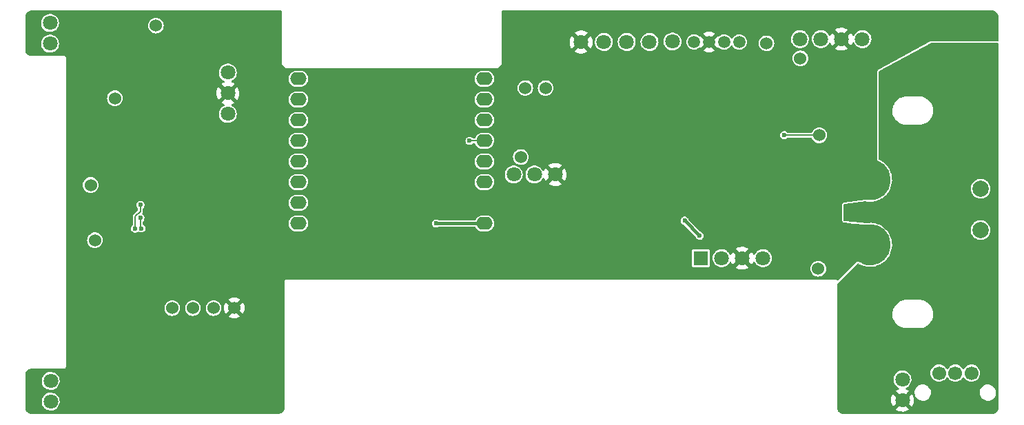
<source format=gbr>
%TF.GenerationSoftware,KiCad,Pcbnew,(6.0.11)*%
%TF.CreationDate,2023-02-13T14:33:55+01:00*%
%TF.ProjectId,carinsitu,63617269-6e73-4697-9475-2e6b69636164,1*%
%TF.SameCoordinates,Original*%
%TF.FileFunction,Copper,L2,Bot*%
%TF.FilePolarity,Positive*%
%FSLAX46Y46*%
G04 Gerber Fmt 4.6, Leading zero omitted, Abs format (unit mm)*
G04 Created by KiCad (PCBNEW (6.0.11)) date 2023-02-13 14:33:55*
%MOMM*%
%LPD*%
G01*
G04 APERTURE LIST*
%TA.AperFunction,ComponentPad*%
%ADD10C,0.800000*%
%TD*%
%TA.AperFunction,ComponentPad*%
%ADD11C,5.000000*%
%TD*%
%TA.AperFunction,ComponentPad*%
%ADD12C,1.524000*%
%TD*%
%TA.AperFunction,ComponentPad*%
%ADD13C,1.800000*%
%TD*%
%TA.AperFunction,ComponentPad*%
%ADD14C,1.500000*%
%TD*%
%TA.AperFunction,ComponentPad*%
%ADD15C,1.700000*%
%TD*%
%TA.AperFunction,ComponentPad*%
%ADD16O,2.000000X1.600000*%
%TD*%
%TA.AperFunction,ComponentPad*%
%ADD17C,2.000000*%
%TD*%
%TA.AperFunction,ComponentPad*%
%ADD18R,1.800000X1.800000*%
%TD*%
%TA.AperFunction,ViaPad*%
%ADD19C,0.600000*%
%TD*%
%TA.AperFunction,Conductor*%
%ADD20C,0.406400*%
%TD*%
%TA.AperFunction,Conductor*%
%ADD21C,0.203200*%
%TD*%
G04 APERTURE END LIST*
D10*
%TO.P,FIX1,1,1*%
%TO.N,GND*%
X103340000Y-99590000D03*
X106160000Y-99590000D03*
X103340000Y-102410000D03*
X104750000Y-99000000D03*
X106750000Y-101000000D03*
X102750000Y-101000000D03*
D11*
X104750000Y-101000000D03*
D10*
X104750000Y-103000000D03*
X106160000Y-102410000D03*
%TD*%
%TO.P,FIX2,1,1*%
%TO.N,GND*%
X106160000Y-107590000D03*
X104750000Y-111000000D03*
X106160000Y-110410000D03*
D11*
X104750000Y-109000000D03*
D10*
X102750000Y-109000000D03*
X103340000Y-107590000D03*
X106750000Y-109000000D03*
X103340000Y-110410000D03*
X104750000Y-107000000D03*
%TD*%
%TO.P,FIX3,1,1*%
%TO.N,GND*%
X176660000Y-106410000D03*
X175250000Y-107000000D03*
X175250000Y-103000000D03*
X173840000Y-106410000D03*
X177250000Y-105000000D03*
D11*
X175250000Y-105000000D03*
D10*
X173840000Y-103590000D03*
X173250000Y-105000000D03*
X176660000Y-103590000D03*
%TD*%
%TO.P,FIX4,1,1*%
%TO.N,GND*%
X185340000Y-99590000D03*
X184750000Y-101000000D03*
X186750000Y-103000000D03*
X185340000Y-102410000D03*
D11*
X186750000Y-101000000D03*
D10*
X188160000Y-102410000D03*
X188750000Y-101000000D03*
X186750000Y-99000000D03*
X188160000Y-99590000D03*
%TD*%
%TO.P,FIX5,1,1*%
%TO.N,GND*%
X186750000Y-107000000D03*
X185340000Y-110410000D03*
X186750000Y-111000000D03*
D11*
X186750000Y-109000000D03*
D10*
X188160000Y-110410000D03*
X185340000Y-107590000D03*
X184750000Y-109000000D03*
X188160000Y-107590000D03*
X188750000Y-109000000D03*
%TD*%
D12*
%TO.P,P2,1,P1*%
%TO.N,Net-(MOD1-Pad3)*%
X146893600Y-89728400D03*
%TO.P,P2,2,PM*%
%TO.N,Net-(MOD1-Pad2)*%
X144393600Y-89728400D03*
%TD*%
D13*
%TO.P,MOD1,1,BAT-*%
%TO.N,GND*%
X151250000Y-84070000D03*
%TO.P,MOD1,2,MOT-*%
%TO.N,Net-(MOD1-Pad2)*%
X154050000Y-84070000D03*
%TO.P,MOD1,3,MOT+*%
%TO.N,Net-(MOD1-Pad3)*%
X156850000Y-84070000D03*
%TO.P,MOD1,4,BAT+*%
%TO.N,+VBAT*%
X159650000Y-84070000D03*
%TO.P,MOD1,5,SW*%
%TO.N,Net-(MOD1-Pad5)*%
X162480000Y-84020000D03*
D14*
%TO.P,MOD1,6,SW*%
X165130000Y-84070000D03*
%TO.P,MOD1,7,GND*%
%TO.N,GND*%
X166980000Y-84070000D03*
%TO.P,MOD1,8,PWR*%
%TO.N,+5V*%
X168830000Y-84070000D03*
%TO.P,MOD1,9,PWM*%
%TO.N,PPM_ESC*%
X170680000Y-84070000D03*
%TD*%
D13*
%TO.P,P1,1,P1*%
%TO.N,Net-(P1-Pad1)*%
X190728600Y-125552200D03*
%TO.P,P1,2,PM*%
%TO.N,GNDD*%
X190728600Y-128092200D03*
%TD*%
D15*
%TO.P,SW1,1,1*%
%TO.N,Net-(P1-Pad1)*%
X195224400Y-124764800D03*
%TO.P,SW1,2,2*%
%TO.N,Net-(F1-Pad1)*%
X197224400Y-124764800D03*
%TO.P,SW1,3,3*%
%TO.N,unconnected-(SW1-Pad3)*%
X199224400Y-124764800D03*
%TD*%
D13*
%TO.P,P3,1,P1*%
%TO.N,Net-(P3-Pad1)*%
X142976600Y-100355400D03*
%TO.P,P3,2,P2*%
%TO.N,+5V*%
X145516600Y-100355400D03*
%TO.P,P3,3,P3*%
%TO.N,GND*%
X148056600Y-100355400D03*
%TD*%
D16*
%TO.P,U1,1,~{RST}*%
%TO.N,Net-(C18-Pad2)*%
X116512200Y-88595200D03*
%TO.P,U1,2,A0*%
%TO.N,Net-(R1-Pad1)*%
X116512200Y-91135200D03*
%TO.P,U1,3,D0*%
%TO.N,Net-(RB4-Pad1)*%
X116512200Y-93675200D03*
%TO.P,U1,4,SCK/D5*%
%TO.N,Net-(RB6-Pad1)*%
X116512200Y-96215200D03*
%TO.P,U1,5,MISO/D6*%
%TO.N,Net-(RB7-Pad1)*%
X116512200Y-98755200D03*
%TO.P,U1,6,MOSI/D7*%
%TO.N,/LOLIN_RX_SWAP*%
X116512200Y-101295200D03*
%TO.P,U1,7,CS/D8*%
%TO.N,/LOLIN_TX_SWAP*%
X116512200Y-103835200D03*
%TO.P,U1,8,3V3*%
%TO.N,+3V3*%
X116512200Y-106375200D03*
%TO.P,U1,9,5V*%
%TO.N,+5V*%
X139372200Y-106375200D03*
%TO.P,U1,10,GND*%
%TO.N,GND*%
X139372200Y-103835200D03*
%TO.P,U1,11,D4*%
%TO.N,Net-(RB3-Pad1)*%
X139372200Y-101295200D03*
%TO.P,U1,12,D3*%
%TO.N,Net-(RB5-Pad1)*%
X139372200Y-98755200D03*
%TO.P,U1,13,SDA/D2*%
%TO.N,SDA*%
X139372200Y-96215200D03*
%TO.P,U1,14,SCL/D1*%
%TO.N,SCL*%
X139372200Y-93675200D03*
%TO.P,U1,15,RX*%
%TO.N,unconnected-(U1-Pad15)*%
X139372200Y-91135200D03*
%TO.P,U1,16,TX*%
%TO.N,unconnected-(U1-Pad16)*%
X139372200Y-88595200D03*
%TD*%
D12*
%TO.P,TP7,1,1*%
%TO.N,PPM_ESC*%
X174010000Y-84230000D03*
%TD*%
%TO.P,TP9,1,1*%
%TO.N,Net-(D4-Pad4)*%
X178189800Y-86081200D03*
%TD*%
D13*
%TO.P,D4,1,DOUT*%
%TO.N,unconnected-(D4-Pad1)*%
X185810200Y-83718400D03*
%TO.P,D4,2,GND*%
%TO.N,GND*%
X183240200Y-83718400D03*
%TO.P,D4,3,VDD*%
%TO.N,+5V*%
X180700200Y-83718400D03*
%TO.P,D4,4,DIN*%
%TO.N,Net-(D4-Pad4)*%
X178130200Y-83718400D03*
%TD*%
D12*
%TO.P,TP11,1,1*%
%TO.N,+3V3*%
X101015800Y-116763800D03*
%TD*%
D17*
%TO.P,F1,1*%
%TO.N,Net-(F1-Pad1)*%
X200319800Y-107181200D03*
%TO.P,F1,2*%
%TO.N,Net-(D3-Pad2)*%
X200329800Y-102101200D03*
%TD*%
D12*
%TO.P,TP5,1,1*%
%TO.N,GND*%
X108635800Y-116763800D03*
%TD*%
%TO.P,TP8,1,1*%
%TO.N,HL_PWM*%
X93980000Y-90982800D03*
%TD*%
D18*
%TO.P,P4,1,P1*%
%TO.N,VTX_TX*%
X165963600Y-110642400D03*
D13*
%TO.P,P4,2,P2*%
%TO.N,VTX_RX*%
X168503600Y-110642400D03*
%TO.P,P4,3,P3*%
%TO.N,GND*%
X171043600Y-110642400D03*
%TO.P,P4,4*%
%TO.N,+VBAT*%
X173583600Y-110642400D03*
%TD*%
D12*
%TO.P,TP1,1,1*%
%TO.N,Net-(U3-Pad12)*%
X180519800Y-95531200D03*
%TD*%
%TO.P,TP10,1,1*%
%TO.N,+5V*%
X99000000Y-82050000D03*
%TD*%
%TO.P,TP13,1,1*%
%TO.N,Net-(TP13-Pad1)*%
X90987600Y-101650800D03*
%TD*%
%TO.P,TP6,1,1*%
%TO.N,Net-(P3-Pad1)*%
X143850000Y-98200000D03*
%TD*%
%TO.P,TP2,1,1*%
%TO.N,SDA*%
X103555800Y-116763800D03*
%TD*%
%TO.P,TP4,1,1*%
%TO.N,+VBAT*%
X180390800Y-111937800D03*
%TD*%
D13*
%TO.P,D5,1,DOUT*%
%TO.N,IR_RX*%
X107848400Y-87833200D03*
%TO.P,D5,2,GND*%
%TO.N,GND*%
X107848400Y-90373200D03*
%TO.P,D5,3,VDD*%
%TO.N,+3V3*%
X107848400Y-92913200D03*
%TD*%
D12*
%TO.P,TP3,1,1*%
%TO.N,SCL*%
X106095800Y-116763800D03*
%TD*%
%TO.P,TP12,1,1*%
%TO.N,Net-(TP12-Pad1)*%
X91530000Y-108430000D03*
%TD*%
D13*
%TO.P,D2,1,A*%
%TO.N,+5V*%
X86004400Y-84277200D03*
%TO.P,D2,2,K*%
%TO.N,Net-(D2-Pad2)*%
X86004400Y-81737200D03*
%TD*%
%TO.P,D1,1,A*%
%TO.N,+5V*%
X86080600Y-128270000D03*
%TO.P,D1,2,K*%
%TO.N,Net-(D1-Pad2)*%
X86080600Y-125730000D03*
%TD*%
D19*
%TO.N,GND*%
X180619800Y-100181200D03*
X146950000Y-103875000D03*
X161819800Y-106581200D03*
X92511600Y-102971600D03*
X156965516Y-109158516D03*
X181619800Y-107181200D03*
X93878400Y-106375200D03*
X133319300Y-102180700D03*
X176469800Y-94181200D03*
X142500000Y-81100000D03*
X132350000Y-106400000D03*
X140800000Y-93175000D03*
X137617200Y-91160600D03*
X178075500Y-107825500D03*
X171590000Y-88030000D03*
X179501800Y-84861400D03*
X96339100Y-102155700D03*
X93065600Y-82804000D03*
X164425000Y-112825000D03*
X144250000Y-103125000D03*
X112823665Y-97513665D03*
X178819800Y-101381200D03*
X143650000Y-105275000D03*
X138878648Y-107795717D03*
X177794300Y-102455700D03*
X141625000Y-110525000D03*
X160525000Y-86350000D03*
X90779600Y-89662000D03*
X158804650Y-86854650D03*
X106349800Y-91998800D03*
X91444800Y-105342006D03*
X167419800Y-106781200D03*
X137617200Y-93649800D03*
X113900000Y-80800000D03*
X155750000Y-81275000D03*
X136328000Y-107139400D03*
X187019800Y-88181200D03*
X159867600Y-104063800D03*
X182338600Y-109000000D03*
X106349800Y-93802200D03*
X87825000Y-128225000D03*
X145625000Y-90675000D03*
X127450000Y-88050000D03*
X136499600Y-105200400D03*
X92100000Y-80600000D03*
%TO.N,+5V*%
X133425000Y-106375000D03*
%TO.N,+VBAT*%
X163969800Y-106031200D03*
X165807762Y-107869162D03*
%TO.N,SDA*%
X96461027Y-107012539D03*
X97104200Y-104089200D03*
X137546300Y-96215200D03*
%TO.N,SCL*%
X97212203Y-106979500D03*
X97104200Y-105669300D03*
%TO.N,GNDD*%
X183319800Y-114081200D03*
X188419800Y-88481200D03*
X201519800Y-128881200D03*
X183519800Y-128981200D03*
X202019800Y-84881200D03*
%TO.N,Net-(U3-Pad12)*%
X176212657Y-95527700D03*
%TD*%
D20*
%TO.N,GND*%
X95523200Y-102971600D02*
X96339100Y-102155700D01*
X87825000Y-128225000D02*
X90850000Y-128225000D01*
X143650000Y-105275000D02*
X146675000Y-105275000D01*
X96215200Y-86106000D02*
X101904800Y-91795600D01*
X180001000Y-109000000D02*
X180901000Y-109000000D01*
X99187000Y-117551200D02*
X100355400Y-118719600D01*
X182919800Y-106281200D02*
X183519800Y-106881200D01*
X170319800Y-106781200D02*
X167419800Y-106781200D01*
X121801000Y-109000000D02*
X124401000Y-106400000D01*
X95523200Y-102971600D02*
X92511600Y-102971600D01*
X106349800Y-91998800D02*
X106349800Y-94208600D01*
X100355400Y-118719600D02*
X103352600Y-118719600D01*
X180651800Y-87089200D02*
X181559800Y-86181200D01*
X97586800Y-103403400D02*
X96339100Y-102155700D01*
X103340000Y-102410000D02*
X102346600Y-103403400D01*
X180619800Y-100181200D02*
X179419800Y-101381200D01*
X179419800Y-101381200D02*
X178819800Y-101381200D01*
X136499600Y-103835200D02*
X136499600Y-101269800D01*
X133319300Y-102180700D02*
X134230200Y-101269800D01*
X146950000Y-101462000D02*
X146950000Y-103875000D01*
X106349800Y-94208600D02*
X109654865Y-97513665D01*
X184631200Y-106881200D02*
X185340000Y-107590000D01*
X172662400Y-112261200D02*
X175988800Y-112261200D01*
X171043600Y-110642400D02*
X172662400Y-112261200D01*
X149707600Y-96792400D02*
X149707600Y-98704400D01*
X92100000Y-80600000D02*
X92100000Y-81838400D01*
X154045000Y-81275000D02*
X151250000Y-84070000D01*
X158804650Y-86854650D02*
X156233700Y-89425600D01*
X134506600Y-88050000D02*
X127450000Y-88050000D01*
D21*
X179247800Y-108991400D02*
X179244600Y-108994600D01*
D20*
X175969800Y-98531200D02*
X178819800Y-101381200D01*
X176469800Y-94181200D02*
X173819800Y-94181200D01*
X90779600Y-89662000D02*
X91236800Y-89662000D01*
X173840000Y-106410000D02*
X173068800Y-107181200D01*
X161495032Y-106256432D02*
X161819800Y-106581200D01*
X165175000Y-85875000D02*
X166980000Y-84070000D01*
X186750000Y-109000000D02*
X183401000Y-109000000D01*
X170719800Y-107181200D02*
X170319800Y-106781200D01*
X101904800Y-91795600D02*
X101904800Y-98154800D01*
X173819800Y-94181200D02*
X171590000Y-91951400D01*
X91444800Y-104038400D02*
X92511600Y-102971600D01*
X168861000Y-112825000D02*
X164425000Y-112825000D01*
X106700000Y-91648600D02*
X106349800Y-91998800D01*
X151250000Y-84070000D02*
X152230000Y-85050000D01*
X183240200Y-83718400D02*
X181869800Y-85088800D01*
X133089400Y-107139400D02*
X132350000Y-106400000D01*
X179501800Y-87089200D02*
X179501800Y-86568200D01*
X137617200Y-91160600D02*
X134506600Y-88050000D01*
X148280000Y-81100000D02*
X151250000Y-84070000D01*
X149175000Y-110525000D02*
X149725000Y-110525000D01*
X109654865Y-97513665D02*
X112823665Y-97513665D01*
X181869800Y-85088800D02*
X181869800Y-85871200D01*
X113900000Y-84321600D02*
X113900000Y-80800000D01*
X124401000Y-106400000D02*
X132350000Y-106400000D01*
X136328000Y-107139400D02*
X133089400Y-107139400D01*
X151400000Y-109150000D02*
X151100000Y-109150000D01*
X160525000Y-86350000D02*
X161079200Y-86904200D01*
X141625000Y-110525000D02*
X149175000Y-110525000D01*
X137617200Y-93649800D02*
X136499600Y-94767400D01*
X92477994Y-106375200D02*
X91444800Y-105342006D01*
X173068800Y-107181200D02*
X170719800Y-107181200D01*
X181869800Y-85871200D02*
X181559800Y-86181200D01*
X93065600Y-82804000D02*
X94792800Y-84531200D01*
X175988800Y-112261200D02*
X179250000Y-109000000D01*
X144250000Y-103125000D02*
X142920400Y-103125000D01*
X146950000Y-103875000D02*
X146950000Y-105000000D01*
X137617200Y-93649800D02*
X137617200Y-91160600D01*
X101904800Y-98154800D02*
X104750000Y-101000000D01*
X171590000Y-88030000D02*
X170940000Y-88030000D01*
X171590000Y-88030000D02*
X178561000Y-88030000D01*
X90850000Y-128225000D02*
X100355400Y-118719600D01*
X173819800Y-96381200D02*
X175969800Y-98531200D01*
X99187000Y-114563000D02*
X101414000Y-112336000D01*
X134230200Y-101269800D02*
X136499600Y-101269800D01*
X136499600Y-94767400D02*
X136499600Y-101269800D01*
X178819800Y-101430200D02*
X177794300Y-102455700D01*
X178819800Y-101381200D02*
X178819800Y-101430200D01*
X107848400Y-90373200D02*
X113900000Y-84321600D01*
X183401000Y-109000000D02*
X182338600Y-109000000D01*
X99187000Y-114563000D02*
X99187000Y-117551200D01*
X102346600Y-103403400D02*
X97586800Y-103403400D01*
X152230000Y-89425600D02*
X149707600Y-91948000D01*
X142920400Y-103125000D02*
X142210200Y-103835200D01*
X146325000Y-91375000D02*
X149134600Y-91375000D01*
X171590000Y-91951400D02*
X171590000Y-88030000D01*
X173819800Y-94181200D02*
X173819800Y-96381200D01*
X187019800Y-87498000D02*
X187019800Y-88181200D01*
X146675000Y-105275000D02*
X146950000Y-105000000D01*
X185340000Y-102410000D02*
X184468800Y-103281200D01*
X181619800Y-108281200D02*
X181619800Y-107181200D01*
X91444800Y-105342006D02*
X91444800Y-104038400D01*
X156965516Y-109158516D02*
X151408516Y-109158516D01*
X178561000Y-88030000D02*
X179501800Y-87089200D01*
X151408516Y-109158516D02*
X151400000Y-109150000D01*
X179250000Y-109000000D02*
X175250000Y-105000000D01*
X107826800Y-90373200D02*
X106700000Y-91500000D01*
X171043600Y-110642400D02*
X168861000Y-112825000D01*
X139372200Y-103835200D02*
X142210200Y-103835200D01*
X182338600Y-109000000D02*
X181619800Y-108281200D01*
X136499600Y-105200400D02*
X133549600Y-105200400D01*
X92100000Y-81838400D02*
X93065600Y-82804000D01*
X93878400Y-106375200D02*
X92477994Y-106375200D01*
X159867600Y-104063800D02*
X159867600Y-106256432D01*
X102346600Y-106596600D02*
X102346600Y-103403400D01*
X139372200Y-103835200D02*
X136499600Y-103835200D01*
X103352600Y-118719600D02*
X105791000Y-118719600D01*
X179501800Y-86568200D02*
X179501800Y-84861400D01*
X170940000Y-88030000D02*
X166980000Y-84070000D01*
X152230000Y-85050000D02*
X152230000Y-89425600D01*
X149707600Y-98704400D02*
X148056600Y-100355400D01*
X155750000Y-81275000D02*
X154045000Y-81275000D01*
X141625000Y-110525000D02*
X141607931Y-110525000D01*
X161079200Y-86904200D02*
X164145800Y-86904200D01*
X149725000Y-110525000D02*
X151100000Y-109150000D01*
X94792800Y-84531200D02*
X94792800Y-86106000D01*
X183240200Y-83718400D02*
X187019800Y-87498000D01*
X106750000Y-109000000D02*
X121801000Y-109000000D01*
X159867600Y-106256432D02*
X156965516Y-109158516D01*
X183519800Y-106881200D02*
X184631200Y-106881200D01*
X142210200Y-103835200D02*
X143650000Y-105275000D01*
X160525000Y-86350000D02*
X159309300Y-86350000D01*
X184468800Y-103281200D02*
X183519800Y-103281200D01*
X180901000Y-109000000D02*
X181619800Y-108281200D01*
X179501800Y-87089200D02*
X180651800Y-87089200D01*
X183519800Y-103281200D02*
X182919800Y-103881200D01*
X145625000Y-90675000D02*
X146325000Y-91375000D01*
X103340000Y-107590000D02*
X102346600Y-106596600D01*
X151100000Y-109150000D02*
X147387500Y-105437500D01*
X146950000Y-101462000D02*
X148056600Y-100355400D01*
X182919800Y-103881200D02*
X182919800Y-106281200D01*
X156233700Y-89425600D02*
X152230000Y-89425600D01*
X105740200Y-91389200D02*
X102311200Y-91389200D01*
X147387500Y-105437500D02*
X146950000Y-105000000D01*
X164145800Y-86904200D02*
X165175000Y-85875000D01*
X159867600Y-106256432D02*
X161495032Y-106256432D01*
X106680000Y-118719600D02*
X108635800Y-116763800D01*
X149707600Y-91948000D02*
X149707600Y-96792400D01*
X136499600Y-105200400D02*
X136499600Y-103835200D01*
X159309300Y-86350000D02*
X158804650Y-86854650D01*
X94792800Y-86106000D02*
X96215200Y-86106000D01*
X145625000Y-90675000D02*
X143125000Y-93175000D01*
X104750000Y-109000000D02*
X101414000Y-112336000D01*
X106700000Y-91500000D02*
X106700000Y-91648600D01*
X102311200Y-91389200D02*
X101904800Y-91795600D01*
X142500000Y-81100000D02*
X148280000Y-81100000D01*
X149134600Y-91375000D02*
X149707600Y-91948000D01*
X91236800Y-89662000D02*
X94792800Y-86106000D01*
X141607931Y-110525000D02*
X138878648Y-107795717D01*
X133549600Y-105200400D02*
X132350000Y-106400000D01*
X106349800Y-91998800D02*
X105740200Y-91389200D01*
X105791000Y-118719600D02*
X106680000Y-118719600D01*
X143125000Y-93175000D02*
X140800000Y-93175000D01*
X177794300Y-102455700D02*
X176660000Y-103590000D01*
X180001000Y-109000000D02*
X179250000Y-109000000D01*
%TO.N,+5V*%
X133425200Y-106375200D02*
X133425000Y-106375000D01*
X139372200Y-106375200D02*
X133425200Y-106375200D01*
%TO.N,+VBAT*%
X165807762Y-107869162D02*
X163969800Y-106031200D01*
D21*
%TO.N,SDA*%
X96461027Y-107012539D02*
X96461027Y-105528998D01*
X97104200Y-104885825D02*
X97104200Y-104089200D01*
X96461027Y-105528998D02*
X97104200Y-104885825D01*
X137546300Y-96215200D02*
X139372200Y-96215200D01*
%TO.N,SCL*%
X97104200Y-106871497D02*
X97212203Y-106979500D01*
X97104200Y-105669300D02*
X97104200Y-106871497D01*
D20*
%TO.N,GNDD*%
X192719800Y-99381200D02*
X202019800Y-90081200D01*
X191917600Y-129281200D02*
X201119800Y-129281200D01*
X190728600Y-128092200D02*
X187019800Y-124383400D01*
X188719800Y-88781200D02*
X188419800Y-88481200D01*
X183519800Y-127883400D02*
X187019800Y-124383400D01*
X192719800Y-110981200D02*
X192719800Y-99381200D01*
X183319800Y-114081200D02*
X184419800Y-114081200D01*
X187019800Y-124383400D02*
X187019800Y-116681200D01*
X188719800Y-95381200D02*
X188719800Y-91781200D01*
X183519800Y-128981200D02*
X183519800Y-127883400D01*
X192719800Y-99381200D02*
X188719800Y-95381200D01*
X190728600Y-128092200D02*
X191917600Y-129281200D01*
X201119800Y-129281200D02*
X201519800Y-128881200D01*
X188719800Y-91781200D02*
X188719800Y-88781200D01*
X184419800Y-114081200D02*
X187019800Y-116681200D01*
X202019800Y-90081200D02*
X202019800Y-84881200D01*
X187019800Y-116681200D02*
X192719800Y-110981200D01*
D21*
%TO.N,Net-(U3-Pad12)*%
X180519800Y-95531200D02*
X176216157Y-95531200D01*
X176216157Y-95531200D02*
X176212657Y-95527700D01*
%TD*%
%TA.AperFunction,Conductor*%
%TO.N,GND*%
G36*
X114442121Y-80220502D02*
G01*
X114488614Y-80274158D01*
X114500000Y-80326500D01*
X114500000Y-86800000D01*
X115000000Y-87300000D01*
X141000000Y-87300000D01*
X141500000Y-86800000D01*
X141500000Y-86067696D01*
X177222737Y-86067696D01*
X177238532Y-86255790D01*
X177290560Y-86437234D01*
X177376840Y-86605117D01*
X177380665Y-86609943D01*
X177380667Y-86609946D01*
X177490256Y-86748214D01*
X177490260Y-86748219D01*
X177494085Y-86753044D01*
X177637830Y-86875380D01*
X177643208Y-86878386D01*
X177643210Y-86878387D01*
X177720215Y-86921423D01*
X177802600Y-86967467D01*
X177982117Y-87025795D01*
X178169545Y-87048145D01*
X178175680Y-87047673D01*
X178175682Y-87047673D01*
X178351603Y-87034137D01*
X178351607Y-87034136D01*
X178357745Y-87033664D01*
X178363677Y-87032008D01*
X178363681Y-87032007D01*
X178533604Y-86984563D01*
X178533608Y-86984562D01*
X178539548Y-86982903D01*
X178632187Y-86936108D01*
X178702528Y-86900577D01*
X178702530Y-86900576D01*
X178708029Y-86897798D01*
X178856770Y-86781588D01*
X178860796Y-86776924D01*
X178860799Y-86776921D01*
X178976078Y-86643369D01*
X178976079Y-86643367D01*
X178980107Y-86638701D01*
X179073342Y-86474578D01*
X179132923Y-86295472D01*
X179156580Y-86108205D01*
X179156957Y-86081200D01*
X179138538Y-85893345D01*
X179083981Y-85712645D01*
X178995366Y-85545983D01*
X178876066Y-85399708D01*
X178870275Y-85394917D01*
X178735377Y-85283320D01*
X178735374Y-85283318D01*
X178730627Y-85279391D01*
X178564588Y-85189614D01*
X178384274Y-85133797D01*
X178378156Y-85133154D01*
X178378151Y-85133153D01*
X178202681Y-85114711D01*
X178202679Y-85114711D01*
X178196552Y-85114067D01*
X178080925Y-85124590D01*
X178014714Y-85130615D01*
X178014713Y-85130615D01*
X178008573Y-85131174D01*
X177827497Y-85184468D01*
X177822032Y-85187325D01*
X177693871Y-85254326D01*
X177660220Y-85271918D01*
X177513116Y-85390193D01*
X177391786Y-85534788D01*
X177388816Y-85540191D01*
X177388815Y-85540192D01*
X177303819Y-85694799D01*
X177300852Y-85700196D01*
X177243778Y-85880117D01*
X177243092Y-85886236D01*
X177243091Y-85886239D01*
X177238274Y-85929183D01*
X177222737Y-86067696D01*
X141500000Y-86067696D01*
X141500000Y-85231406D01*
X150453423Y-85231406D01*
X150458704Y-85238461D01*
X150635080Y-85341527D01*
X150644363Y-85345974D01*
X150851003Y-85424883D01*
X150860901Y-85427759D01*
X151077653Y-85471857D01*
X151087883Y-85473076D01*
X151308914Y-85481182D01*
X151319223Y-85480714D01*
X151538623Y-85452608D01*
X151548688Y-85450468D01*
X151760557Y-85386905D01*
X151770152Y-85383144D01*
X151968778Y-85285838D01*
X151977636Y-85280559D01*
X152035097Y-85239572D01*
X152043497Y-85228874D01*
X152036510Y-85215721D01*
X151262811Y-84442021D01*
X151248868Y-84434408D01*
X151247034Y-84434539D01*
X151240420Y-84438790D01*
X150460180Y-85219031D01*
X150453423Y-85231406D01*
X141500000Y-85231406D01*
X141500000Y-84040638D01*
X149837893Y-84040638D01*
X149850627Y-84261468D01*
X149852061Y-84271670D01*
X149900685Y-84487439D01*
X149903773Y-84497292D01*
X149986986Y-84702220D01*
X149991634Y-84711421D01*
X150080097Y-84855781D01*
X150090553Y-84865242D01*
X150099331Y-84861458D01*
X150877979Y-84082811D01*
X150884356Y-84071132D01*
X151614408Y-84071132D01*
X151614539Y-84072966D01*
X151618790Y-84079580D01*
X152396307Y-84857096D01*
X152408313Y-84863652D01*
X152420052Y-84854684D01*
X152458010Y-84801859D01*
X152463321Y-84793020D01*
X152561318Y-84594737D01*
X152565117Y-84585142D01*
X152629415Y-84373517D01*
X152631594Y-84363436D01*
X152660702Y-84142338D01*
X152661221Y-84135663D01*
X152662744Y-84073364D01*
X152662550Y-84066646D01*
X152660447Y-84041069D01*
X152945164Y-84041069D01*
X152958392Y-84242894D01*
X153008178Y-84438928D01*
X153092856Y-84622607D01*
X153096189Y-84627323D01*
X153197586Y-84770797D01*
X153209588Y-84787780D01*
X153354466Y-84928913D01*
X153359270Y-84932123D01*
X153381716Y-84947121D01*
X153522637Y-85041282D01*
X153527940Y-85043560D01*
X153527943Y-85043562D01*
X153701601Y-85118171D01*
X153708470Y-85121122D01*
X153905740Y-85165760D01*
X153911509Y-85165987D01*
X153911512Y-85165987D01*
X153987683Y-85168979D01*
X154107842Y-85173700D01*
X154199131Y-85160464D01*
X154302286Y-85145508D01*
X154302291Y-85145507D01*
X154308007Y-85144678D01*
X154313479Y-85142820D01*
X154313481Y-85142820D01*
X154494067Y-85081519D01*
X154494069Y-85081518D01*
X154499531Y-85079664D01*
X154640501Y-85000718D01*
X154670964Y-84983658D01*
X154670965Y-84983657D01*
X154676001Y-84980837D01*
X154738433Y-84928913D01*
X154827073Y-84855191D01*
X154831505Y-84851505D01*
X154960837Y-84696001D01*
X154966174Y-84686472D01*
X155018961Y-84592212D01*
X155059664Y-84519531D01*
X155074929Y-84474564D01*
X155122820Y-84333481D01*
X155122820Y-84333479D01*
X155124678Y-84328007D01*
X155125507Y-84322291D01*
X155125508Y-84322286D01*
X155148680Y-84162467D01*
X155153700Y-84127842D01*
X155155215Y-84070000D01*
X155152557Y-84041069D01*
X155745164Y-84041069D01*
X155758392Y-84242894D01*
X155808178Y-84438928D01*
X155892856Y-84622607D01*
X155896189Y-84627323D01*
X155997586Y-84770797D01*
X156009588Y-84787780D01*
X156154466Y-84928913D01*
X156159270Y-84932123D01*
X156181716Y-84947121D01*
X156322637Y-85041282D01*
X156327940Y-85043560D01*
X156327943Y-85043562D01*
X156501601Y-85118171D01*
X156508470Y-85121122D01*
X156705740Y-85165760D01*
X156711509Y-85165987D01*
X156711512Y-85165987D01*
X156787683Y-85168979D01*
X156907842Y-85173700D01*
X156999131Y-85160464D01*
X157102286Y-85145508D01*
X157102291Y-85145507D01*
X157108007Y-85144678D01*
X157113479Y-85142820D01*
X157113481Y-85142820D01*
X157294067Y-85081519D01*
X157294069Y-85081518D01*
X157299531Y-85079664D01*
X157440501Y-85000718D01*
X157470964Y-84983658D01*
X157470965Y-84983657D01*
X157476001Y-84980837D01*
X157538433Y-84928913D01*
X157627073Y-84855191D01*
X157631505Y-84851505D01*
X157760837Y-84696001D01*
X157766174Y-84686472D01*
X157818961Y-84592212D01*
X157859664Y-84519531D01*
X157874929Y-84474564D01*
X157922820Y-84333481D01*
X157922820Y-84333479D01*
X157924678Y-84328007D01*
X157925507Y-84322291D01*
X157925508Y-84322286D01*
X157948680Y-84162467D01*
X157953700Y-84127842D01*
X157955215Y-84070000D01*
X157952557Y-84041069D01*
X158545164Y-84041069D01*
X158558392Y-84242894D01*
X158608178Y-84438928D01*
X158692856Y-84622607D01*
X158696189Y-84627323D01*
X158797586Y-84770797D01*
X158809588Y-84787780D01*
X158954466Y-84928913D01*
X158959270Y-84932123D01*
X158981716Y-84947121D01*
X159122637Y-85041282D01*
X159127940Y-85043560D01*
X159127943Y-85043562D01*
X159301601Y-85118171D01*
X159308470Y-85121122D01*
X159505740Y-85165760D01*
X159511509Y-85165987D01*
X159511512Y-85165987D01*
X159587683Y-85168979D01*
X159707842Y-85173700D01*
X159799131Y-85160464D01*
X159902286Y-85145508D01*
X159902291Y-85145507D01*
X159908007Y-85144678D01*
X159913479Y-85142820D01*
X159913481Y-85142820D01*
X160094067Y-85081519D01*
X160094069Y-85081518D01*
X160099531Y-85079664D01*
X160240501Y-85000718D01*
X160270964Y-84983658D01*
X160270965Y-84983657D01*
X160276001Y-84980837D01*
X160338433Y-84928913D01*
X160427073Y-84855191D01*
X160431505Y-84851505D01*
X160560837Y-84696001D01*
X160566174Y-84686472D01*
X160618961Y-84592212D01*
X160659664Y-84519531D01*
X160674929Y-84474564D01*
X160722820Y-84333481D01*
X160722820Y-84333479D01*
X160724678Y-84328007D01*
X160725507Y-84322291D01*
X160725508Y-84322286D01*
X160748680Y-84162467D01*
X160753700Y-84127842D01*
X160755215Y-84070000D01*
X160747962Y-83991069D01*
X161375164Y-83991069D01*
X161388392Y-84192894D01*
X161409366Y-84275481D01*
X161426870Y-84344401D01*
X161438178Y-84388928D01*
X161522856Y-84572607D01*
X161639588Y-84737780D01*
X161643730Y-84741815D01*
X161690628Y-84787501D01*
X161784466Y-84878913D01*
X161952637Y-84991282D01*
X161957940Y-84993560D01*
X161957943Y-84993562D01*
X162118148Y-85062391D01*
X162138470Y-85071122D01*
X162234361Y-85092820D01*
X162324692Y-85113260D01*
X162335740Y-85115760D01*
X162341509Y-85115987D01*
X162341512Y-85115987D01*
X162414188Y-85118842D01*
X162537842Y-85123700D01*
X162562251Y-85120161D01*
X166294393Y-85120161D01*
X166303687Y-85132175D01*
X166344088Y-85160464D01*
X166353584Y-85165947D01*
X166543113Y-85254326D01*
X166553405Y-85258072D01*
X166755401Y-85312196D01*
X166766196Y-85314099D01*
X166974525Y-85332326D01*
X166985475Y-85332326D01*
X167193804Y-85314099D01*
X167204599Y-85312196D01*
X167406595Y-85258072D01*
X167416887Y-85254326D01*
X167606416Y-85165947D01*
X167615912Y-85160464D01*
X167657148Y-85131590D01*
X167665523Y-85121112D01*
X167658457Y-85107668D01*
X166992811Y-84442021D01*
X166978868Y-84434408D01*
X166977034Y-84434539D01*
X166970420Y-84438790D01*
X166300820Y-85108391D01*
X166294393Y-85120161D01*
X162562251Y-85120161D01*
X162624132Y-85111189D01*
X162732286Y-85095508D01*
X162732291Y-85095507D01*
X162738007Y-85094678D01*
X162743479Y-85092820D01*
X162743481Y-85092820D01*
X162924067Y-85031519D01*
X162924069Y-85031518D01*
X162929531Y-85029664D01*
X163076924Y-84947121D01*
X163100964Y-84933658D01*
X163100965Y-84933657D01*
X163106001Y-84930837D01*
X163113164Y-84924880D01*
X163257073Y-84805191D01*
X163261505Y-84801505D01*
X163357177Y-84686472D01*
X163387146Y-84650439D01*
X163390837Y-84646001D01*
X163398646Y-84632058D01*
X163470259Y-84504181D01*
X163489664Y-84469531D01*
X163493418Y-84458474D01*
X163552820Y-84283481D01*
X163552820Y-84283479D01*
X163554678Y-84278007D01*
X163555507Y-84272291D01*
X163555508Y-84272286D01*
X163574349Y-84142338D01*
X163583700Y-84077842D01*
X163584255Y-84056665D01*
X164174994Y-84056665D01*
X164178057Y-84093145D01*
X164189848Y-84233550D01*
X164190592Y-84242414D01*
X164192291Y-84248339D01*
X164238794Y-84410515D01*
X164241971Y-84421595D01*
X164253653Y-84444326D01*
X164316887Y-84567364D01*
X164327176Y-84587385D01*
X164442959Y-84733468D01*
X164447652Y-84737462D01*
X164447653Y-84737463D01*
X164448688Y-84738344D01*
X164584912Y-84854279D01*
X164590290Y-84857285D01*
X164590292Y-84857286D01*
X164629494Y-84879195D01*
X164747627Y-84945217D01*
X164924907Y-85002819D01*
X165109998Y-85024890D01*
X165116133Y-85024418D01*
X165116135Y-85024418D01*
X165289710Y-85011062D01*
X165289715Y-85011061D01*
X165295851Y-85010589D01*
X165301781Y-85008933D01*
X165301783Y-85008933D01*
X165415631Y-84977146D01*
X165475387Y-84960462D01*
X165641768Y-84876417D01*
X165784988Y-84764521D01*
X165850980Y-84738344D01*
X165920650Y-84752001D01*
X165927326Y-84756344D01*
X165942334Y-84748455D01*
X166607979Y-84082811D01*
X166614356Y-84071132D01*
X167344408Y-84071132D01*
X167344539Y-84072966D01*
X167348790Y-84079580D01*
X168018391Y-84749180D01*
X168032329Y-84756791D01*
X168035753Y-84756546D01*
X168088107Y-84736066D01*
X168157712Y-84750055D01*
X168180752Y-84765633D01*
X168276445Y-84847073D01*
X168284912Y-84854279D01*
X168290290Y-84857285D01*
X168290292Y-84857286D01*
X168329494Y-84879195D01*
X168447627Y-84945217D01*
X168624907Y-85002819D01*
X168809998Y-85024890D01*
X168816133Y-85024418D01*
X168816135Y-85024418D01*
X168989710Y-85011062D01*
X168989715Y-85011061D01*
X168995851Y-85010589D01*
X169001781Y-85008933D01*
X169001783Y-85008933D01*
X169115631Y-84977146D01*
X169175387Y-84960462D01*
X169341768Y-84876417D01*
X169356072Y-84865242D01*
X169483794Y-84765454D01*
X169483795Y-84765453D01*
X169488655Y-84761656D01*
X169610454Y-84620550D01*
X169626552Y-84592212D01*
X169644334Y-84560911D01*
X169695373Y-84511560D01*
X169764992Y-84497638D01*
X169831085Y-84523564D01*
X169865955Y-84565552D01*
X169877176Y-84587385D01*
X169992959Y-84733468D01*
X169997652Y-84737462D01*
X169997653Y-84737463D01*
X169998688Y-84738344D01*
X170134912Y-84854279D01*
X170140290Y-84857285D01*
X170140292Y-84857286D01*
X170179494Y-84879195D01*
X170297627Y-84945217D01*
X170474907Y-85002819D01*
X170659998Y-85024890D01*
X170666133Y-85024418D01*
X170666135Y-85024418D01*
X170839710Y-85011062D01*
X170839715Y-85011061D01*
X170845851Y-85010589D01*
X170851781Y-85008933D01*
X170851783Y-85008933D01*
X170965631Y-84977146D01*
X171025387Y-84960462D01*
X171191768Y-84876417D01*
X171206072Y-84865242D01*
X171333794Y-84765454D01*
X171333795Y-84765453D01*
X171338655Y-84761656D01*
X171460454Y-84620550D01*
X171552526Y-84458474D01*
X171611364Y-84281601D01*
X171619589Y-84216496D01*
X173042937Y-84216496D01*
X173047074Y-84265764D01*
X173056123Y-84373517D01*
X173058732Y-84404590D01*
X173060431Y-84410515D01*
X173096186Y-84535207D01*
X173110760Y-84586034D01*
X173126944Y-84617525D01*
X173189037Y-84738344D01*
X173197040Y-84753917D01*
X173200865Y-84758743D01*
X173200867Y-84758746D01*
X173310456Y-84897014D01*
X173310460Y-84897019D01*
X173314285Y-84901844D01*
X173458030Y-85024180D01*
X173463408Y-85027186D01*
X173463410Y-85027187D01*
X173511875Y-85054273D01*
X173622800Y-85116267D01*
X173802317Y-85174595D01*
X173989745Y-85196945D01*
X173995880Y-85196473D01*
X173995882Y-85196473D01*
X174171803Y-85182937D01*
X174171807Y-85182936D01*
X174177945Y-85182464D01*
X174183877Y-85180808D01*
X174183881Y-85180807D01*
X174353804Y-85133363D01*
X174353808Y-85133362D01*
X174359748Y-85131703D01*
X174439297Y-85091520D01*
X174522728Y-85049377D01*
X174522730Y-85049376D01*
X174528229Y-85046598D01*
X174676970Y-84930388D01*
X174680996Y-84925724D01*
X174680999Y-84925721D01*
X174720632Y-84879806D01*
X182443623Y-84879806D01*
X182448904Y-84886861D01*
X182625280Y-84989927D01*
X182634563Y-84994374D01*
X182841203Y-85073283D01*
X182851101Y-85076159D01*
X183067853Y-85120257D01*
X183078083Y-85121476D01*
X183299114Y-85129582D01*
X183309423Y-85129114D01*
X183528823Y-85101008D01*
X183538888Y-85098868D01*
X183750757Y-85035305D01*
X183760352Y-85031544D01*
X183958978Y-84934238D01*
X183967836Y-84928959D01*
X184025297Y-84887972D01*
X184033697Y-84877274D01*
X184026710Y-84864121D01*
X183253011Y-84090421D01*
X183239068Y-84082808D01*
X183237234Y-84082939D01*
X183230620Y-84087190D01*
X182450380Y-84867431D01*
X182443623Y-84879806D01*
X174720632Y-84879806D01*
X174796278Y-84792169D01*
X174796279Y-84792167D01*
X174800307Y-84787501D01*
X174893542Y-84623378D01*
X174953123Y-84444272D01*
X174976780Y-84257005D01*
X174977157Y-84230000D01*
X174958738Y-84042145D01*
X174904181Y-83861445D01*
X174815566Y-83694783D01*
X174811232Y-83689469D01*
X177025364Y-83689469D01*
X177038592Y-83891294D01*
X177040015Y-83896896D01*
X177084832Y-84073364D01*
X177088378Y-84087328D01*
X177173056Y-84271007D01*
X177180543Y-84281601D01*
X177275292Y-84415668D01*
X177289788Y-84436180D01*
X177293930Y-84440215D01*
X177342407Y-84487439D01*
X177434666Y-84577313D01*
X177602837Y-84689682D01*
X177608140Y-84691960D01*
X177608143Y-84691962D01*
X177759501Y-84756990D01*
X177788670Y-84769522D01*
X177985940Y-84814160D01*
X177991709Y-84814387D01*
X177991712Y-84814387D01*
X178067883Y-84817379D01*
X178188042Y-84822100D01*
X178274332Y-84809589D01*
X178382486Y-84793908D01*
X178382491Y-84793907D01*
X178388207Y-84793078D01*
X178393679Y-84791220D01*
X178393681Y-84791220D01*
X178574267Y-84729919D01*
X178574269Y-84729918D01*
X178579731Y-84728064D01*
X178726040Y-84646128D01*
X178751164Y-84632058D01*
X178751165Y-84632057D01*
X178756201Y-84629237D01*
X178800719Y-84592212D01*
X178907273Y-84503591D01*
X178911705Y-84499905D01*
X179041037Y-84344401D01*
X179047153Y-84333481D01*
X179072929Y-84287453D01*
X179139864Y-84167931D01*
X179146959Y-84147032D01*
X179203020Y-83981881D01*
X179203020Y-83981879D01*
X179204878Y-83976407D01*
X179205707Y-83970691D01*
X179205708Y-83970686D01*
X179227760Y-83818591D01*
X179233900Y-83776242D01*
X179235415Y-83718400D01*
X179232757Y-83689469D01*
X179595364Y-83689469D01*
X179608592Y-83891294D01*
X179610015Y-83896896D01*
X179654832Y-84073364D01*
X179658378Y-84087328D01*
X179743056Y-84271007D01*
X179750543Y-84281601D01*
X179845292Y-84415668D01*
X179859788Y-84436180D01*
X179863930Y-84440215D01*
X179912407Y-84487439D01*
X180004666Y-84577313D01*
X180172837Y-84689682D01*
X180178140Y-84691960D01*
X180178143Y-84691962D01*
X180329501Y-84756990D01*
X180358670Y-84769522D01*
X180555940Y-84814160D01*
X180561709Y-84814387D01*
X180561712Y-84814387D01*
X180637883Y-84817379D01*
X180758042Y-84822100D01*
X180844332Y-84809589D01*
X180952486Y-84793908D01*
X180952491Y-84793907D01*
X180958207Y-84793078D01*
X180963679Y-84791220D01*
X180963681Y-84791220D01*
X181144267Y-84729919D01*
X181144269Y-84729918D01*
X181149731Y-84728064D01*
X181296040Y-84646128D01*
X181321164Y-84632058D01*
X181321165Y-84632057D01*
X181326201Y-84629237D01*
X181370719Y-84592212D01*
X181477273Y-84503591D01*
X181481705Y-84499905D01*
X181611037Y-84344401D01*
X181617153Y-84333481D01*
X181679226Y-84222639D01*
X181693756Y-84196694D01*
X181744493Y-84147032D01*
X181814025Y-84132684D01*
X181880275Y-84158206D01*
X181920433Y-84210855D01*
X181977186Y-84350620D01*
X181981834Y-84359821D01*
X182070297Y-84504181D01*
X182080753Y-84513642D01*
X182089531Y-84509858D01*
X182868179Y-83731211D01*
X182874556Y-83719532D01*
X183604608Y-83719532D01*
X183604739Y-83721366D01*
X183608990Y-83727980D01*
X184386507Y-84505496D01*
X184398513Y-84512052D01*
X184410252Y-84503084D01*
X184448210Y-84450259D01*
X184453521Y-84441420D01*
X184551518Y-84243137D01*
X184555314Y-84233550D01*
X184570431Y-84183794D01*
X184609373Y-84124429D01*
X184674227Y-84095542D01*
X184744403Y-84106303D01*
X184797621Y-84153296D01*
X184805416Y-84167670D01*
X184825102Y-84210371D01*
X184853056Y-84271007D01*
X184860543Y-84281601D01*
X184955292Y-84415668D01*
X184969788Y-84436180D01*
X184973930Y-84440215D01*
X185022407Y-84487439D01*
X185114666Y-84577313D01*
X185282837Y-84689682D01*
X185288140Y-84691960D01*
X185288143Y-84691962D01*
X185439501Y-84756990D01*
X185468670Y-84769522D01*
X185665940Y-84814160D01*
X185671709Y-84814387D01*
X185671712Y-84814387D01*
X185747883Y-84817379D01*
X185868042Y-84822100D01*
X185954332Y-84809589D01*
X186062486Y-84793908D01*
X186062491Y-84793907D01*
X186068207Y-84793078D01*
X186073679Y-84791220D01*
X186073681Y-84791220D01*
X186254267Y-84729919D01*
X186254269Y-84729918D01*
X186259731Y-84728064D01*
X186406040Y-84646128D01*
X186431164Y-84632058D01*
X186431165Y-84632057D01*
X186436201Y-84629237D01*
X186480719Y-84592212D01*
X186587273Y-84503591D01*
X186591705Y-84499905D01*
X186721037Y-84344401D01*
X186727153Y-84333481D01*
X186752929Y-84287453D01*
X186819864Y-84167931D01*
X186826959Y-84147032D01*
X186883020Y-83981881D01*
X186883020Y-83981879D01*
X186884878Y-83976407D01*
X186885707Y-83970691D01*
X186885708Y-83970686D01*
X186907760Y-83818591D01*
X186913900Y-83776242D01*
X186915415Y-83718400D01*
X186896908Y-83516991D01*
X186890009Y-83492527D01*
X186858303Y-83380108D01*
X186842007Y-83322326D01*
X186752551Y-83140927D01*
X186744147Y-83129672D01*
X186634988Y-82983491D01*
X186634987Y-82983490D01*
X186631535Y-82978867D01*
X186627299Y-82974951D01*
X186487253Y-82845494D01*
X186487251Y-82845492D01*
X186483012Y-82841574D01*
X186478129Y-82838493D01*
X186316837Y-82736725D01*
X186311957Y-82733646D01*
X186124098Y-82658698D01*
X185925726Y-82619239D01*
X185919952Y-82619163D01*
X185919948Y-82619163D01*
X185817457Y-82617822D01*
X185723486Y-82616592D01*
X185717789Y-82617571D01*
X185717788Y-82617571D01*
X185529846Y-82649865D01*
X185529845Y-82649865D01*
X185524149Y-82650844D01*
X185334393Y-82720849D01*
X185329432Y-82723801D01*
X185329431Y-82723801D01*
X185179992Y-82812708D01*
X185160571Y-82824262D01*
X185008505Y-82957620D01*
X184883289Y-83116457D01*
X184880600Y-83121568D01*
X184880598Y-83121571D01*
X184803350Y-83268395D01*
X184753931Y-83319368D01*
X184684798Y-83335531D01*
X184617902Y-83311752D01*
X184576293Y-83259971D01*
X184487393Y-83055518D01*
X184482515Y-83046420D01*
X184409424Y-82933438D01*
X184398738Y-82924235D01*
X184389173Y-82928638D01*
X183612221Y-83705589D01*
X183604608Y-83719532D01*
X182874556Y-83719532D01*
X182875792Y-83717268D01*
X182875661Y-83715434D01*
X182871410Y-83708820D01*
X182094062Y-82931473D01*
X182082530Y-82925176D01*
X182070248Y-82934799D01*
X182014667Y-83016277D01*
X182009579Y-83025233D01*
X181914802Y-83229414D01*
X181867978Y-83282781D01*
X181799734Y-83302362D01*
X181731739Y-83281938D01*
X181687509Y-83232093D01*
X181658322Y-83172908D01*
X181645106Y-83146107D01*
X181645103Y-83146103D01*
X181642551Y-83140927D01*
X181634147Y-83129672D01*
X181524988Y-82983491D01*
X181524987Y-82983490D01*
X181521535Y-82978867D01*
X181517299Y-82974951D01*
X181377253Y-82845494D01*
X181377251Y-82845492D01*
X181373012Y-82841574D01*
X181368129Y-82838493D01*
X181206837Y-82736725D01*
X181201957Y-82733646D01*
X181014098Y-82658698D01*
X180815726Y-82619239D01*
X180809952Y-82619163D01*
X180809948Y-82619163D01*
X180707457Y-82617822D01*
X180613486Y-82616592D01*
X180607789Y-82617571D01*
X180607788Y-82617571D01*
X180419846Y-82649865D01*
X180419845Y-82649865D01*
X180414149Y-82650844D01*
X180224393Y-82720849D01*
X180219432Y-82723801D01*
X180219431Y-82723801D01*
X180069992Y-82812708D01*
X180050571Y-82824262D01*
X179898505Y-82957620D01*
X179773289Y-83116457D01*
X179679114Y-83295453D01*
X179619137Y-83488613D01*
X179595364Y-83689469D01*
X179232757Y-83689469D01*
X179216908Y-83516991D01*
X179210009Y-83492527D01*
X179178303Y-83380108D01*
X179162007Y-83322326D01*
X179072551Y-83140927D01*
X179064147Y-83129672D01*
X178954988Y-82983491D01*
X178954987Y-82983490D01*
X178951535Y-82978867D01*
X178947299Y-82974951D01*
X178807253Y-82845494D01*
X178807251Y-82845492D01*
X178803012Y-82841574D01*
X178798129Y-82838493D01*
X178636837Y-82736725D01*
X178631957Y-82733646D01*
X178444098Y-82658698D01*
X178245726Y-82619239D01*
X178239952Y-82619163D01*
X178239948Y-82619163D01*
X178137457Y-82617822D01*
X178043486Y-82616592D01*
X178037789Y-82617571D01*
X178037788Y-82617571D01*
X177849846Y-82649865D01*
X177849845Y-82649865D01*
X177844149Y-82650844D01*
X177654393Y-82720849D01*
X177649432Y-82723801D01*
X177649431Y-82723801D01*
X177499992Y-82812708D01*
X177480571Y-82824262D01*
X177328505Y-82957620D01*
X177203289Y-83116457D01*
X177109114Y-83295453D01*
X177049137Y-83488613D01*
X177025364Y-83689469D01*
X174811232Y-83689469D01*
X174803809Y-83680367D01*
X174700161Y-83553284D01*
X174696266Y-83548508D01*
X174687742Y-83541456D01*
X174555577Y-83432120D01*
X174555574Y-83432118D01*
X174550827Y-83428191D01*
X174384788Y-83338414D01*
X174204474Y-83282597D01*
X174198356Y-83281954D01*
X174198351Y-83281953D01*
X174022881Y-83263511D01*
X174022879Y-83263511D01*
X174016752Y-83262867D01*
X173901125Y-83273390D01*
X173834914Y-83279415D01*
X173834913Y-83279415D01*
X173828773Y-83279974D01*
X173647697Y-83333268D01*
X173642232Y-83336125D01*
X173494187Y-83413521D01*
X173480420Y-83420718D01*
X173333316Y-83538993D01*
X173211986Y-83683588D01*
X173209016Y-83688991D01*
X173209015Y-83688992D01*
X173124019Y-83843599D01*
X173121052Y-83848996D01*
X173063978Y-84028917D01*
X173063292Y-84035036D01*
X173063291Y-84035039D01*
X173047820Y-84172964D01*
X173042937Y-84216496D01*
X171619589Y-84216496D01*
X171621863Y-84198496D01*
X171634285Y-84100170D01*
X171634286Y-84100163D01*
X171634727Y-84096668D01*
X171635099Y-84070000D01*
X171616909Y-83884487D01*
X171615128Y-83878588D01*
X171615127Y-83878583D01*
X171564814Y-83711939D01*
X171563033Y-83706040D01*
X171511943Y-83609953D01*
X171478416Y-83546898D01*
X171478413Y-83546894D01*
X171475522Y-83541456D01*
X171471632Y-83536686D01*
X171471629Y-83536682D01*
X171361605Y-83401780D01*
X171361602Y-83401777D01*
X171357710Y-83397005D01*
X171352056Y-83392327D01*
X171283401Y-83335531D01*
X171214085Y-83278187D01*
X171050116Y-83189529D01*
X170961083Y-83161969D01*
X170877936Y-83136231D01*
X170877933Y-83136230D01*
X170872049Y-83134409D01*
X170865924Y-83133765D01*
X170865923Y-83133765D01*
X170692796Y-83115568D01*
X170692795Y-83115568D01*
X170686668Y-83114924D01*
X170613673Y-83121567D01*
X170507171Y-83131259D01*
X170507168Y-83131260D01*
X170501032Y-83131818D01*
X170495122Y-83133557D01*
X170495119Y-83133558D01*
X170343989Y-83178039D01*
X170322214Y-83184448D01*
X170157023Y-83270807D01*
X170152223Y-83274667D01*
X170152222Y-83274667D01*
X170126370Y-83295453D01*
X170011752Y-83387608D01*
X169891935Y-83530401D01*
X169888969Y-83535797D01*
X169888966Y-83535801D01*
X169865782Y-83577973D01*
X169815437Y-83628032D01*
X169746020Y-83642926D01*
X169679571Y-83617926D01*
X169644116Y-83576427D01*
X169631811Y-83553284D01*
X169625522Y-83541456D01*
X169621632Y-83536686D01*
X169621629Y-83536682D01*
X169511605Y-83401780D01*
X169511602Y-83401777D01*
X169507710Y-83397005D01*
X169502056Y-83392327D01*
X169433401Y-83335531D01*
X169364085Y-83278187D01*
X169200116Y-83189529D01*
X169111083Y-83161969D01*
X169027936Y-83136231D01*
X169027933Y-83136230D01*
X169022049Y-83134409D01*
X169015924Y-83133765D01*
X169015923Y-83133765D01*
X168842796Y-83115568D01*
X168842795Y-83115568D01*
X168836668Y-83114924D01*
X168763673Y-83121567D01*
X168657171Y-83131259D01*
X168657168Y-83131260D01*
X168651032Y-83131818D01*
X168645122Y-83133557D01*
X168645119Y-83133558D01*
X168493989Y-83178039D01*
X168472214Y-83184448D01*
X168307023Y-83270807D01*
X168302227Y-83274663D01*
X168302215Y-83274671D01*
X168177298Y-83375108D01*
X168111676Y-83402205D01*
X168041821Y-83389522D01*
X168032669Y-83383659D01*
X168017666Y-83391545D01*
X167352021Y-84057189D01*
X167344408Y-84071132D01*
X166614356Y-84071132D01*
X166615592Y-84068868D01*
X166615461Y-84067034D01*
X166611210Y-84060420D01*
X165941609Y-83390820D01*
X165927671Y-83383209D01*
X165923558Y-83383504D01*
X165872471Y-83403487D01*
X165802866Y-83389499D01*
X165781172Y-83375051D01*
X165772501Y-83367877D01*
X165664085Y-83278187D01*
X165500116Y-83189529D01*
X165411083Y-83161969D01*
X165327936Y-83136231D01*
X165327933Y-83136230D01*
X165322049Y-83134409D01*
X165315924Y-83133765D01*
X165315923Y-83133765D01*
X165142796Y-83115568D01*
X165142795Y-83115568D01*
X165136668Y-83114924D01*
X165063673Y-83121567D01*
X164957171Y-83131259D01*
X164957168Y-83131260D01*
X164951032Y-83131818D01*
X164945122Y-83133557D01*
X164945119Y-83133558D01*
X164793989Y-83178039D01*
X164772214Y-83184448D01*
X164607023Y-83270807D01*
X164602223Y-83274667D01*
X164602222Y-83274667D01*
X164576370Y-83295453D01*
X164461752Y-83387608D01*
X164341935Y-83530401D01*
X164338971Y-83535793D01*
X164338968Y-83535797D01*
X164293368Y-83618743D01*
X164252135Y-83693746D01*
X164250274Y-83699613D01*
X164250273Y-83699615D01*
X164198436Y-83863027D01*
X164195772Y-83871424D01*
X164174994Y-84056665D01*
X163584255Y-84056665D01*
X163585215Y-84020000D01*
X163566708Y-83818591D01*
X163554765Y-83776242D01*
X163529977Y-83688351D01*
X163511807Y-83623926D01*
X163422351Y-83442527D01*
X163406066Y-83420718D01*
X163356141Y-83353861D01*
X163301335Y-83280467D01*
X163288276Y-83268395D01*
X163157053Y-83147094D01*
X163157051Y-83147092D01*
X163152812Y-83143174D01*
X163125374Y-83125862D01*
X162986637Y-83038325D01*
X162981757Y-83035246D01*
X162940753Y-83018887D01*
X166294477Y-83018887D01*
X166301545Y-83032334D01*
X166967189Y-83697979D01*
X166981132Y-83705592D01*
X166982966Y-83705461D01*
X166989580Y-83701210D01*
X167659180Y-83031609D01*
X167665607Y-83019839D01*
X167656313Y-83007825D01*
X167615912Y-82979536D01*
X167606416Y-82974053D01*
X167416887Y-82885674D01*
X167406595Y-82881928D01*
X167204599Y-82827804D01*
X167193804Y-82825901D01*
X166985475Y-82807674D01*
X166974525Y-82807674D01*
X166766196Y-82825901D01*
X166755401Y-82827804D01*
X166553405Y-82881928D01*
X166543113Y-82885674D01*
X166353583Y-82974054D01*
X166344093Y-82979534D01*
X166302851Y-83008411D01*
X166294477Y-83018887D01*
X162940753Y-83018887D01*
X162793898Y-82960298D01*
X162595526Y-82920839D01*
X162589752Y-82920763D01*
X162589748Y-82920763D01*
X162487257Y-82919422D01*
X162393286Y-82918192D01*
X162387589Y-82919171D01*
X162387588Y-82919171D01*
X162199646Y-82951465D01*
X162199645Y-82951465D01*
X162193949Y-82952444D01*
X162004193Y-83022449D01*
X161999232Y-83025401D01*
X161999231Y-83025401D01*
X161837584Y-83121571D01*
X161830371Y-83125862D01*
X161678305Y-83259220D01*
X161553089Y-83418057D01*
X161458914Y-83597053D01*
X161398937Y-83790213D01*
X161375164Y-83991069D01*
X160747962Y-83991069D01*
X160736708Y-83868591D01*
X160731222Y-83849137D01*
X160697052Y-83727980D01*
X160681807Y-83673926D01*
X160592351Y-83492527D01*
X160574079Y-83468057D01*
X160474788Y-83335091D01*
X160474787Y-83335090D01*
X160471335Y-83330467D01*
X160453264Y-83313762D01*
X160327053Y-83197094D01*
X160327051Y-83197092D01*
X160322812Y-83193174D01*
X160294629Y-83175392D01*
X160156637Y-83088325D01*
X160151757Y-83085246D01*
X159963898Y-83010298D01*
X159765526Y-82970839D01*
X159759752Y-82970763D01*
X159759748Y-82970763D01*
X159657257Y-82969422D01*
X159563286Y-82968192D01*
X159557589Y-82969171D01*
X159557588Y-82969171D01*
X159369646Y-83001465D01*
X159369645Y-83001465D01*
X159363949Y-83002444D01*
X159174193Y-83072449D01*
X159169232Y-83075401D01*
X159169231Y-83075401D01*
X159059092Y-83140927D01*
X159000371Y-83175862D01*
X158848305Y-83309220D01*
X158723089Y-83468057D01*
X158628914Y-83647053D01*
X158568937Y-83840213D01*
X158545164Y-84041069D01*
X157952557Y-84041069D01*
X157936708Y-83868591D01*
X157931222Y-83849137D01*
X157897052Y-83727980D01*
X157881807Y-83673926D01*
X157792351Y-83492527D01*
X157774079Y-83468057D01*
X157674788Y-83335091D01*
X157674787Y-83335090D01*
X157671335Y-83330467D01*
X157653264Y-83313762D01*
X157527053Y-83197094D01*
X157527051Y-83197092D01*
X157522812Y-83193174D01*
X157494629Y-83175392D01*
X157356637Y-83088325D01*
X157351757Y-83085246D01*
X157163898Y-83010298D01*
X156965526Y-82970839D01*
X156959752Y-82970763D01*
X156959748Y-82970763D01*
X156857257Y-82969422D01*
X156763286Y-82968192D01*
X156757589Y-82969171D01*
X156757588Y-82969171D01*
X156569646Y-83001465D01*
X156569645Y-83001465D01*
X156563949Y-83002444D01*
X156374193Y-83072449D01*
X156369232Y-83075401D01*
X156369231Y-83075401D01*
X156259092Y-83140927D01*
X156200371Y-83175862D01*
X156048305Y-83309220D01*
X155923089Y-83468057D01*
X155828914Y-83647053D01*
X155768937Y-83840213D01*
X155745164Y-84041069D01*
X155152557Y-84041069D01*
X155136708Y-83868591D01*
X155131222Y-83849137D01*
X155097052Y-83727980D01*
X155081807Y-83673926D01*
X154992351Y-83492527D01*
X154974079Y-83468057D01*
X154874788Y-83335091D01*
X154874787Y-83335090D01*
X154871335Y-83330467D01*
X154853264Y-83313762D01*
X154727053Y-83197094D01*
X154727051Y-83197092D01*
X154722812Y-83193174D01*
X154694629Y-83175392D01*
X154556637Y-83088325D01*
X154551757Y-83085246D01*
X154363898Y-83010298D01*
X154165526Y-82970839D01*
X154159752Y-82970763D01*
X154159748Y-82970763D01*
X154057257Y-82969422D01*
X153963286Y-82968192D01*
X153957589Y-82969171D01*
X153957588Y-82969171D01*
X153769646Y-83001465D01*
X153769645Y-83001465D01*
X153763949Y-83002444D01*
X153574193Y-83072449D01*
X153569232Y-83075401D01*
X153569231Y-83075401D01*
X153459092Y-83140927D01*
X153400371Y-83175862D01*
X153248305Y-83309220D01*
X153123089Y-83468057D01*
X153028914Y-83647053D01*
X152968937Y-83840213D01*
X152945164Y-84041069D01*
X152660447Y-84041069D01*
X152644279Y-83844400D01*
X152642596Y-83834238D01*
X152588710Y-83619708D01*
X152585389Y-83609953D01*
X152497193Y-83407118D01*
X152492315Y-83398020D01*
X152419224Y-83285038D01*
X152408538Y-83275835D01*
X152398973Y-83280238D01*
X151622021Y-84057189D01*
X151614408Y-84071132D01*
X150884356Y-84071132D01*
X150885592Y-84068868D01*
X150885461Y-84067034D01*
X150881210Y-84060420D01*
X150103862Y-83283073D01*
X150092330Y-83276776D01*
X150080048Y-83286399D01*
X150024467Y-83367877D01*
X150019379Y-83376833D01*
X149926252Y-83577459D01*
X149922689Y-83587146D01*
X149863581Y-83800280D01*
X149861650Y-83810400D01*
X149838145Y-84030349D01*
X149837893Y-84040638D01*
X141500000Y-84040638D01*
X141500000Y-82910711D01*
X150455508Y-82910711D01*
X150462251Y-82923040D01*
X151237189Y-83697979D01*
X151251132Y-83705592D01*
X151252966Y-83705461D01*
X151259580Y-83701210D01*
X152038994Y-82921795D01*
X152046011Y-82908944D01*
X152038237Y-82898274D01*
X152035902Y-82896430D01*
X152027320Y-82890729D01*
X151833678Y-82783833D01*
X151824272Y-82779606D01*
X151615772Y-82705772D01*
X151605809Y-82703140D01*
X151388047Y-82664350D01*
X151377796Y-82663381D01*
X151156616Y-82660679D01*
X151146332Y-82661399D01*
X150927693Y-82694855D01*
X150917666Y-82697244D01*
X150707426Y-82765961D01*
X150697916Y-82769958D01*
X150501725Y-82872089D01*
X150493007Y-82877578D01*
X150463961Y-82899386D01*
X150455508Y-82910711D01*
X141500000Y-82910711D01*
X141500000Y-82559111D01*
X182445708Y-82559111D01*
X182452451Y-82571440D01*
X183227389Y-83346379D01*
X183241332Y-83353992D01*
X183243166Y-83353861D01*
X183249780Y-83349610D01*
X184029194Y-82570195D01*
X184036211Y-82557344D01*
X184028437Y-82546674D01*
X184026102Y-82544830D01*
X184017520Y-82539129D01*
X183823878Y-82432233D01*
X183814472Y-82428006D01*
X183605972Y-82354172D01*
X183596009Y-82351540D01*
X183378247Y-82312750D01*
X183367996Y-82311781D01*
X183146816Y-82309079D01*
X183136532Y-82309799D01*
X182917893Y-82343255D01*
X182907866Y-82345644D01*
X182697626Y-82414361D01*
X182688116Y-82418358D01*
X182491925Y-82520489D01*
X182483207Y-82525978D01*
X182454161Y-82547786D01*
X182445708Y-82559111D01*
X141500000Y-82559111D01*
X141500000Y-80326500D01*
X141520002Y-80258379D01*
X141573658Y-80211886D01*
X141626000Y-80200500D01*
X201712920Y-80200500D01*
X201730242Y-80202466D01*
X201735811Y-80202476D01*
X201749641Y-80205656D01*
X201763482Y-80202524D01*
X201764605Y-80202526D01*
X201776731Y-80203133D01*
X201831618Y-80208539D01*
X201893626Y-80214646D01*
X201917848Y-80219464D01*
X202044085Y-80257757D01*
X202066897Y-80267206D01*
X202113623Y-80292182D01*
X202183232Y-80329389D01*
X202203770Y-80343112D01*
X202305739Y-80426796D01*
X202323204Y-80444261D01*
X202406888Y-80546230D01*
X202420610Y-80566766D01*
X202482793Y-80683102D01*
X202492242Y-80705912D01*
X202530538Y-80832156D01*
X202535354Y-80856373D01*
X202546917Y-80973770D01*
X202547503Y-80985905D01*
X202544344Y-80999641D01*
X202547475Y-81013480D01*
X202547467Y-81018310D01*
X202549500Y-81036504D01*
X202549500Y-83849700D01*
X202529498Y-83917821D01*
X202475842Y-83964314D01*
X202423500Y-83975700D01*
X194351567Y-83975700D01*
X194301328Y-83981936D01*
X194241591Y-83996997D01*
X194194402Y-84015324D01*
X194190980Y-84017167D01*
X194190977Y-84017168D01*
X187792142Y-87462694D01*
X187792135Y-87462699D01*
X187788635Y-87464583D01*
X187785395Y-87466898D01*
X187749714Y-87492390D01*
X187749710Y-87492394D01*
X187746473Y-87494706D01*
X187700212Y-87537524D01*
X187687273Y-87550624D01*
X187642626Y-87630442D01*
X187622624Y-87698563D01*
X187621984Y-87703011D01*
X187621983Y-87703018D01*
X187614939Y-87752011D01*
X187614938Y-87752018D01*
X187614300Y-87756459D01*
X187614300Y-98438719D01*
X187622673Y-98496780D01*
X187626985Y-98511420D01*
X187640126Y-98556034D01*
X187642789Y-98565077D01*
X187651420Y-98588866D01*
X187656764Y-98596134D01*
X187656766Y-98596137D01*
X187701405Y-98656842D01*
X187701408Y-98656845D01*
X187705600Y-98662546D01*
X187759333Y-98708950D01*
X187808592Y-98740491D01*
X187846004Y-98757501D01*
X187912707Y-98787829D01*
X187926103Y-98794921D01*
X188123594Y-98915234D01*
X188170043Y-98943531D01*
X188182495Y-98952186D01*
X188406824Y-99129032D01*
X188418137Y-99139111D01*
X188619601Y-99341633D01*
X188629622Y-99353000D01*
X188805282Y-99578239D01*
X188813871Y-99590737D01*
X188961204Y-99835456D01*
X188968230Y-99848895D01*
X189085093Y-100109535D01*
X189090453Y-100123721D01*
X189175159Y-100396517D01*
X189178777Y-100411244D01*
X189230093Y-100692230D01*
X189231915Y-100707285D01*
X189249603Y-101000678D01*
X189249824Y-101009577D01*
X189249477Y-101042784D01*
X189249069Y-101051671D01*
X189236169Y-101210280D01*
X189225242Y-101344616D01*
X189223106Y-101359629D01*
X189202824Y-101458873D01*
X189167614Y-101631171D01*
X189165912Y-101639497D01*
X189161987Y-101654144D01*
X189075482Y-101913437D01*
X189071589Y-101925105D01*
X189065932Y-101939176D01*
X189045806Y-101981656D01*
X189001561Y-102075045D01*
X188943640Y-102197301D01*
X188936335Y-102210591D01*
X188783907Y-102452174D01*
X188775058Y-102464488D01*
X188594714Y-102686007D01*
X188584449Y-102697170D01*
X188441684Y-102834796D01*
X188378806Y-102895410D01*
X188367274Y-102905259D01*
X188139301Y-103077360D01*
X188126671Y-103085752D01*
X187879651Y-103229232D01*
X187866117Y-103236038D01*
X187738679Y-103290791D01*
X187738639Y-103290697D01*
X187733533Y-103292873D01*
X187733580Y-103292982D01*
X187733579Y-103292982D01*
X187603678Y-103348793D01*
X187589427Y-103353924D01*
X187315305Y-103434342D01*
X187300529Y-103437725D01*
X187064495Y-103477012D01*
X187018774Y-103484622D01*
X187003693Y-103486207D01*
X186718324Y-103498916D01*
X186703162Y-103498678D01*
X186418339Y-103477012D01*
X186403319Y-103474955D01*
X186367336Y-103467797D01*
X186342881Y-103462933D01*
X186342877Y-103462932D01*
X186340472Y-103462454D01*
X186308661Y-103458672D01*
X186269528Y-103457094D01*
X186237513Y-103458302D01*
X186235074Y-103458586D01*
X186235069Y-103458586D01*
X183609952Y-103763832D01*
X183609945Y-103763833D01*
X183607512Y-103764116D01*
X183605098Y-103764590D01*
X183605092Y-103764591D01*
X183595891Y-103766398D01*
X183576022Y-103770300D01*
X183573664Y-103770958D01*
X183573655Y-103770960D01*
X183544942Y-103778971D01*
X183544940Y-103778972D01*
X183538233Y-103780843D01*
X183532099Y-103784139D01*
X183532096Y-103784140D01*
X183481011Y-103811588D01*
X183458884Y-103823477D01*
X183405228Y-103869970D01*
X183387273Y-103887563D01*
X183342626Y-103967381D01*
X183322624Y-104035502D01*
X183321984Y-104039950D01*
X183321983Y-104039957D01*
X183314939Y-104088950D01*
X183314938Y-104088957D01*
X183314300Y-104093398D01*
X183314300Y-105966377D01*
X183317187Y-106000703D01*
X183324218Y-106042204D01*
X183326963Y-106048797D01*
X183356980Y-106120893D01*
X183356982Y-106120897D01*
X183359726Y-106127487D01*
X183401049Y-106185219D01*
X183402266Y-106186716D01*
X183411222Y-106197737D01*
X183411224Y-106197739D01*
X183416905Y-106204729D01*
X183424326Y-106209836D01*
X183486420Y-106252568D01*
X183486424Y-106252570D01*
X183492245Y-106256576D01*
X183498812Y-106259186D01*
X183498815Y-106259188D01*
X183533193Y-106272853D01*
X183558220Y-106282801D01*
X183562595Y-106283851D01*
X183562601Y-106283853D01*
X183610714Y-106295401D01*
X183610721Y-106295402D01*
X183615095Y-106296452D01*
X184657216Y-106393394D01*
X186251987Y-106541745D01*
X186252001Y-106541746D01*
X186254099Y-106541941D01*
X186256207Y-106541995D01*
X186256220Y-106541996D01*
X186279512Y-106542595D01*
X186279518Y-106542595D01*
X186281619Y-106542649D01*
X186306920Y-106541603D01*
X186313172Y-106541345D01*
X186313176Y-106541345D01*
X186315274Y-106541258D01*
X186317365Y-106541031D01*
X186317372Y-106541030D01*
X186340539Y-106538510D01*
X186340553Y-106538508D01*
X186342649Y-106538280D01*
X186344723Y-106537912D01*
X186344740Y-106537910D01*
X186455233Y-106518328D01*
X186470296Y-106516585D01*
X186670049Y-106505591D01*
X186755508Y-106500888D01*
X186770667Y-106500968D01*
X186913183Y-106510309D01*
X187055695Y-106519650D01*
X187070740Y-106521550D01*
X187351467Y-106574340D01*
X187366175Y-106578035D01*
X187632393Y-106662229D01*
X187632401Y-106662231D01*
X187634019Y-106662743D01*
X187635649Y-106663164D01*
X187635662Y-106663168D01*
X187653615Y-106667808D01*
X187653635Y-106667813D01*
X187655254Y-106668231D01*
X187656921Y-106668568D01*
X187679938Y-106673223D01*
X187679954Y-106673226D01*
X187681577Y-106673554D01*
X187683220Y-106673796D01*
X187684842Y-106674079D01*
X187738504Y-106697205D01*
X187741535Y-106699466D01*
X187744938Y-106702405D01*
X187748726Y-106704830D01*
X187748728Y-106704832D01*
X187777241Y-106723089D01*
X187794197Y-106733946D01*
X187893069Y-106778900D01*
X187912707Y-106787829D01*
X187926103Y-106794921D01*
X188102524Y-106902398D01*
X188170043Y-106943531D01*
X188182495Y-106952186D01*
X188406820Y-107129029D01*
X188418142Y-107139117D01*
X188433987Y-107155045D01*
X188572782Y-107294569D01*
X188572783Y-107294569D01*
X188619598Y-107341630D01*
X188629626Y-107353005D01*
X188805282Y-107578239D01*
X188813871Y-107590737D01*
X188961204Y-107835456D01*
X188968230Y-107848895D01*
X189049870Y-108030976D01*
X189085093Y-108109535D01*
X189090453Y-108123721D01*
X189175159Y-108396517D01*
X189178777Y-108411244D01*
X189230093Y-108692230D01*
X189231915Y-108707285D01*
X189249603Y-109000678D01*
X189249824Y-109009577D01*
X189249477Y-109042784D01*
X189249069Y-109051671D01*
X189235363Y-109220186D01*
X189225242Y-109344616D01*
X189223106Y-109359629D01*
X189218343Y-109382937D01*
X189179125Y-109574844D01*
X189165912Y-109639497D01*
X189161987Y-109654144D01*
X189080315Y-109898951D01*
X189071589Y-109925105D01*
X189065934Y-109939172D01*
X189020097Y-110035921D01*
X188943640Y-110197302D01*
X188936335Y-110210591D01*
X188783907Y-110452174D01*
X188775058Y-110464488D01*
X188594714Y-110686007D01*
X188584449Y-110697170D01*
X188378806Y-110895410D01*
X188367276Y-110905258D01*
X188147685Y-111071032D01*
X188139305Y-111077358D01*
X188126674Y-111085750D01*
X187879661Y-111229226D01*
X187866114Y-111236039D01*
X187603682Y-111348790D01*
X187589414Y-111353928D01*
X187315305Y-111434342D01*
X187300529Y-111437725D01*
X187064495Y-111477012D01*
X187018774Y-111484622D01*
X187003693Y-111486207D01*
X186718324Y-111498916D01*
X186703162Y-111498678D01*
X186612942Y-111491815D01*
X186418341Y-111477012D01*
X186403317Y-111474954D01*
X186123169Y-111419229D01*
X186108500Y-111415381D01*
X185837066Y-111326401D01*
X185822966Y-111320818D01*
X185564195Y-111199875D01*
X185550869Y-111192640D01*
X185447379Y-111128098D01*
X185446053Y-111127271D01*
X185443163Y-111125664D01*
X185429425Y-111118025D01*
X185429409Y-111118017D01*
X185428041Y-111117256D01*
X185419615Y-111113110D01*
X185410856Y-111108799D01*
X185410853Y-111108798D01*
X185405401Y-111106115D01*
X185329328Y-111085523D01*
X185258513Y-111080458D01*
X185256600Y-111080438D01*
X185256589Y-111080438D01*
X185242388Y-111080293D01*
X185242387Y-111080293D01*
X185233373Y-111080201D01*
X185145364Y-111105072D01*
X185121643Y-111118025D01*
X185087003Y-111136940D01*
X185086998Y-111136943D01*
X185083052Y-111139098D01*
X185036230Y-111174150D01*
X182837144Y-113373236D01*
X182774832Y-113407262D01*
X182704017Y-113402197D01*
X182661478Y-113371316D01*
X182660950Y-113371977D01*
X182653831Y-113366284D01*
X182651948Y-113364397D01*
X182649440Y-113362577D01*
X182646733Y-113359174D01*
X182641084Y-113353515D01*
X182637148Y-113350373D01*
X182628305Y-113339276D01*
X182615523Y-113333111D01*
X182611296Y-113329737D01*
X182605453Y-113326058D01*
X182600590Y-113323707D01*
X182589508Y-113314844D01*
X182575680Y-113311664D01*
X182571149Y-113309474D01*
X182563603Y-113306824D01*
X182558693Y-113305700D01*
X182545913Y-113299535D01*
X182522845Y-113299515D01*
X182522847Y-113297490D01*
X182522781Y-113297474D01*
X182522781Y-113299500D01*
X182505892Y-113299500D01*
X182454437Y-113299455D01*
X182454441Y-113294650D01*
X182454343Y-113294644D01*
X182454343Y-113299500D01*
X115005892Y-113299500D01*
X114968626Y-113299467D01*
X114968624Y-113299467D01*
X114954437Y-113299455D01*
X114941646Y-113305597D01*
X114936733Y-113306713D01*
X114929183Y-113309350D01*
X114924649Y-113311532D01*
X114910815Y-113314688D01*
X114899720Y-113323529D01*
X114894846Y-113325875D01*
X114888994Y-113329546D01*
X114884762Y-113332912D01*
X114871976Y-113339052D01*
X114863116Y-113350131D01*
X114859176Y-113353265D01*
X114853515Y-113358916D01*
X114850373Y-113362852D01*
X114839276Y-113371695D01*
X114833111Y-113384477D01*
X114829737Y-113388704D01*
X114826058Y-113394547D01*
X114823707Y-113399410D01*
X114814844Y-113410492D01*
X114811664Y-113424320D01*
X114809474Y-113428851D01*
X114806824Y-113436397D01*
X114805700Y-113441307D01*
X114799535Y-113454087D01*
X114799515Y-113477155D01*
X114797490Y-113477153D01*
X114797474Y-113477219D01*
X114799500Y-113477219D01*
X114799500Y-113494108D01*
X114799455Y-113545563D01*
X114794650Y-113545559D01*
X114794644Y-113545657D01*
X114799500Y-113545657D01*
X114799500Y-128962920D01*
X114797534Y-128980242D01*
X114797524Y-128985811D01*
X114794344Y-128999641D01*
X114797476Y-129013482D01*
X114797474Y-129014605D01*
X114796867Y-129026736D01*
X114785354Y-129143626D01*
X114780536Y-129167848D01*
X114742243Y-129294085D01*
X114732794Y-129316897D01*
X114702432Y-129373700D01*
X114670611Y-129433232D01*
X114656888Y-129453770D01*
X114573204Y-129555739D01*
X114555739Y-129573204D01*
X114453770Y-129656888D01*
X114433234Y-129670610D01*
X114316898Y-129732793D01*
X114294088Y-129742242D01*
X114167844Y-129780538D01*
X114143627Y-129785354D01*
X114118814Y-129787798D01*
X114026230Y-129796917D01*
X114014095Y-129797503D01*
X114000359Y-129794344D01*
X113986520Y-129797475D01*
X113981690Y-129797467D01*
X113963496Y-129799500D01*
X83787080Y-129799500D01*
X83769758Y-129797534D01*
X83764189Y-129797524D01*
X83750359Y-129794344D01*
X83736518Y-129797476D01*
X83735395Y-129797474D01*
X83723269Y-129796867D01*
X83668382Y-129791461D01*
X83606374Y-129785354D01*
X83582152Y-129780536D01*
X83455915Y-129742243D01*
X83433102Y-129732793D01*
X83316766Y-129670610D01*
X83296230Y-129656888D01*
X83194261Y-129573204D01*
X83176796Y-129555739D01*
X83093112Y-129453770D01*
X83079389Y-129433232D01*
X83047569Y-129373700D01*
X83017206Y-129316897D01*
X83007758Y-129294088D01*
X82969462Y-129167844D01*
X82964646Y-129143626D01*
X82953860Y-129034114D01*
X82954078Y-129007523D01*
X82955655Y-129000718D01*
X82955656Y-129000000D01*
X82953654Y-128991225D01*
X82950500Y-128963210D01*
X82950500Y-128241069D01*
X84975764Y-128241069D01*
X84988992Y-128442894D01*
X85038778Y-128638928D01*
X85123456Y-128822607D01*
X85126789Y-128827323D01*
X85234861Y-128980242D01*
X85240188Y-128987780D01*
X85244330Y-128991815D01*
X85262211Y-129009234D01*
X85385066Y-129128913D01*
X85553237Y-129241282D01*
X85558540Y-129243560D01*
X85558543Y-129243562D01*
X85646891Y-129281519D01*
X85739070Y-129321122D01*
X85936340Y-129365760D01*
X85942109Y-129365987D01*
X85942112Y-129365987D01*
X86018283Y-129368979D01*
X86138442Y-129373700D01*
X86224732Y-129361189D01*
X86332886Y-129345508D01*
X86332891Y-129345507D01*
X86338607Y-129344678D01*
X86344079Y-129342820D01*
X86344081Y-129342820D01*
X86524667Y-129281519D01*
X86524669Y-129281518D01*
X86530131Y-129279664D01*
X86706601Y-129180837D01*
X86769033Y-129128913D01*
X86857673Y-129055191D01*
X86862105Y-129051505D01*
X86991437Y-128896001D01*
X87090264Y-128719531D01*
X87146100Y-128555046D01*
X87153420Y-128533481D01*
X87153420Y-128533479D01*
X87155278Y-128528007D01*
X87156107Y-128522291D01*
X87156108Y-128522286D01*
X87183767Y-128331516D01*
X87184300Y-128327842D01*
X87185815Y-128270000D01*
X87167308Y-128068591D01*
X87165655Y-128062728D01*
X87113976Y-127879490D01*
X87112407Y-127873926D01*
X87022951Y-127692527D01*
X87004679Y-127668057D01*
X86905388Y-127535091D01*
X86905387Y-127535090D01*
X86901935Y-127530467D01*
X86878950Y-127509220D01*
X86757653Y-127397094D01*
X86757651Y-127397092D01*
X86753412Y-127393174D01*
X86725974Y-127375862D01*
X86587237Y-127288325D01*
X86582357Y-127285246D01*
X86394498Y-127210298D01*
X86196126Y-127170839D01*
X86190352Y-127170763D01*
X86190348Y-127170763D01*
X86087857Y-127169422D01*
X85993886Y-127168192D01*
X85988189Y-127169171D01*
X85988188Y-127169171D01*
X85800246Y-127201465D01*
X85800245Y-127201465D01*
X85794549Y-127202444D01*
X85604793Y-127272449D01*
X85430971Y-127375862D01*
X85278905Y-127509220D01*
X85153689Y-127668057D01*
X85059514Y-127847053D01*
X84999537Y-128040213D01*
X84975764Y-128241069D01*
X82950500Y-128241069D01*
X82950500Y-125701069D01*
X84975764Y-125701069D01*
X84988992Y-125902894D01*
X85038778Y-126098928D01*
X85123456Y-126282607D01*
X85240188Y-126447780D01*
X85385066Y-126588913D01*
X85553237Y-126701282D01*
X85558540Y-126703560D01*
X85558543Y-126703562D01*
X85733763Y-126778842D01*
X85739070Y-126781122D01*
X85936340Y-126825760D01*
X85942109Y-126825987D01*
X85942112Y-126825987D01*
X86018283Y-126828979D01*
X86138442Y-126833700D01*
X86224732Y-126821189D01*
X86332886Y-126805508D01*
X86332891Y-126805507D01*
X86338607Y-126804678D01*
X86344079Y-126802820D01*
X86344081Y-126802820D01*
X86524667Y-126741519D01*
X86524669Y-126741518D01*
X86530131Y-126739664D01*
X86706601Y-126640837D01*
X86769033Y-126588913D01*
X86857673Y-126515191D01*
X86862105Y-126511505D01*
X86991437Y-126356001D01*
X87090264Y-126179531D01*
X87155278Y-125988007D01*
X87156107Y-125982291D01*
X87156108Y-125982286D01*
X87183767Y-125791516D01*
X87184300Y-125787842D01*
X87185815Y-125730000D01*
X87167308Y-125528591D01*
X87112407Y-125333926D01*
X87022951Y-125152527D01*
X87004679Y-125128057D01*
X86905388Y-124995091D01*
X86905387Y-124995090D01*
X86901935Y-124990467D01*
X86897699Y-124986551D01*
X86757653Y-124857094D01*
X86757651Y-124857092D01*
X86753412Y-124853174D01*
X86725974Y-124835862D01*
X86587237Y-124748325D01*
X86582357Y-124745246D01*
X86394498Y-124670298D01*
X86196126Y-124630839D01*
X86190352Y-124630763D01*
X86190348Y-124630763D01*
X86087857Y-124629422D01*
X85993886Y-124628192D01*
X85988189Y-124629171D01*
X85988188Y-124629171D01*
X85800246Y-124661465D01*
X85800245Y-124661465D01*
X85794549Y-124662444D01*
X85604793Y-124732449D01*
X85599832Y-124735401D01*
X85599831Y-124735401D01*
X85437214Y-124832148D01*
X85430971Y-124835862D01*
X85278905Y-124969220D01*
X85153689Y-125128057D01*
X85059514Y-125307053D01*
X84999537Y-125500213D01*
X84975764Y-125701069D01*
X82950500Y-125701069D01*
X82950500Y-125037371D01*
X82953755Y-125008918D01*
X82954043Y-125007676D01*
X82954044Y-125007669D01*
X82955655Y-125000718D01*
X82955656Y-125000000D01*
X82954074Y-124993064D01*
X82954010Y-124992493D01*
X82953836Y-124966133D01*
X82964646Y-124856374D01*
X82969462Y-124832156D01*
X83007758Y-124705912D01*
X83017207Y-124683102D01*
X83024653Y-124669171D01*
X83079390Y-124566766D01*
X83093112Y-124546230D01*
X83176796Y-124444261D01*
X83194261Y-124426796D01*
X83296230Y-124343112D01*
X83316768Y-124329389D01*
X83386378Y-124292182D01*
X83433103Y-124267206D01*
X83455912Y-124257758D01*
X83582156Y-124219462D01*
X83606373Y-124214646D01*
X83631186Y-124212202D01*
X83723770Y-124203083D01*
X83735905Y-124202497D01*
X83749641Y-124205656D01*
X83763480Y-124202525D01*
X83768310Y-124202533D01*
X83786504Y-124200500D01*
X87744108Y-124200500D01*
X87781374Y-124200533D01*
X87781376Y-124200533D01*
X87795563Y-124200545D01*
X87808354Y-124194403D01*
X87813267Y-124193287D01*
X87820817Y-124190650D01*
X87825351Y-124188468D01*
X87839185Y-124185312D01*
X87850280Y-124176471D01*
X87855154Y-124174125D01*
X87861006Y-124170454D01*
X87865238Y-124167088D01*
X87878024Y-124160948D01*
X87886884Y-124149869D01*
X87890824Y-124146735D01*
X87896485Y-124141084D01*
X87899627Y-124137148D01*
X87910724Y-124128305D01*
X87916889Y-124115523D01*
X87920263Y-124111296D01*
X87923942Y-124105453D01*
X87926293Y-124100590D01*
X87935156Y-124089508D01*
X87938336Y-124075680D01*
X87940526Y-124071149D01*
X87943176Y-124063603D01*
X87944300Y-124058693D01*
X87950465Y-124045913D01*
X87950485Y-124022845D01*
X87952510Y-124022847D01*
X87952526Y-124022781D01*
X87950500Y-124022781D01*
X87950500Y-124005892D01*
X87950545Y-123954437D01*
X87955350Y-123954441D01*
X87955356Y-123954343D01*
X87950500Y-123954343D01*
X87950500Y-117822577D01*
X107941577Y-117822577D01*
X107950874Y-117834593D01*
X107993869Y-117864698D01*
X108003355Y-117870176D01*
X108194793Y-117959445D01*
X108205085Y-117963191D01*
X108409109Y-118017859D01*
X108419904Y-118019762D01*
X108630325Y-118038172D01*
X108641275Y-118038172D01*
X108851696Y-118019762D01*
X108862491Y-118017859D01*
X109066515Y-117963191D01*
X109076807Y-117959445D01*
X109268245Y-117870176D01*
X109277731Y-117864698D01*
X109321564Y-117834007D01*
X109329939Y-117823529D01*
X109322871Y-117810081D01*
X108648612Y-117135822D01*
X108634668Y-117128208D01*
X108632835Y-117128339D01*
X108626220Y-117132590D01*
X107948007Y-117810803D01*
X107941577Y-117822577D01*
X87950500Y-117822577D01*
X87950500Y-116750296D01*
X100048737Y-116750296D01*
X100064532Y-116938390D01*
X100116560Y-117119834D01*
X100202840Y-117287717D01*
X100206665Y-117292543D01*
X100206667Y-117292546D01*
X100316256Y-117430814D01*
X100316260Y-117430819D01*
X100320085Y-117435644D01*
X100463830Y-117557980D01*
X100469208Y-117560986D01*
X100469210Y-117560987D01*
X100546215Y-117604023D01*
X100628600Y-117650067D01*
X100808117Y-117708395D01*
X100995545Y-117730745D01*
X101001680Y-117730273D01*
X101001682Y-117730273D01*
X101177603Y-117716737D01*
X101177607Y-117716736D01*
X101183745Y-117716264D01*
X101189677Y-117714608D01*
X101189681Y-117714607D01*
X101359604Y-117667163D01*
X101359608Y-117667162D01*
X101365548Y-117665503D01*
X101445097Y-117625320D01*
X101528528Y-117583177D01*
X101528530Y-117583176D01*
X101534029Y-117580398D01*
X101682770Y-117464188D01*
X101686796Y-117459524D01*
X101686799Y-117459521D01*
X101802078Y-117325969D01*
X101802079Y-117325967D01*
X101806107Y-117321301D01*
X101899342Y-117157178D01*
X101958923Y-116978072D01*
X101982580Y-116790805D01*
X101982957Y-116763800D01*
X101981633Y-116750296D01*
X102588737Y-116750296D01*
X102604532Y-116938390D01*
X102656560Y-117119834D01*
X102742840Y-117287717D01*
X102746665Y-117292543D01*
X102746667Y-117292546D01*
X102856256Y-117430814D01*
X102856260Y-117430819D01*
X102860085Y-117435644D01*
X103003830Y-117557980D01*
X103009208Y-117560986D01*
X103009210Y-117560987D01*
X103086215Y-117604023D01*
X103168600Y-117650067D01*
X103348117Y-117708395D01*
X103535545Y-117730745D01*
X103541680Y-117730273D01*
X103541682Y-117730273D01*
X103717603Y-117716737D01*
X103717607Y-117716736D01*
X103723745Y-117716264D01*
X103729677Y-117714608D01*
X103729681Y-117714607D01*
X103899604Y-117667163D01*
X103899608Y-117667162D01*
X103905548Y-117665503D01*
X103985097Y-117625320D01*
X104068528Y-117583177D01*
X104068530Y-117583176D01*
X104074029Y-117580398D01*
X104222770Y-117464188D01*
X104226796Y-117459524D01*
X104226799Y-117459521D01*
X104342078Y-117325969D01*
X104342079Y-117325967D01*
X104346107Y-117321301D01*
X104439342Y-117157178D01*
X104498923Y-116978072D01*
X104522580Y-116790805D01*
X104522957Y-116763800D01*
X104521633Y-116750296D01*
X105128737Y-116750296D01*
X105144532Y-116938390D01*
X105196560Y-117119834D01*
X105282840Y-117287717D01*
X105286665Y-117292543D01*
X105286667Y-117292546D01*
X105396256Y-117430814D01*
X105396260Y-117430819D01*
X105400085Y-117435644D01*
X105543830Y-117557980D01*
X105549208Y-117560986D01*
X105549210Y-117560987D01*
X105626215Y-117604023D01*
X105708600Y-117650067D01*
X105888117Y-117708395D01*
X106075545Y-117730745D01*
X106081680Y-117730273D01*
X106081682Y-117730273D01*
X106257603Y-117716737D01*
X106257607Y-117716736D01*
X106263745Y-117716264D01*
X106269677Y-117714608D01*
X106269681Y-117714607D01*
X106439604Y-117667163D01*
X106439608Y-117667162D01*
X106445548Y-117665503D01*
X106525097Y-117625320D01*
X106608528Y-117583177D01*
X106608530Y-117583176D01*
X106614029Y-117580398D01*
X106762770Y-117464188D01*
X106766796Y-117459524D01*
X106766799Y-117459521D01*
X106882078Y-117325969D01*
X106882079Y-117325967D01*
X106886107Y-117321301D01*
X106979342Y-117157178D01*
X107038923Y-116978072D01*
X107062580Y-116790805D01*
X107062881Y-116769275D01*
X107361428Y-116769275D01*
X107379838Y-116979696D01*
X107381741Y-116990491D01*
X107436409Y-117194515D01*
X107440155Y-117204807D01*
X107529423Y-117396241D01*
X107534903Y-117405732D01*
X107565594Y-117449565D01*
X107576071Y-117457940D01*
X107589518Y-117450872D01*
X108263778Y-116776612D01*
X108270156Y-116764932D01*
X109000208Y-116764932D01*
X109000339Y-116766765D01*
X109004590Y-116773380D01*
X109682803Y-117451593D01*
X109694577Y-117458023D01*
X109706593Y-117448726D01*
X109736697Y-117405732D01*
X109742177Y-117396241D01*
X109831445Y-117204807D01*
X109835191Y-117194515D01*
X109889859Y-116990491D01*
X109891762Y-116979696D01*
X109910172Y-116769275D01*
X109910172Y-116758325D01*
X109891762Y-116547904D01*
X109889859Y-116537109D01*
X109835191Y-116333085D01*
X109831445Y-116322793D01*
X109742177Y-116131359D01*
X109736697Y-116121868D01*
X109706006Y-116078035D01*
X109695529Y-116069660D01*
X109682082Y-116076728D01*
X109007822Y-116750988D01*
X109000208Y-116764932D01*
X108270156Y-116764932D01*
X108271392Y-116762668D01*
X108271261Y-116760835D01*
X108267010Y-116754220D01*
X107588797Y-116076007D01*
X107577023Y-116069577D01*
X107565007Y-116078874D01*
X107534903Y-116121868D01*
X107529423Y-116131359D01*
X107440155Y-116322793D01*
X107436409Y-116333085D01*
X107381741Y-116537109D01*
X107379838Y-116547904D01*
X107361428Y-116758325D01*
X107361428Y-116769275D01*
X107062881Y-116769275D01*
X107062957Y-116763800D01*
X107044538Y-116575945D01*
X106989981Y-116395245D01*
X106901366Y-116228583D01*
X106782066Y-116082308D01*
X106775321Y-116076728D01*
X106641377Y-115965920D01*
X106641374Y-115965918D01*
X106636627Y-115961991D01*
X106470588Y-115872214D01*
X106290274Y-115816397D01*
X106284156Y-115815754D01*
X106284151Y-115815753D01*
X106108681Y-115797311D01*
X106108679Y-115797311D01*
X106102552Y-115796667D01*
X105986925Y-115807190D01*
X105920714Y-115813215D01*
X105920713Y-115813215D01*
X105914573Y-115813774D01*
X105733497Y-115867068D01*
X105566220Y-115954518D01*
X105419116Y-116072793D01*
X105297786Y-116217388D01*
X105206852Y-116382796D01*
X105149778Y-116562717D01*
X105128737Y-116750296D01*
X104521633Y-116750296D01*
X104504538Y-116575945D01*
X104449981Y-116395245D01*
X104361366Y-116228583D01*
X104242066Y-116082308D01*
X104235321Y-116076728D01*
X104101377Y-115965920D01*
X104101374Y-115965918D01*
X104096627Y-115961991D01*
X103930588Y-115872214D01*
X103750274Y-115816397D01*
X103744156Y-115815754D01*
X103744151Y-115815753D01*
X103568681Y-115797311D01*
X103568679Y-115797311D01*
X103562552Y-115796667D01*
X103446925Y-115807190D01*
X103380714Y-115813215D01*
X103380713Y-115813215D01*
X103374573Y-115813774D01*
X103193497Y-115867068D01*
X103026220Y-115954518D01*
X102879116Y-116072793D01*
X102757786Y-116217388D01*
X102666852Y-116382796D01*
X102609778Y-116562717D01*
X102588737Y-116750296D01*
X101981633Y-116750296D01*
X101964538Y-116575945D01*
X101909981Y-116395245D01*
X101821366Y-116228583D01*
X101702066Y-116082308D01*
X101695321Y-116076728D01*
X101561377Y-115965920D01*
X101561374Y-115965918D01*
X101556627Y-115961991D01*
X101390588Y-115872214D01*
X101210274Y-115816397D01*
X101204156Y-115815754D01*
X101204151Y-115815753D01*
X101028681Y-115797311D01*
X101028679Y-115797311D01*
X101022552Y-115796667D01*
X100906925Y-115807190D01*
X100840714Y-115813215D01*
X100840713Y-115813215D01*
X100834573Y-115813774D01*
X100653497Y-115867068D01*
X100486220Y-115954518D01*
X100339116Y-116072793D01*
X100217786Y-116217388D01*
X100126852Y-116382796D01*
X100069778Y-116562717D01*
X100048737Y-116750296D01*
X87950500Y-116750296D01*
X87950500Y-115704071D01*
X107941660Y-115704071D01*
X107948728Y-115717518D01*
X108622988Y-116391778D01*
X108636932Y-116399392D01*
X108638765Y-116399261D01*
X108645380Y-116395010D01*
X109323593Y-115716797D01*
X109330023Y-115705023D01*
X109320726Y-115693007D01*
X109277731Y-115662902D01*
X109268245Y-115657424D01*
X109076807Y-115568155D01*
X109066515Y-115564409D01*
X108862491Y-115509741D01*
X108851696Y-115507838D01*
X108641275Y-115489428D01*
X108630325Y-115489428D01*
X108419904Y-115507838D01*
X108409109Y-115509741D01*
X108205085Y-115564409D01*
X108194793Y-115568155D01*
X108003359Y-115657423D01*
X107993868Y-115662903D01*
X107950035Y-115693594D01*
X107941660Y-115704071D01*
X87950500Y-115704071D01*
X87950500Y-111803806D01*
X170247023Y-111803806D01*
X170252304Y-111810861D01*
X170428680Y-111913927D01*
X170437963Y-111918374D01*
X170644603Y-111997283D01*
X170654501Y-112000159D01*
X170871253Y-112044257D01*
X170881483Y-112045476D01*
X171102514Y-112053582D01*
X171112823Y-112053114D01*
X171332223Y-112025008D01*
X171342288Y-112022868D01*
X171554157Y-111959305D01*
X171563752Y-111955544D01*
X171627537Y-111924296D01*
X179423737Y-111924296D01*
X179439532Y-112112390D01*
X179491560Y-112293834D01*
X179577840Y-112461717D01*
X179581665Y-112466543D01*
X179581667Y-112466546D01*
X179691256Y-112604814D01*
X179691260Y-112604819D01*
X179695085Y-112609644D01*
X179838830Y-112731980D01*
X179844208Y-112734986D01*
X179844210Y-112734987D01*
X179921215Y-112778024D01*
X180003600Y-112824067D01*
X180183117Y-112882395D01*
X180370545Y-112904745D01*
X180376680Y-112904273D01*
X180376682Y-112904273D01*
X180552603Y-112890737D01*
X180552607Y-112890736D01*
X180558745Y-112890264D01*
X180564677Y-112888608D01*
X180564681Y-112888607D01*
X180734604Y-112841163D01*
X180734608Y-112841162D01*
X180740548Y-112839503D01*
X180820097Y-112799320D01*
X180903528Y-112757177D01*
X180903530Y-112757176D01*
X180909029Y-112754398D01*
X181057770Y-112638188D01*
X181061796Y-112633524D01*
X181061799Y-112633521D01*
X181177078Y-112499969D01*
X181177079Y-112499967D01*
X181181107Y-112495301D01*
X181274342Y-112331178D01*
X181333923Y-112152072D01*
X181357580Y-111964805D01*
X181357957Y-111937800D01*
X181339538Y-111749945D01*
X181284981Y-111569245D01*
X181196366Y-111402583D01*
X181077066Y-111256308D01*
X181071275Y-111251517D01*
X180936377Y-111139920D01*
X180936374Y-111139918D01*
X180931627Y-111135991D01*
X180765588Y-111046214D01*
X180585274Y-110990397D01*
X180579156Y-110989754D01*
X180579151Y-110989753D01*
X180403681Y-110971311D01*
X180403679Y-110971311D01*
X180397552Y-110970667D01*
X180281925Y-110981190D01*
X180215714Y-110987215D01*
X180215713Y-110987215D01*
X180209573Y-110987774D01*
X180028497Y-111041068D01*
X180023032Y-111043925D01*
X179884096Y-111116559D01*
X179861220Y-111128518D01*
X179714116Y-111246793D01*
X179592786Y-111391388D01*
X179589816Y-111396791D01*
X179589815Y-111396792D01*
X179540659Y-111486207D01*
X179501852Y-111556796D01*
X179444778Y-111736717D01*
X179444092Y-111742836D01*
X179444091Y-111742839D01*
X179431739Y-111852959D01*
X179423737Y-111924296D01*
X171627537Y-111924296D01*
X171762378Y-111858238D01*
X171771236Y-111852959D01*
X171828697Y-111811972D01*
X171837097Y-111801274D01*
X171830110Y-111788121D01*
X171056411Y-111014421D01*
X171042468Y-111006808D01*
X171040634Y-111006939D01*
X171034020Y-111011190D01*
X170253780Y-111791431D01*
X170247023Y-111803806D01*
X87950500Y-111803806D01*
X87950500Y-111562148D01*
X164863100Y-111562148D01*
X164874733Y-111620631D01*
X164919048Y-111686952D01*
X164985369Y-111731267D01*
X164997538Y-111733688D01*
X164997539Y-111733688D01*
X165037784Y-111741693D01*
X165043852Y-111742900D01*
X166883348Y-111742900D01*
X166889416Y-111741693D01*
X166929661Y-111733688D01*
X166929662Y-111733688D01*
X166941831Y-111731267D01*
X167008152Y-111686952D01*
X167052467Y-111620631D01*
X167064100Y-111562148D01*
X167064100Y-110613469D01*
X167398764Y-110613469D01*
X167411992Y-110815294D01*
X167413415Y-110820896D01*
X167456925Y-110992218D01*
X167461778Y-111011328D01*
X167546456Y-111195007D01*
X167549789Y-111199723D01*
X167658770Y-111353928D01*
X167663188Y-111360180D01*
X167667330Y-111364215D01*
X167701813Y-111397807D01*
X167808066Y-111501313D01*
X167976237Y-111613682D01*
X167981540Y-111615960D01*
X167981543Y-111615962D01*
X168146778Y-111686952D01*
X168162070Y-111693522D01*
X168257961Y-111715220D01*
X168328878Y-111731267D01*
X168359340Y-111738160D01*
X168365109Y-111738387D01*
X168365112Y-111738387D01*
X168441283Y-111741379D01*
X168561442Y-111746100D01*
X168647732Y-111733589D01*
X168755886Y-111717908D01*
X168755891Y-111717907D01*
X168761607Y-111717078D01*
X168767079Y-111715220D01*
X168767081Y-111715220D01*
X168947667Y-111653919D01*
X168947669Y-111653918D01*
X168953131Y-111652064D01*
X169090481Y-111575145D01*
X169124564Y-111556058D01*
X169124565Y-111556057D01*
X169129601Y-111553237D01*
X169192033Y-111501313D01*
X169280673Y-111427591D01*
X169285105Y-111423905D01*
X169414437Y-111268401D01*
X169423893Y-111251517D01*
X169482415Y-111147017D01*
X169497156Y-111120694D01*
X169547893Y-111071032D01*
X169617425Y-111056684D01*
X169683675Y-111082206D01*
X169723833Y-111134855D01*
X169780586Y-111274620D01*
X169785234Y-111283821D01*
X169873697Y-111428181D01*
X169884153Y-111437642D01*
X169892931Y-111433858D01*
X170671579Y-110655211D01*
X170677956Y-110643532D01*
X171408008Y-110643532D01*
X171408139Y-110645366D01*
X171412390Y-110651980D01*
X172189907Y-111429496D01*
X172201913Y-111436052D01*
X172213652Y-111427084D01*
X172251610Y-111374259D01*
X172256921Y-111365420D01*
X172354918Y-111167137D01*
X172358717Y-111157542D01*
X172361915Y-111147017D01*
X172400856Y-111087653D01*
X172465711Y-111058766D01*
X172535887Y-111069528D01*
X172589104Y-111116521D01*
X172596899Y-111130894D01*
X172626456Y-111195007D01*
X172629789Y-111199723D01*
X172738770Y-111353928D01*
X172743188Y-111360180D01*
X172747330Y-111364215D01*
X172781813Y-111397807D01*
X172888066Y-111501313D01*
X173056237Y-111613682D01*
X173061540Y-111615960D01*
X173061543Y-111615962D01*
X173226778Y-111686952D01*
X173242070Y-111693522D01*
X173337961Y-111715220D01*
X173408878Y-111731267D01*
X173439340Y-111738160D01*
X173445109Y-111738387D01*
X173445112Y-111738387D01*
X173521283Y-111741379D01*
X173641442Y-111746100D01*
X173727732Y-111733589D01*
X173835886Y-111717908D01*
X173835891Y-111717907D01*
X173841607Y-111717078D01*
X173847079Y-111715220D01*
X173847081Y-111715220D01*
X174027667Y-111653919D01*
X174027669Y-111653918D01*
X174033131Y-111652064D01*
X174170481Y-111575145D01*
X174204564Y-111556058D01*
X174204565Y-111556057D01*
X174209601Y-111553237D01*
X174272033Y-111501313D01*
X174360673Y-111427591D01*
X174365105Y-111423905D01*
X174494437Y-111268401D01*
X174503893Y-111251517D01*
X174545434Y-111177338D01*
X174593264Y-111091931D01*
X174596414Y-111082653D01*
X174656420Y-110905881D01*
X174656420Y-110905879D01*
X174658278Y-110900407D01*
X174659107Y-110894691D01*
X174659108Y-110894686D01*
X174686767Y-110703916D01*
X174687300Y-110700242D01*
X174688815Y-110642400D01*
X174670308Y-110440991D01*
X174615407Y-110246326D01*
X174525951Y-110064927D01*
X174511494Y-110045566D01*
X174408388Y-109907491D01*
X174408387Y-109907490D01*
X174404935Y-109902867D01*
X174381950Y-109881620D01*
X174260653Y-109769494D01*
X174260651Y-109769492D01*
X174256412Y-109765574D01*
X174228974Y-109748262D01*
X174090237Y-109660725D01*
X174085357Y-109657646D01*
X173897498Y-109582698D01*
X173699126Y-109543239D01*
X173693352Y-109543163D01*
X173693348Y-109543163D01*
X173590857Y-109541822D01*
X173496886Y-109540592D01*
X173491189Y-109541571D01*
X173491188Y-109541571D01*
X173303246Y-109573865D01*
X173303245Y-109573865D01*
X173297549Y-109574844D01*
X173107793Y-109644849D01*
X173102832Y-109647801D01*
X173102831Y-109647801D01*
X172977018Y-109722652D01*
X172933971Y-109748262D01*
X172781905Y-109881620D01*
X172656689Y-110040457D01*
X172597608Y-110152752D01*
X172593175Y-110161177D01*
X172543756Y-110212149D01*
X172474623Y-110228312D01*
X172407727Y-110204533D01*
X172366118Y-110152752D01*
X172290793Y-109979517D01*
X172285915Y-109970420D01*
X172212824Y-109857438D01*
X172202138Y-109848235D01*
X172192573Y-109852638D01*
X171415621Y-110629589D01*
X171408008Y-110643532D01*
X170677956Y-110643532D01*
X170679192Y-110641268D01*
X170679061Y-110639434D01*
X170674810Y-110632820D01*
X169897462Y-109855473D01*
X169885930Y-109849176D01*
X169873648Y-109858799D01*
X169818067Y-109940277D01*
X169812979Y-109949233D01*
X169718202Y-110153414D01*
X169671378Y-110206781D01*
X169603134Y-110226362D01*
X169535139Y-110205938D01*
X169490909Y-110156093D01*
X169448506Y-110070108D01*
X169448506Y-110070107D01*
X169448503Y-110070103D01*
X169445951Y-110064927D01*
X169431494Y-110045566D01*
X169328388Y-109907491D01*
X169328387Y-109907490D01*
X169324935Y-109902867D01*
X169301950Y-109881620D01*
X169180653Y-109769494D01*
X169180651Y-109769492D01*
X169176412Y-109765574D01*
X169148974Y-109748262D01*
X169010237Y-109660725D01*
X169005357Y-109657646D01*
X168817498Y-109582698D01*
X168619126Y-109543239D01*
X168613352Y-109543163D01*
X168613348Y-109543163D01*
X168510857Y-109541822D01*
X168416886Y-109540592D01*
X168411189Y-109541571D01*
X168411188Y-109541571D01*
X168223246Y-109573865D01*
X168223245Y-109573865D01*
X168217549Y-109574844D01*
X168027793Y-109644849D01*
X168022832Y-109647801D01*
X168022831Y-109647801D01*
X167897018Y-109722652D01*
X167853971Y-109748262D01*
X167701905Y-109881620D01*
X167576689Y-110040457D01*
X167482514Y-110219453D01*
X167422537Y-110412613D01*
X167398764Y-110613469D01*
X167064100Y-110613469D01*
X167064100Y-109722652D01*
X167052467Y-109664169D01*
X167008152Y-109597848D01*
X166973725Y-109574844D01*
X166952147Y-109560426D01*
X166941831Y-109553533D01*
X166929662Y-109551112D01*
X166929661Y-109551112D01*
X166889416Y-109543107D01*
X166883348Y-109541900D01*
X165043852Y-109541900D01*
X165037784Y-109543107D01*
X164997539Y-109551112D01*
X164997538Y-109551112D01*
X164985369Y-109553533D01*
X164975053Y-109560426D01*
X164953475Y-109574844D01*
X164919048Y-109597848D01*
X164874733Y-109664169D01*
X164863100Y-109722652D01*
X164863100Y-111562148D01*
X87950500Y-111562148D01*
X87950500Y-109483111D01*
X170249108Y-109483111D01*
X170255851Y-109495440D01*
X171030789Y-110270379D01*
X171044732Y-110277992D01*
X171046566Y-110277861D01*
X171053180Y-110273610D01*
X171832594Y-109494195D01*
X171839611Y-109481344D01*
X171831837Y-109470674D01*
X171829502Y-109468830D01*
X171820920Y-109463129D01*
X171627278Y-109356233D01*
X171617872Y-109352006D01*
X171409372Y-109278172D01*
X171399409Y-109275540D01*
X171181647Y-109236750D01*
X171171396Y-109235781D01*
X170950216Y-109233079D01*
X170939932Y-109233799D01*
X170721293Y-109267255D01*
X170711266Y-109269644D01*
X170501026Y-109338361D01*
X170491516Y-109342358D01*
X170295325Y-109444489D01*
X170286607Y-109449978D01*
X170257561Y-109471786D01*
X170249108Y-109483111D01*
X87950500Y-109483111D01*
X87950500Y-108416496D01*
X90562937Y-108416496D01*
X90578732Y-108604590D01*
X90630760Y-108786034D01*
X90717040Y-108953917D01*
X90720865Y-108958743D01*
X90720867Y-108958746D01*
X90830456Y-109097014D01*
X90830460Y-109097019D01*
X90834285Y-109101844D01*
X90978030Y-109224180D01*
X90983408Y-109227186D01*
X90983410Y-109227187D01*
X91059378Y-109269644D01*
X91142800Y-109316267D01*
X91322317Y-109374595D01*
X91509745Y-109396945D01*
X91515880Y-109396473D01*
X91515882Y-109396473D01*
X91691803Y-109382937D01*
X91691807Y-109382936D01*
X91697945Y-109382464D01*
X91703877Y-109380808D01*
X91703881Y-109380807D01*
X91873804Y-109333363D01*
X91873808Y-109333362D01*
X91879748Y-109331703D01*
X91959297Y-109291520D01*
X92042728Y-109249377D01*
X92042730Y-109249376D01*
X92048229Y-109246598D01*
X92196970Y-109130388D01*
X92200996Y-109125724D01*
X92200999Y-109125721D01*
X92316278Y-108992169D01*
X92316279Y-108992167D01*
X92320307Y-108987501D01*
X92413542Y-108823378D01*
X92473123Y-108644272D01*
X92496780Y-108457005D01*
X92497157Y-108430000D01*
X92478738Y-108242145D01*
X92424181Y-108061445D01*
X92335566Y-107894783D01*
X92328657Y-107886311D01*
X92220161Y-107753284D01*
X92216266Y-107748508D01*
X92210475Y-107743717D01*
X92075577Y-107632120D01*
X92075574Y-107632118D01*
X92070827Y-107628191D01*
X91904788Y-107538414D01*
X91724474Y-107482597D01*
X91718356Y-107481954D01*
X91718351Y-107481953D01*
X91542881Y-107463511D01*
X91542879Y-107463511D01*
X91536752Y-107462867D01*
X91437461Y-107471903D01*
X91354914Y-107479415D01*
X91354913Y-107479415D01*
X91348773Y-107479974D01*
X91167697Y-107533268D01*
X91162232Y-107536125D01*
X91057769Y-107590737D01*
X91000420Y-107620718D01*
X90853316Y-107738993D01*
X90731986Y-107883588D01*
X90729016Y-107888991D01*
X90729015Y-107888992D01*
X90660268Y-108014043D01*
X90641052Y-108048996D01*
X90583978Y-108228917D01*
X90583292Y-108235036D01*
X90583291Y-108235039D01*
X90573138Y-108325552D01*
X90562937Y-108416496D01*
X87950500Y-108416496D01*
X87950500Y-107006362D01*
X95955418Y-107006362D01*
X95974007Y-107148518D01*
X96031747Y-107279742D01*
X96037524Y-107286615D01*
X96037525Y-107286616D01*
X96118217Y-107382611D01*
X96123997Y-107389487D01*
X96243340Y-107468929D01*
X96380184Y-107511681D01*
X96389156Y-107511845D01*
X96389159Y-107511846D01*
X96454490Y-107513043D01*
X96523526Y-107514309D01*
X96532560Y-107511846D01*
X96653185Y-107478960D01*
X96653187Y-107478959D01*
X96661844Y-107476599D01*
X96770072Y-107410147D01*
X96776370Y-107406280D01*
X96776371Y-107406280D01*
X96784018Y-107401584D01*
X96784955Y-107400548D01*
X96846643Y-107373934D01*
X96916688Y-107385518D01*
X96931758Y-107394114D01*
X96994516Y-107435890D01*
X97131360Y-107478642D01*
X97140332Y-107478806D01*
X97140335Y-107478807D01*
X97205666Y-107480004D01*
X97274702Y-107481270D01*
X97283736Y-107478807D01*
X97404361Y-107445921D01*
X97404363Y-107445920D01*
X97413020Y-107443560D01*
X97535194Y-107368545D01*
X97568952Y-107331250D01*
X97625381Y-107268907D01*
X97631403Y-107262254D01*
X97683345Y-107155045D01*
X97689998Y-107141314D01*
X97689998Y-107141313D01*
X97693913Y-107133233D01*
X97717699Y-106991854D01*
X97717850Y-106979500D01*
X97703138Y-106876770D01*
X97698799Y-106846468D01*
X97698798Y-106846465D01*
X97697526Y-106837582D01*
X97638187Y-106707072D01*
X97600357Y-106663168D01*
X97550463Y-106605263D01*
X97550460Y-106605260D01*
X97544603Y-106598463D01*
X97463766Y-106546067D01*
X97417484Y-106492232D01*
X97406300Y-106440336D01*
X97406300Y-106424326D01*
X115307741Y-106424326D01*
X115338135Y-106625297D01*
X115408319Y-106816052D01*
X115411679Y-106821472D01*
X115411680Y-106821473D01*
X115512063Y-106983376D01*
X115512066Y-106983380D01*
X115515426Y-106988799D01*
X115519812Y-106993437D01*
X115643640Y-107124381D01*
X115655081Y-107136480D01*
X115821579Y-107253063D01*
X116008119Y-107333786D01*
X116045666Y-107341630D01*
X116202344Y-107374362D01*
X116202349Y-107374363D01*
X116207080Y-107375351D01*
X116211962Y-107375607D01*
X116212071Y-107375613D01*
X116212087Y-107375613D01*
X116213739Y-107375700D01*
X116763000Y-107375700D01*
X116810993Y-107370825D01*
X116908068Y-107360965D01*
X116908070Y-107360965D01*
X116914416Y-107360320D01*
X117108372Y-107299538D01*
X117286144Y-107200997D01*
X117440471Y-107068723D01*
X117565048Y-106908119D01*
X117654787Y-106725745D01*
X117659651Y-106707072D01*
X117704412Y-106535234D01*
X117704412Y-106535231D01*
X117706022Y-106529052D01*
X117714419Y-106368823D01*
X132919391Y-106368823D01*
X132937980Y-106510979D01*
X132949830Y-106537910D01*
X132985470Y-106618907D01*
X132995720Y-106642203D01*
X133001497Y-106649076D01*
X133001498Y-106649077D01*
X133013343Y-106663168D01*
X133087970Y-106751948D01*
X133207313Y-106831390D01*
X133344157Y-106874142D01*
X133353129Y-106874306D01*
X133353132Y-106874307D01*
X133418463Y-106875504D01*
X133487499Y-106876770D01*
X133496533Y-106874307D01*
X133617158Y-106841421D01*
X133617160Y-106841420D01*
X133625817Y-106839060D01*
X133693463Y-106797525D01*
X133759392Y-106778900D01*
X138175153Y-106778900D01*
X138243274Y-106798902D01*
X138282239Y-106838503D01*
X138375426Y-106988799D01*
X138379812Y-106993437D01*
X138503640Y-107124381D01*
X138515081Y-107136480D01*
X138681579Y-107253063D01*
X138868119Y-107333786D01*
X138905666Y-107341630D01*
X139062344Y-107374362D01*
X139062349Y-107374363D01*
X139067080Y-107375351D01*
X139071962Y-107375607D01*
X139072071Y-107375613D01*
X139072087Y-107375613D01*
X139073739Y-107375700D01*
X139623000Y-107375700D01*
X139670993Y-107370825D01*
X139768068Y-107360965D01*
X139768070Y-107360965D01*
X139774416Y-107360320D01*
X139968372Y-107299538D01*
X140146144Y-107200997D01*
X140300471Y-107068723D01*
X140425048Y-106908119D01*
X140514787Y-106725745D01*
X140519651Y-106707072D01*
X140564412Y-106535234D01*
X140564412Y-106535231D01*
X140566022Y-106529052D01*
X140576659Y-106326074D01*
X140546265Y-106125103D01*
X140509443Y-106025023D01*
X163464191Y-106025023D01*
X163465355Y-106033925D01*
X163465355Y-106033928D01*
X163472774Y-106090659D01*
X163482780Y-106167179D01*
X163540520Y-106298403D01*
X163632770Y-106408148D01*
X163752113Y-106487590D01*
X163760685Y-106490268D01*
X163760687Y-106490269D01*
X163823306Y-106509832D01*
X163872548Y-106525216D01*
X163924069Y-106556387D01*
X165282620Y-107914938D01*
X165316646Y-107977250D01*
X165318458Y-107987672D01*
X165320742Y-108005141D01*
X165324359Y-108013361D01*
X165372919Y-108123721D01*
X165378482Y-108136365D01*
X165384259Y-108143238D01*
X165384260Y-108143239D01*
X165391554Y-108151916D01*
X165470732Y-108246110D01*
X165590075Y-108325552D01*
X165726919Y-108368304D01*
X165735891Y-108368468D01*
X165735894Y-108368469D01*
X165801225Y-108369666D01*
X165870261Y-108370932D01*
X165879295Y-108368469D01*
X165999920Y-108335583D01*
X165999922Y-108335582D01*
X166008579Y-108333222D01*
X166130753Y-108258207D01*
X166145292Y-108242145D01*
X166220940Y-108158569D01*
X166226962Y-108151916D01*
X166289472Y-108022895D01*
X166313258Y-107881516D01*
X166313409Y-107869162D01*
X166305235Y-107812086D01*
X166294358Y-107736130D01*
X166294357Y-107736127D01*
X166293085Y-107727244D01*
X166233746Y-107596734D01*
X166162582Y-107514144D01*
X166146022Y-107494925D01*
X166146019Y-107494922D01*
X166140162Y-107488125D01*
X166019857Y-107410147D01*
X165907406Y-107376517D01*
X165854413Y-107344895D01*
X164494220Y-105984702D01*
X164460194Y-105922390D01*
X164458588Y-105913470D01*
X164456397Y-105898170D01*
X164456395Y-105898162D01*
X164455123Y-105889282D01*
X164449311Y-105876498D01*
X164428676Y-105831114D01*
X164395784Y-105758772D01*
X164377398Y-105737434D01*
X164308060Y-105656963D01*
X164308057Y-105656960D01*
X164302200Y-105650163D01*
X164181895Y-105572185D01*
X164044539Y-105531107D01*
X164035563Y-105531052D01*
X164035562Y-105531052D01*
X163975355Y-105530684D01*
X163901176Y-105530231D01*
X163763329Y-105569628D01*
X163642080Y-105646130D01*
X163636138Y-105652858D01*
X163636137Y-105652859D01*
X163614353Y-105677525D01*
X163547177Y-105753588D01*
X163486247Y-105883363D01*
X163480171Y-105922390D01*
X163467978Y-106000703D01*
X163464191Y-106025023D01*
X140509443Y-106025023D01*
X140476081Y-105934348D01*
X140467724Y-105920869D01*
X140372337Y-105767024D01*
X140372334Y-105767020D01*
X140368974Y-105761601D01*
X140263592Y-105650163D01*
X140233708Y-105618561D01*
X140233707Y-105618560D01*
X140229319Y-105613920D01*
X140062821Y-105497337D01*
X139876281Y-105416614D01*
X139818223Y-105404485D01*
X139682056Y-105376038D01*
X139682051Y-105376037D01*
X139677320Y-105375049D01*
X139672438Y-105374793D01*
X139672329Y-105374787D01*
X139672313Y-105374787D01*
X139670661Y-105374700D01*
X139121400Y-105374700D01*
X139074932Y-105379420D01*
X138976332Y-105389435D01*
X138976330Y-105389435D01*
X138969984Y-105390080D01*
X138776028Y-105450862D01*
X138598256Y-105549403D01*
X138443929Y-105681677D01*
X138440022Y-105686714D01*
X138440020Y-105686716D01*
X138323264Y-105837237D01*
X138323262Y-105837240D01*
X138319352Y-105842281D01*
X138290394Y-105901131D01*
X138242373Y-105953420D01*
X138177341Y-105971500D01*
X133760006Y-105971500D01*
X133691476Y-105951233D01*
X133637095Y-105915985D01*
X133499739Y-105874907D01*
X133490763Y-105874852D01*
X133490762Y-105874852D01*
X133430555Y-105874484D01*
X133356376Y-105874031D01*
X133218529Y-105913428D01*
X133097280Y-105989930D01*
X133091338Y-105996658D01*
X133091337Y-105996659D01*
X133049828Y-106043659D01*
X133002377Y-106097388D01*
X132941447Y-106227163D01*
X132936461Y-106259188D01*
X132927031Y-106319756D01*
X132919391Y-106368823D01*
X117714419Y-106368823D01*
X117716659Y-106326074D01*
X117686265Y-106125103D01*
X117616081Y-105934348D01*
X117607724Y-105920869D01*
X117512337Y-105767024D01*
X117512334Y-105767020D01*
X117508974Y-105761601D01*
X117403592Y-105650163D01*
X117373708Y-105618561D01*
X117373707Y-105618560D01*
X117369319Y-105613920D01*
X117202821Y-105497337D01*
X117016281Y-105416614D01*
X116958223Y-105404485D01*
X116822056Y-105376038D01*
X116822051Y-105376037D01*
X116817320Y-105375049D01*
X116812438Y-105374793D01*
X116812329Y-105374787D01*
X116812313Y-105374787D01*
X116810661Y-105374700D01*
X116261400Y-105374700D01*
X116214932Y-105379420D01*
X116116332Y-105389435D01*
X116116330Y-105389435D01*
X116109984Y-105390080D01*
X115916028Y-105450862D01*
X115738256Y-105549403D01*
X115583929Y-105681677D01*
X115459352Y-105842281D01*
X115369613Y-106024655D01*
X115368004Y-106030833D01*
X115368003Y-106030835D01*
X115321377Y-106209836D01*
X115318378Y-106221348D01*
X115314771Y-106290183D01*
X115308589Y-106408148D01*
X115307741Y-106424326D01*
X97406300Y-106424326D01*
X97406300Y-106129982D01*
X97426302Y-106061861D01*
X97438884Y-106045427D01*
X97517378Y-105958707D01*
X97523400Y-105952054D01*
X97559531Y-105877480D01*
X97581995Y-105831114D01*
X97581995Y-105831113D01*
X97585910Y-105823033D01*
X97609696Y-105681654D01*
X97609847Y-105669300D01*
X97592677Y-105549403D01*
X97590796Y-105536268D01*
X97590795Y-105536265D01*
X97589523Y-105527382D01*
X97577528Y-105500999D01*
X97556140Y-105453960D01*
X97530184Y-105396872D01*
X97511079Y-105374700D01*
X97442460Y-105295063D01*
X97442457Y-105295060D01*
X97436600Y-105288263D01*
X97379030Y-105250948D01*
X97332746Y-105197112D01*
X97322915Y-105126800D01*
X97350674Y-105068933D01*
X97349849Y-105068411D01*
X97354307Y-105061359D01*
X97355186Y-105059527D01*
X97356063Y-105058582D01*
X97356066Y-105058577D01*
X97363977Y-105050049D01*
X97368288Y-105039244D01*
X97370716Y-105035403D01*
X97376757Y-105024089D01*
X97378600Y-105019931D01*
X97385180Y-105010338D01*
X97390914Y-104986178D01*
X97396477Y-104968588D01*
X97402384Y-104953781D01*
X97405680Y-104945520D01*
X97406300Y-104939197D01*
X97406300Y-104936088D01*
X97406302Y-104936069D01*
X97406450Y-104933046D01*
X97406655Y-104933056D01*
X97408033Y-104921278D01*
X97408479Y-104912160D01*
X97411166Y-104900838D01*
X97407451Y-104873540D01*
X97406300Y-104856549D01*
X97406300Y-104549882D01*
X97426302Y-104481761D01*
X97438884Y-104465327D01*
X97517378Y-104378607D01*
X97523400Y-104371954D01*
X97585910Y-104242933D01*
X97609696Y-104101554D01*
X97609847Y-104089200D01*
X97595505Y-103989052D01*
X97590796Y-103956168D01*
X97590795Y-103956165D01*
X97589523Y-103947282D01*
X97560899Y-103884326D01*
X115307741Y-103884326D01*
X115338135Y-104085297D01*
X115340341Y-104091292D01*
X115340341Y-104091293D01*
X115341359Y-104094059D01*
X115408319Y-104276052D01*
X115411679Y-104281472D01*
X115411680Y-104281473D01*
X115512063Y-104443376D01*
X115512066Y-104443380D01*
X115515426Y-104448799D01*
X115519812Y-104453437D01*
X115613051Y-104552034D01*
X115655081Y-104596480D01*
X115821579Y-104713063D01*
X116008119Y-104793786D01*
X116054147Y-104803402D01*
X116202344Y-104834362D01*
X116202349Y-104834363D01*
X116207080Y-104835351D01*
X116211962Y-104835607D01*
X116212071Y-104835613D01*
X116212087Y-104835613D01*
X116213739Y-104835700D01*
X116763000Y-104835700D01*
X116810993Y-104830825D01*
X116908068Y-104820965D01*
X116908070Y-104820965D01*
X116914416Y-104820320D01*
X117108372Y-104759538D01*
X117286144Y-104660997D01*
X117440471Y-104528723D01*
X117448465Y-104518418D01*
X117506673Y-104443376D01*
X117565048Y-104368119D01*
X117654787Y-104185745D01*
X117675468Y-104106349D01*
X117704412Y-103995234D01*
X117704412Y-103995231D01*
X117706022Y-103989052D01*
X117712192Y-103871322D01*
X117716325Y-103792456D01*
X117716325Y-103792452D01*
X117716659Y-103786074D01*
X117686265Y-103585103D01*
X117616081Y-103394348D01*
X117612720Y-103388927D01*
X117512337Y-103227024D01*
X117512334Y-103227020D01*
X117508974Y-103221601D01*
X117380508Y-103085752D01*
X117373708Y-103078561D01*
X117373707Y-103078560D01*
X117369319Y-103073920D01*
X117202821Y-102957337D01*
X117016281Y-102876614D01*
X116970253Y-102866998D01*
X116822056Y-102836038D01*
X116822051Y-102836037D01*
X116817320Y-102835049D01*
X116812438Y-102834793D01*
X116812329Y-102834787D01*
X116812313Y-102834787D01*
X116810661Y-102834700D01*
X116261400Y-102834700D01*
X116213407Y-102839575D01*
X116116332Y-102849435D01*
X116116330Y-102849435D01*
X116109984Y-102850080D01*
X115916028Y-102910862D01*
X115738256Y-103009403D01*
X115583929Y-103141677D01*
X115459352Y-103302281D01*
X115369613Y-103484655D01*
X115368004Y-103490833D01*
X115368003Y-103490835D01*
X115331124Y-103632417D01*
X115318378Y-103681348D01*
X115314124Y-103762528D01*
X115308560Y-103868704D01*
X115307741Y-103884326D01*
X97560899Y-103884326D01*
X97530184Y-103816772D01*
X97502066Y-103784140D01*
X97442460Y-103714963D01*
X97442457Y-103714960D01*
X97436600Y-103708163D01*
X97316295Y-103630185D01*
X97178939Y-103589107D01*
X97169963Y-103589052D01*
X97169962Y-103589052D01*
X97109755Y-103588684D01*
X97035576Y-103588231D01*
X96897729Y-103627628D01*
X96776480Y-103704130D01*
X96681577Y-103811588D01*
X96620647Y-103941363D01*
X96598591Y-104083023D01*
X96599755Y-104091925D01*
X96599755Y-104091928D01*
X96601014Y-104101554D01*
X96617180Y-104225179D01*
X96674920Y-104356403D01*
X96680697Y-104363276D01*
X96680698Y-104363277D01*
X96767170Y-104466148D01*
X96765794Y-104467304D01*
X96797533Y-104518418D01*
X96802100Y-104552034D01*
X96802100Y-104708501D01*
X96782098Y-104776622D01*
X96765195Y-104797596D01*
X96284662Y-105278129D01*
X96282588Y-105279919D01*
X96277787Y-105282266D01*
X96269875Y-105290795D01*
X96269874Y-105290796D01*
X96244293Y-105318373D01*
X96241013Y-105321778D01*
X96227542Y-105335249D01*
X96224810Y-105339232D01*
X96222448Y-105341922D01*
X96211436Y-105353794D01*
X96201250Y-105364774D01*
X96196939Y-105375579D01*
X96194511Y-105379420D01*
X96188470Y-105390734D01*
X96186627Y-105394892D01*
X96180047Y-105404485D01*
X96177169Y-105416614D01*
X96174314Y-105428643D01*
X96168750Y-105446235D01*
X96166904Y-105450862D01*
X96159547Y-105469303D01*
X96158927Y-105475626D01*
X96158927Y-105478735D01*
X96158925Y-105478754D01*
X96158777Y-105481777D01*
X96158572Y-105481767D01*
X96157194Y-105493545D01*
X96156748Y-105502663D01*
X96154061Y-105513985D01*
X96155630Y-105525514D01*
X96155630Y-105525515D01*
X96157776Y-105541283D01*
X96158927Y-105558274D01*
X96158927Y-106550786D01*
X96138925Y-106618907D01*
X96127370Y-106634192D01*
X96038404Y-106734927D01*
X95977474Y-106864702D01*
X95975979Y-106874307D01*
X95957677Y-106991854D01*
X95955418Y-107006362D01*
X87950500Y-107006362D01*
X87950500Y-101637296D01*
X90020537Y-101637296D01*
X90036332Y-101825390D01*
X90038031Y-101831315D01*
X90083167Y-101988723D01*
X90088360Y-102006834D01*
X90174640Y-102174717D01*
X90178465Y-102179543D01*
X90178467Y-102179546D01*
X90288056Y-102317814D01*
X90288060Y-102317819D01*
X90291885Y-102322644D01*
X90435630Y-102444980D01*
X90441008Y-102447986D01*
X90441010Y-102447987D01*
X90518015Y-102491023D01*
X90600400Y-102537067D01*
X90779917Y-102595395D01*
X90967345Y-102617745D01*
X90973480Y-102617273D01*
X90973482Y-102617273D01*
X91149403Y-102603737D01*
X91149407Y-102603736D01*
X91155545Y-102603264D01*
X91161477Y-102601608D01*
X91161481Y-102601607D01*
X91331404Y-102554163D01*
X91331408Y-102554162D01*
X91337348Y-102552503D01*
X91416897Y-102512320D01*
X91500328Y-102470177D01*
X91500330Y-102470176D01*
X91505829Y-102467398D01*
X91654570Y-102351188D01*
X91658596Y-102346524D01*
X91658599Y-102346521D01*
X91773878Y-102212969D01*
X91773879Y-102212967D01*
X91777907Y-102208301D01*
X91871142Y-102044178D01*
X91930723Y-101865072D01*
X91954380Y-101677805D01*
X91954757Y-101650800D01*
X91936338Y-101462945D01*
X91900525Y-101344326D01*
X115307741Y-101344326D01*
X115338135Y-101545297D01*
X115408319Y-101736052D01*
X115411679Y-101741472D01*
X115411680Y-101741473D01*
X115512063Y-101903376D01*
X115512066Y-101903380D01*
X115515426Y-101908799D01*
X115519812Y-101913437D01*
X115643448Y-102044178D01*
X115655081Y-102056480D01*
X115821579Y-102173063D01*
X116008119Y-102253786D01*
X116054147Y-102263402D01*
X116202344Y-102294362D01*
X116202349Y-102294363D01*
X116207080Y-102295351D01*
X116211962Y-102295607D01*
X116212071Y-102295613D01*
X116212087Y-102295613D01*
X116213739Y-102295700D01*
X116763000Y-102295700D01*
X116810993Y-102290825D01*
X116908068Y-102280965D01*
X116908070Y-102280965D01*
X116914416Y-102280320D01*
X117108372Y-102219538D01*
X117286144Y-102120997D01*
X117440471Y-101988723D01*
X117565048Y-101828119D01*
X117654787Y-101645745D01*
X117656397Y-101639565D01*
X117704412Y-101455234D01*
X117704412Y-101455231D01*
X117706022Y-101449052D01*
X117711510Y-101344326D01*
X138167741Y-101344326D01*
X138198135Y-101545297D01*
X138268319Y-101736052D01*
X138271679Y-101741472D01*
X138271680Y-101741473D01*
X138372063Y-101903376D01*
X138372066Y-101903380D01*
X138375426Y-101908799D01*
X138379812Y-101913437D01*
X138503448Y-102044178D01*
X138515081Y-102056480D01*
X138681579Y-102173063D01*
X138868119Y-102253786D01*
X138914147Y-102263402D01*
X139062344Y-102294362D01*
X139062349Y-102294363D01*
X139067080Y-102295351D01*
X139071962Y-102295607D01*
X139072071Y-102295613D01*
X139072087Y-102295613D01*
X139073739Y-102295700D01*
X139623000Y-102295700D01*
X139670993Y-102290825D01*
X139768068Y-102280965D01*
X139768070Y-102280965D01*
X139774416Y-102280320D01*
X139968372Y-102219538D01*
X140146144Y-102120997D01*
X140300471Y-101988723D01*
X140425048Y-101828119D01*
X140514787Y-101645745D01*
X140516397Y-101639565D01*
X140548374Y-101516806D01*
X147260023Y-101516806D01*
X147265304Y-101523861D01*
X147441680Y-101626927D01*
X147450963Y-101631374D01*
X147657603Y-101710283D01*
X147667501Y-101713159D01*
X147884253Y-101757257D01*
X147894483Y-101758476D01*
X148115514Y-101766582D01*
X148125823Y-101766114D01*
X148345223Y-101738008D01*
X148355288Y-101735868D01*
X148567157Y-101672305D01*
X148576752Y-101668544D01*
X148775378Y-101571238D01*
X148784236Y-101565959D01*
X148841697Y-101524972D01*
X148850097Y-101514274D01*
X148843110Y-101501121D01*
X148069411Y-100727421D01*
X148055468Y-100719808D01*
X148053634Y-100719939D01*
X148047020Y-100724190D01*
X147266780Y-101504431D01*
X147260023Y-101516806D01*
X140548374Y-101516806D01*
X140564412Y-101455234D01*
X140564412Y-101455231D01*
X140566022Y-101449052D01*
X140572603Y-101323472D01*
X140576325Y-101252456D01*
X140576325Y-101252452D01*
X140576659Y-101246074D01*
X140546265Y-101045103D01*
X140476081Y-100854348D01*
X140448562Y-100809964D01*
X140372337Y-100687024D01*
X140372334Y-100687020D01*
X140368974Y-100681601D01*
X140229319Y-100533920D01*
X140062821Y-100417337D01*
X139876281Y-100336614D01*
X139830253Y-100326998D01*
X139827721Y-100326469D01*
X141871764Y-100326469D01*
X141884992Y-100528294D01*
X141902574Y-100597525D01*
X141930450Y-100707285D01*
X141934778Y-100724328D01*
X142019456Y-100908007D01*
X142022789Y-100912723D01*
X142120810Y-101051420D01*
X142136188Y-101073180D01*
X142140330Y-101077215D01*
X142174813Y-101110807D01*
X142281066Y-101214313D01*
X142449237Y-101326682D01*
X142454540Y-101328960D01*
X142454543Y-101328962D01*
X142542891Y-101366919D01*
X142635070Y-101406522D01*
X142832340Y-101451160D01*
X142838109Y-101451387D01*
X142838112Y-101451387D01*
X142914283Y-101454379D01*
X143034442Y-101459100D01*
X143139677Y-101443842D01*
X143228886Y-101430908D01*
X143228891Y-101430907D01*
X143234607Y-101430078D01*
X143240079Y-101428220D01*
X143240081Y-101428220D01*
X143420667Y-101366919D01*
X143420669Y-101366918D01*
X143426131Y-101365064D01*
X143563481Y-101288145D01*
X143597564Y-101269058D01*
X143597565Y-101269057D01*
X143602601Y-101266237D01*
X143665033Y-101214313D01*
X143753673Y-101140591D01*
X143758105Y-101136905D01*
X143887437Y-100981401D01*
X143896893Y-100964517D01*
X143961625Y-100848927D01*
X143986264Y-100804931D01*
X143993359Y-100784032D01*
X144049420Y-100618881D01*
X144049420Y-100618879D01*
X144051278Y-100613407D01*
X144052107Y-100607691D01*
X144052108Y-100607686D01*
X144079767Y-100416916D01*
X144080300Y-100413242D01*
X144081815Y-100355400D01*
X144079157Y-100326469D01*
X144411764Y-100326469D01*
X144424992Y-100528294D01*
X144442574Y-100597525D01*
X144470450Y-100707285D01*
X144474778Y-100724328D01*
X144559456Y-100908007D01*
X144562789Y-100912723D01*
X144660810Y-101051420D01*
X144676188Y-101073180D01*
X144680330Y-101077215D01*
X144714813Y-101110807D01*
X144821066Y-101214313D01*
X144989237Y-101326682D01*
X144994540Y-101328960D01*
X144994543Y-101328962D01*
X145082891Y-101366919D01*
X145175070Y-101406522D01*
X145372340Y-101451160D01*
X145378109Y-101451387D01*
X145378112Y-101451387D01*
X145454283Y-101454379D01*
X145574442Y-101459100D01*
X145679677Y-101443842D01*
X145768886Y-101430908D01*
X145768891Y-101430907D01*
X145774607Y-101430078D01*
X145780079Y-101428220D01*
X145780081Y-101428220D01*
X145960667Y-101366919D01*
X145960669Y-101366918D01*
X145966131Y-101365064D01*
X146103481Y-101288145D01*
X146137564Y-101269058D01*
X146137565Y-101269057D01*
X146142601Y-101266237D01*
X146205033Y-101214313D01*
X146293673Y-101140591D01*
X146298105Y-101136905D01*
X146427437Y-100981401D01*
X146436893Y-100964517D01*
X146510156Y-100833694D01*
X146560893Y-100784032D01*
X146630425Y-100769684D01*
X146696675Y-100795206D01*
X146736833Y-100847855D01*
X146793586Y-100987620D01*
X146798234Y-100996821D01*
X146886697Y-101141181D01*
X146897153Y-101150642D01*
X146905931Y-101146858D01*
X147684579Y-100368211D01*
X147690956Y-100356532D01*
X148421008Y-100356532D01*
X148421139Y-100358366D01*
X148425390Y-100364980D01*
X149202907Y-101142496D01*
X149214913Y-101149052D01*
X149226652Y-101140084D01*
X149264610Y-101087259D01*
X149269921Y-101078420D01*
X149367918Y-100880137D01*
X149371717Y-100870542D01*
X149436015Y-100658917D01*
X149438194Y-100648836D01*
X149467302Y-100427738D01*
X149467821Y-100421063D01*
X149469344Y-100358764D01*
X149469150Y-100352046D01*
X149450879Y-100129800D01*
X149449196Y-100119638D01*
X149395310Y-99905108D01*
X149391989Y-99895353D01*
X149303793Y-99692518D01*
X149298915Y-99683420D01*
X149225824Y-99570438D01*
X149215138Y-99561235D01*
X149205573Y-99565638D01*
X148428621Y-100342589D01*
X148421008Y-100356532D01*
X147690956Y-100356532D01*
X147692192Y-100354268D01*
X147692061Y-100352434D01*
X147687810Y-100345820D01*
X146910462Y-99568473D01*
X146898930Y-99562176D01*
X146886648Y-99571799D01*
X146831067Y-99653277D01*
X146825979Y-99662233D01*
X146731202Y-99866414D01*
X146684378Y-99919781D01*
X146616134Y-99939362D01*
X146548139Y-99918938D01*
X146503909Y-99869093D01*
X146461506Y-99783108D01*
X146461506Y-99783107D01*
X146461503Y-99783103D01*
X146458951Y-99777927D01*
X146440679Y-99753457D01*
X146341388Y-99620491D01*
X146341387Y-99620490D01*
X146337935Y-99615867D01*
X146314950Y-99594620D01*
X146193653Y-99482494D01*
X146193651Y-99482492D01*
X146189412Y-99478574D01*
X146161974Y-99461262D01*
X146023237Y-99373725D01*
X146018357Y-99370646D01*
X145830498Y-99295698D01*
X145632126Y-99256239D01*
X145626352Y-99256163D01*
X145626348Y-99256163D01*
X145523857Y-99254822D01*
X145429886Y-99253592D01*
X145424189Y-99254571D01*
X145424188Y-99254571D01*
X145236246Y-99286865D01*
X145236245Y-99286865D01*
X145230549Y-99287844D01*
X145040793Y-99357849D01*
X144866971Y-99461262D01*
X144714905Y-99594620D01*
X144589689Y-99753457D01*
X144495514Y-99932453D01*
X144435537Y-100125613D01*
X144411764Y-100326469D01*
X144079157Y-100326469D01*
X144063308Y-100153991D01*
X144056486Y-100129800D01*
X144016102Y-99986610D01*
X144008407Y-99959326D01*
X143918951Y-99777927D01*
X143900679Y-99753457D01*
X143801388Y-99620491D01*
X143801387Y-99620490D01*
X143797935Y-99615867D01*
X143774950Y-99594620D01*
X143653653Y-99482494D01*
X143653651Y-99482492D01*
X143649412Y-99478574D01*
X143621974Y-99461262D01*
X143483237Y-99373725D01*
X143478357Y-99370646D01*
X143290498Y-99295698D01*
X143092126Y-99256239D01*
X143086352Y-99256163D01*
X143086348Y-99256163D01*
X142983857Y-99254822D01*
X142889886Y-99253592D01*
X142884189Y-99254571D01*
X142884188Y-99254571D01*
X142696246Y-99286865D01*
X142696245Y-99286865D01*
X142690549Y-99287844D01*
X142500793Y-99357849D01*
X142326971Y-99461262D01*
X142174905Y-99594620D01*
X142049689Y-99753457D01*
X141955514Y-99932453D01*
X141895537Y-100125613D01*
X141871764Y-100326469D01*
X139827721Y-100326469D01*
X139682056Y-100296038D01*
X139682051Y-100296037D01*
X139677320Y-100295049D01*
X139672438Y-100294793D01*
X139672329Y-100294787D01*
X139672313Y-100294787D01*
X139670661Y-100294700D01*
X139121400Y-100294700D01*
X139073407Y-100299575D01*
X138976332Y-100309435D01*
X138976330Y-100309435D01*
X138969984Y-100310080D01*
X138776028Y-100370862D01*
X138598256Y-100469403D01*
X138443929Y-100601677D01*
X138319352Y-100762281D01*
X138229613Y-100944655D01*
X138228004Y-100950833D01*
X138228003Y-100950835D01*
X138180690Y-101132473D01*
X138178378Y-101141348D01*
X138177891Y-101150642D01*
X138168666Y-101326682D01*
X138167741Y-101344326D01*
X117711510Y-101344326D01*
X117712603Y-101323472D01*
X117716325Y-101252456D01*
X117716325Y-101252452D01*
X117716659Y-101246074D01*
X117686265Y-101045103D01*
X117616081Y-100854348D01*
X117588562Y-100809964D01*
X117512337Y-100687024D01*
X117512334Y-100687020D01*
X117508974Y-100681601D01*
X117369319Y-100533920D01*
X117202821Y-100417337D01*
X117016281Y-100336614D01*
X116970253Y-100326998D01*
X116822056Y-100296038D01*
X116822051Y-100296037D01*
X116817320Y-100295049D01*
X116812438Y-100294793D01*
X116812329Y-100294787D01*
X116812313Y-100294787D01*
X116810661Y-100294700D01*
X116261400Y-100294700D01*
X116213407Y-100299575D01*
X116116332Y-100309435D01*
X116116330Y-100309435D01*
X116109984Y-100310080D01*
X115916028Y-100370862D01*
X115738256Y-100469403D01*
X115583929Y-100601677D01*
X115459352Y-100762281D01*
X115369613Y-100944655D01*
X115368004Y-100950833D01*
X115368003Y-100950835D01*
X115320690Y-101132473D01*
X115318378Y-101141348D01*
X115317891Y-101150642D01*
X115308666Y-101326682D01*
X115307741Y-101344326D01*
X91900525Y-101344326D01*
X91881781Y-101282245D01*
X91793166Y-101115583D01*
X91740836Y-101051420D01*
X91677761Y-100974084D01*
X91673866Y-100969308D01*
X91668075Y-100964517D01*
X91533177Y-100852920D01*
X91533174Y-100852918D01*
X91528427Y-100848991D01*
X91362388Y-100759214D01*
X91182074Y-100703397D01*
X91175956Y-100702754D01*
X91175951Y-100702753D01*
X91000481Y-100684311D01*
X91000479Y-100684311D01*
X90994352Y-100683667D01*
X90878726Y-100694190D01*
X90812514Y-100700215D01*
X90812513Y-100700215D01*
X90806373Y-100700774D01*
X90625297Y-100754068D01*
X90458020Y-100841518D01*
X90310916Y-100959793D01*
X90189586Y-101104388D01*
X90186616Y-101109791D01*
X90186615Y-101109792D01*
X90169962Y-101140084D01*
X90098652Y-101269796D01*
X90041578Y-101449717D01*
X90040892Y-101455836D01*
X90040891Y-101455839D01*
X90030184Y-101551293D01*
X90020537Y-101637296D01*
X87950500Y-101637296D01*
X87950500Y-98804326D01*
X115307741Y-98804326D01*
X115338135Y-99005297D01*
X115408319Y-99196052D01*
X115411679Y-99201472D01*
X115411680Y-99201473D01*
X115512063Y-99363376D01*
X115512066Y-99363380D01*
X115515426Y-99368799D01*
X115519812Y-99373437D01*
X115616322Y-99475493D01*
X115655081Y-99516480D01*
X115821579Y-99633063D01*
X116008119Y-99713786D01*
X116054147Y-99723402D01*
X116202344Y-99754362D01*
X116202349Y-99754363D01*
X116207080Y-99755351D01*
X116211962Y-99755607D01*
X116212071Y-99755613D01*
X116212087Y-99755613D01*
X116213739Y-99755700D01*
X116763000Y-99755700D01*
X116810993Y-99750825D01*
X116908068Y-99740965D01*
X116908070Y-99740965D01*
X116914416Y-99740320D01*
X117108372Y-99679538D01*
X117286144Y-99580997D01*
X117440471Y-99448723D01*
X117565048Y-99288119D01*
X117636607Y-99142691D01*
X117651969Y-99111472D01*
X117654787Y-99105745D01*
X117668953Y-99051361D01*
X117704412Y-98915234D01*
X117704412Y-98915231D01*
X117706022Y-98909052D01*
X117711510Y-98804326D01*
X138167741Y-98804326D01*
X138198135Y-99005297D01*
X138268319Y-99196052D01*
X138271679Y-99201472D01*
X138271680Y-99201473D01*
X138372063Y-99363376D01*
X138372066Y-99363380D01*
X138375426Y-99368799D01*
X138379812Y-99373437D01*
X138476322Y-99475493D01*
X138515081Y-99516480D01*
X138681579Y-99633063D01*
X138868119Y-99713786D01*
X138914147Y-99723402D01*
X139062344Y-99754362D01*
X139062349Y-99754363D01*
X139067080Y-99755351D01*
X139071962Y-99755607D01*
X139072071Y-99755613D01*
X139072087Y-99755613D01*
X139073739Y-99755700D01*
X139623000Y-99755700D01*
X139670993Y-99750825D01*
X139768068Y-99740965D01*
X139768070Y-99740965D01*
X139774416Y-99740320D01*
X139968372Y-99679538D01*
X140146144Y-99580997D01*
X140300471Y-99448723D01*
X140425048Y-99288119D01*
X140470321Y-99196111D01*
X147262108Y-99196111D01*
X147268851Y-99208440D01*
X148043789Y-99983379D01*
X148057732Y-99990992D01*
X148059566Y-99990861D01*
X148066180Y-99986610D01*
X148845594Y-99207195D01*
X148852611Y-99194344D01*
X148844837Y-99183674D01*
X148842502Y-99181830D01*
X148833920Y-99176129D01*
X148640278Y-99069233D01*
X148630872Y-99065006D01*
X148422372Y-98991172D01*
X148412409Y-98988540D01*
X148194647Y-98949750D01*
X148184396Y-98948781D01*
X147963216Y-98946079D01*
X147952932Y-98946799D01*
X147734293Y-98980255D01*
X147724266Y-98982644D01*
X147514026Y-99051361D01*
X147504516Y-99055358D01*
X147308325Y-99157489D01*
X147299607Y-99162978D01*
X147270561Y-99184786D01*
X147262108Y-99196111D01*
X140470321Y-99196111D01*
X140496607Y-99142691D01*
X140511969Y-99111472D01*
X140514787Y-99105745D01*
X140528953Y-99051361D01*
X140564412Y-98915234D01*
X140564412Y-98915231D01*
X140566022Y-98909052D01*
X140572375Y-98787829D01*
X140576325Y-98712456D01*
X140576325Y-98712452D01*
X140576659Y-98706074D01*
X140546265Y-98505103D01*
X140476081Y-98314348D01*
X140422545Y-98228002D01*
X140396810Y-98186496D01*
X142882937Y-98186496D01*
X142898732Y-98374590D01*
X142900431Y-98380515D01*
X142934437Y-98499107D01*
X142950760Y-98556034D01*
X143037040Y-98723917D01*
X143040865Y-98728743D01*
X143040867Y-98728746D01*
X143150456Y-98867014D01*
X143150460Y-98867019D01*
X143154285Y-98871844D01*
X143298030Y-98994180D01*
X143303408Y-98997186D01*
X143303410Y-98997187D01*
X143380415Y-99040224D01*
X143462800Y-99086267D01*
X143642317Y-99144595D01*
X143829745Y-99166945D01*
X143835880Y-99166473D01*
X143835882Y-99166473D01*
X144011803Y-99152937D01*
X144011807Y-99152936D01*
X144017945Y-99152464D01*
X144023877Y-99150808D01*
X144023881Y-99150807D01*
X144193804Y-99103363D01*
X144193808Y-99103362D01*
X144199748Y-99101703D01*
X144279297Y-99061520D01*
X144362728Y-99019377D01*
X144362730Y-99019376D01*
X144368229Y-99016598D01*
X144516970Y-98900388D01*
X144520996Y-98895724D01*
X144520999Y-98895721D01*
X144636278Y-98762169D01*
X144636279Y-98762167D01*
X144640307Y-98757501D01*
X144733542Y-98593378D01*
X144793123Y-98414272D01*
X144816780Y-98227005D01*
X144817157Y-98200000D01*
X144798738Y-98012145D01*
X144744181Y-97831445D01*
X144655566Y-97664783D01*
X144536266Y-97518508D01*
X144530475Y-97513717D01*
X144395577Y-97402120D01*
X144395574Y-97402118D01*
X144390827Y-97398191D01*
X144224788Y-97308414D01*
X144044474Y-97252597D01*
X144038356Y-97251954D01*
X144038351Y-97251953D01*
X143862881Y-97233511D01*
X143862879Y-97233511D01*
X143856752Y-97232867D01*
X143741125Y-97243390D01*
X143674914Y-97249415D01*
X143674913Y-97249415D01*
X143668773Y-97249974D01*
X143487697Y-97303268D01*
X143320420Y-97390718D01*
X143173316Y-97508993D01*
X143051986Y-97653588D01*
X143049016Y-97658991D01*
X143049015Y-97658992D01*
X142988298Y-97769435D01*
X142961052Y-97818996D01*
X142903978Y-97998917D01*
X142882937Y-98186496D01*
X140396810Y-98186496D01*
X140372337Y-98147024D01*
X140372334Y-98147020D01*
X140368974Y-98141601D01*
X140239834Y-98005039D01*
X140233708Y-97998561D01*
X140233707Y-97998560D01*
X140229319Y-97993920D01*
X140062821Y-97877337D01*
X139876281Y-97796614D01*
X139830253Y-97786998D01*
X139682056Y-97756038D01*
X139682051Y-97756037D01*
X139677320Y-97755049D01*
X139672438Y-97754793D01*
X139672329Y-97754787D01*
X139672313Y-97754787D01*
X139670661Y-97754700D01*
X139121400Y-97754700D01*
X139073407Y-97759575D01*
X138976332Y-97769435D01*
X138976330Y-97769435D01*
X138969984Y-97770080D01*
X138776028Y-97830862D01*
X138598256Y-97929403D01*
X138443929Y-98061677D01*
X138319352Y-98222281D01*
X138229613Y-98404655D01*
X138228004Y-98410833D01*
X138228003Y-98410835D01*
X138181979Y-98587525D01*
X138178378Y-98601348D01*
X138178044Y-98607727D01*
X138168234Y-98794925D01*
X138167741Y-98804326D01*
X117711510Y-98804326D01*
X117712375Y-98787829D01*
X117716325Y-98712456D01*
X117716325Y-98712452D01*
X117716659Y-98706074D01*
X117686265Y-98505103D01*
X117616081Y-98314348D01*
X117562545Y-98228002D01*
X117512337Y-98147024D01*
X117512334Y-98147020D01*
X117508974Y-98141601D01*
X117379834Y-98005039D01*
X117373708Y-97998561D01*
X117373707Y-97998560D01*
X117369319Y-97993920D01*
X117202821Y-97877337D01*
X117016281Y-97796614D01*
X116970253Y-97786998D01*
X116822056Y-97756038D01*
X116822051Y-97756037D01*
X116817320Y-97755049D01*
X116812438Y-97754793D01*
X116812329Y-97754787D01*
X116812313Y-97754787D01*
X116810661Y-97754700D01*
X116261400Y-97754700D01*
X116213407Y-97759575D01*
X116116332Y-97769435D01*
X116116330Y-97769435D01*
X116109984Y-97770080D01*
X115916028Y-97830862D01*
X115738256Y-97929403D01*
X115583929Y-98061677D01*
X115459352Y-98222281D01*
X115369613Y-98404655D01*
X115368004Y-98410833D01*
X115368003Y-98410835D01*
X115321979Y-98587525D01*
X115318378Y-98601348D01*
X115318044Y-98607727D01*
X115308234Y-98794925D01*
X115307741Y-98804326D01*
X87950500Y-98804326D01*
X87950500Y-96264326D01*
X115307741Y-96264326D01*
X115338135Y-96465297D01*
X115340341Y-96471292D01*
X115340341Y-96471293D01*
X115342266Y-96476524D01*
X115408319Y-96656052D01*
X115411679Y-96661472D01*
X115411680Y-96661473D01*
X115512063Y-96823376D01*
X115512066Y-96823380D01*
X115515426Y-96828799D01*
X115655081Y-96976480D01*
X115821579Y-97093063D01*
X116008119Y-97173786D01*
X116054147Y-97183402D01*
X116202344Y-97214362D01*
X116202349Y-97214363D01*
X116207080Y-97215351D01*
X116211962Y-97215607D01*
X116212071Y-97215613D01*
X116212087Y-97215613D01*
X116213739Y-97215700D01*
X116763000Y-97215700D01*
X116810993Y-97210825D01*
X116908068Y-97200965D01*
X116908070Y-97200965D01*
X116914416Y-97200320D01*
X117108372Y-97139538D01*
X117286144Y-97040997D01*
X117440471Y-96908723D01*
X117565048Y-96748119D01*
X117654787Y-96565745D01*
X117656397Y-96559565D01*
X117704412Y-96375234D01*
X117704412Y-96375231D01*
X117706022Y-96369052D01*
X117713226Y-96231588D01*
X117714409Y-96209023D01*
X137040691Y-96209023D01*
X137041855Y-96217925D01*
X137041855Y-96217928D01*
X137047088Y-96257944D01*
X137059280Y-96351179D01*
X137117020Y-96482403D01*
X137209270Y-96592148D01*
X137227443Y-96604245D01*
X137313415Y-96661473D01*
X137328613Y-96671590D01*
X137465457Y-96714342D01*
X137474429Y-96714506D01*
X137474432Y-96714507D01*
X137539763Y-96715704D01*
X137608799Y-96716970D01*
X137617833Y-96714507D01*
X137738458Y-96681621D01*
X137738460Y-96681620D01*
X137747117Y-96679260D01*
X137869291Y-96604245D01*
X137910475Y-96558745D01*
X137971018Y-96521664D01*
X138003891Y-96517300D01*
X138129369Y-96517300D01*
X138197490Y-96537302D01*
X138243983Y-96590958D01*
X138247619Y-96599792D01*
X138250985Y-96608941D01*
X138268319Y-96656052D01*
X138271677Y-96661468D01*
X138271679Y-96661472D01*
X138372063Y-96823376D01*
X138372066Y-96823380D01*
X138375426Y-96828799D01*
X138515081Y-96976480D01*
X138681579Y-97093063D01*
X138868119Y-97173786D01*
X138914147Y-97183402D01*
X139062344Y-97214362D01*
X139062349Y-97214363D01*
X139067080Y-97215351D01*
X139071962Y-97215607D01*
X139072071Y-97215613D01*
X139072087Y-97215613D01*
X139073739Y-97215700D01*
X139623000Y-97215700D01*
X139670993Y-97210825D01*
X139768068Y-97200965D01*
X139768070Y-97200965D01*
X139774416Y-97200320D01*
X139968372Y-97139538D01*
X140146144Y-97040997D01*
X140300471Y-96908723D01*
X140425048Y-96748119D01*
X140514787Y-96565745D01*
X140516397Y-96559565D01*
X140564412Y-96375234D01*
X140564412Y-96375231D01*
X140566022Y-96369052D01*
X140573226Y-96231588D01*
X140576325Y-96172456D01*
X140576325Y-96172452D01*
X140576659Y-96166074D01*
X140546265Y-95965103D01*
X140476081Y-95774348D01*
X140467849Y-95761071D01*
X140372337Y-95607024D01*
X140372334Y-95607020D01*
X140368974Y-95601601D01*
X140293248Y-95521523D01*
X175707048Y-95521523D01*
X175708212Y-95530425D01*
X175708212Y-95530428D01*
X175712303Y-95561709D01*
X175725637Y-95663679D01*
X175747880Y-95714231D01*
X175774333Y-95774348D01*
X175783377Y-95794903D01*
X175789154Y-95801776D01*
X175789155Y-95801777D01*
X175832466Y-95853302D01*
X175875627Y-95904648D01*
X175994970Y-95984090D01*
X176131814Y-96026842D01*
X176140786Y-96027006D01*
X176140789Y-96027007D01*
X176206120Y-96028204D01*
X176275156Y-96029470D01*
X176284190Y-96027007D01*
X176404815Y-95994121D01*
X176404817Y-95994120D01*
X176413474Y-95991760D01*
X176535648Y-95916745D01*
X176573664Y-95874745D01*
X176634207Y-95837664D01*
X176667080Y-95833300D01*
X179515931Y-95833300D01*
X179584052Y-95853302D01*
X179627997Y-95901705D01*
X179706840Y-96055117D01*
X179710665Y-96059943D01*
X179710667Y-96059946D01*
X179820256Y-96198214D01*
X179820260Y-96198219D01*
X179824085Y-96203044D01*
X179967830Y-96325380D01*
X179973208Y-96328386D01*
X179973210Y-96328387D01*
X180013992Y-96351179D01*
X180132600Y-96417467D01*
X180312117Y-96475795D01*
X180499545Y-96498145D01*
X180505680Y-96497673D01*
X180505682Y-96497673D01*
X180681603Y-96484137D01*
X180681607Y-96484136D01*
X180687745Y-96483664D01*
X180693677Y-96482008D01*
X180693681Y-96482007D01*
X180863604Y-96434563D01*
X180863608Y-96434562D01*
X180869548Y-96432903D01*
X180949097Y-96392720D01*
X181032528Y-96350577D01*
X181032530Y-96350576D01*
X181038029Y-96347798D01*
X181186770Y-96231588D01*
X181190796Y-96226924D01*
X181190799Y-96226921D01*
X181306078Y-96093369D01*
X181306079Y-96093367D01*
X181310107Y-96088701D01*
X181403342Y-95924578D01*
X181462923Y-95745472D01*
X181486580Y-95558205D01*
X181486957Y-95531200D01*
X181468538Y-95343345D01*
X181413981Y-95162645D01*
X181325366Y-94995983D01*
X181206066Y-94849708D01*
X181200275Y-94844917D01*
X181065377Y-94733320D01*
X181065374Y-94733318D01*
X181060627Y-94729391D01*
X180894588Y-94639614D01*
X180714274Y-94583797D01*
X180708156Y-94583154D01*
X180708151Y-94583153D01*
X180532681Y-94564711D01*
X180532679Y-94564711D01*
X180526552Y-94564067D01*
X180410925Y-94574590D01*
X180344714Y-94580615D01*
X180344713Y-94580615D01*
X180338573Y-94581174D01*
X180157497Y-94634468D01*
X180152032Y-94637325D01*
X180078794Y-94675613D01*
X179990220Y-94721918D01*
X179843116Y-94840193D01*
X179721786Y-94984788D01*
X179630852Y-95150196D01*
X179629816Y-95153463D01*
X179585198Y-95207469D01*
X179514606Y-95229100D01*
X176673843Y-95229100D01*
X176605722Y-95209098D01*
X176578390Y-95185348D01*
X176554142Y-95157206D01*
X176545057Y-95146663D01*
X176424752Y-95068685D01*
X176287396Y-95027607D01*
X176278420Y-95027552D01*
X176278419Y-95027552D01*
X176218212Y-95027184D01*
X176144033Y-95026731D01*
X176006186Y-95066128D01*
X175884937Y-95142630D01*
X175790034Y-95250088D01*
X175729104Y-95379863D01*
X175727723Y-95388735D01*
X175717574Y-95453920D01*
X175707048Y-95521523D01*
X140293248Y-95521523D01*
X140229319Y-95453920D01*
X140062821Y-95337337D01*
X139876281Y-95256614D01*
X139812833Y-95243359D01*
X139682056Y-95216038D01*
X139682051Y-95216037D01*
X139677320Y-95215049D01*
X139672438Y-95214793D01*
X139672329Y-95214787D01*
X139672313Y-95214787D01*
X139670661Y-95214700D01*
X139121400Y-95214700D01*
X139073407Y-95219575D01*
X138976332Y-95229435D01*
X138976330Y-95229435D01*
X138969984Y-95230080D01*
X138776028Y-95290862D01*
X138598256Y-95389403D01*
X138443929Y-95521677D01*
X138440022Y-95526714D01*
X138440020Y-95526716D01*
X138437141Y-95530428D01*
X138319352Y-95682281D01*
X138316539Y-95687998D01*
X138316532Y-95688009D01*
X138240400Y-95842730D01*
X138192378Y-95895021D01*
X138127346Y-95913100D01*
X138004471Y-95913100D01*
X137936350Y-95893098D01*
X137909019Y-95869349D01*
X137884560Y-95840964D01*
X137878700Y-95834163D01*
X137758395Y-95756185D01*
X137621039Y-95715107D01*
X137612063Y-95715052D01*
X137612062Y-95715052D01*
X137551855Y-95714684D01*
X137477676Y-95714231D01*
X137339829Y-95753628D01*
X137218580Y-95830130D01*
X137123677Y-95937588D01*
X137062747Y-96067363D01*
X137059425Y-96088701D01*
X137042374Y-96198214D01*
X137040691Y-96209023D01*
X117714409Y-96209023D01*
X117716325Y-96172456D01*
X117716325Y-96172452D01*
X117716659Y-96166074D01*
X117686265Y-95965103D01*
X117616081Y-95774348D01*
X117607849Y-95761071D01*
X117512337Y-95607024D01*
X117512334Y-95607020D01*
X117508974Y-95601601D01*
X117369319Y-95453920D01*
X117202821Y-95337337D01*
X117016281Y-95256614D01*
X116952833Y-95243359D01*
X116822056Y-95216038D01*
X116822051Y-95216037D01*
X116817320Y-95215049D01*
X116812438Y-95214793D01*
X116812329Y-95214787D01*
X116812313Y-95214787D01*
X116810661Y-95214700D01*
X116261400Y-95214700D01*
X116213407Y-95219575D01*
X116116332Y-95229435D01*
X116116330Y-95229435D01*
X116109984Y-95230080D01*
X115916028Y-95290862D01*
X115738256Y-95389403D01*
X115583929Y-95521677D01*
X115580022Y-95526714D01*
X115580020Y-95526716D01*
X115577141Y-95530428D01*
X115459352Y-95682281D01*
X115369613Y-95864655D01*
X115368004Y-95870833D01*
X115368003Y-95870835D01*
X115326682Y-96029470D01*
X115318378Y-96061348D01*
X115316945Y-96088701D01*
X115309258Y-96235382D01*
X115307741Y-96264326D01*
X87950500Y-96264326D01*
X87950500Y-92884269D01*
X106743564Y-92884269D01*
X106756792Y-93086094D01*
X106758215Y-93091696D01*
X106795965Y-93240337D01*
X106806578Y-93282128D01*
X106891256Y-93465807D01*
X106894589Y-93470523D01*
X107000056Y-93619756D01*
X107007988Y-93630980D01*
X107152866Y-93772113D01*
X107321037Y-93884482D01*
X107326340Y-93886760D01*
X107326343Y-93886762D01*
X107501563Y-93962042D01*
X107506870Y-93964322D01*
X107704140Y-94008960D01*
X107709909Y-94009187D01*
X107709912Y-94009187D01*
X107786083Y-94012179D01*
X107906242Y-94016900D01*
X107992532Y-94004389D01*
X108100686Y-93988708D01*
X108100691Y-93988707D01*
X108106407Y-93987878D01*
X108111879Y-93986020D01*
X108111881Y-93986020D01*
X108292467Y-93924719D01*
X108292469Y-93924718D01*
X108297931Y-93922864D01*
X108474401Y-93824037D01*
X108536833Y-93772113D01*
X108594290Y-93724326D01*
X115307741Y-93724326D01*
X115338135Y-93925297D01*
X115408319Y-94116052D01*
X115411679Y-94121472D01*
X115411680Y-94121473D01*
X115512063Y-94283376D01*
X115512066Y-94283380D01*
X115515426Y-94288799D01*
X115655081Y-94436480D01*
X115821579Y-94553063D01*
X116008119Y-94633786D01*
X116036016Y-94639614D01*
X116202344Y-94674362D01*
X116202349Y-94674363D01*
X116207080Y-94675351D01*
X116211962Y-94675607D01*
X116212071Y-94675613D01*
X116212087Y-94675613D01*
X116213739Y-94675700D01*
X116763000Y-94675700D01*
X116810993Y-94670825D01*
X116908068Y-94660965D01*
X116908070Y-94660965D01*
X116914416Y-94660320D01*
X117108372Y-94599538D01*
X117286144Y-94500997D01*
X117440471Y-94368723D01*
X117565048Y-94208119D01*
X117654787Y-94025745D01*
X117659159Y-94008960D01*
X117704412Y-93835234D01*
X117704412Y-93835231D01*
X117706022Y-93829052D01*
X117711510Y-93724326D01*
X138167741Y-93724326D01*
X138198135Y-93925297D01*
X138268319Y-94116052D01*
X138271679Y-94121472D01*
X138271680Y-94121473D01*
X138372063Y-94283376D01*
X138372066Y-94283380D01*
X138375426Y-94288799D01*
X138515081Y-94436480D01*
X138681579Y-94553063D01*
X138868119Y-94633786D01*
X138896016Y-94639614D01*
X139062344Y-94674362D01*
X139062349Y-94674363D01*
X139067080Y-94675351D01*
X139071962Y-94675607D01*
X139072071Y-94675613D01*
X139072087Y-94675613D01*
X139073739Y-94675700D01*
X139623000Y-94675700D01*
X139670993Y-94670825D01*
X139768068Y-94660965D01*
X139768070Y-94660965D01*
X139774416Y-94660320D01*
X139968372Y-94599538D01*
X140146144Y-94500997D01*
X140300471Y-94368723D01*
X140425048Y-94208119D01*
X140514787Y-94025745D01*
X140519159Y-94008960D01*
X140564412Y-93835234D01*
X140564412Y-93835231D01*
X140566022Y-93829052D01*
X140572869Y-93698391D01*
X140576325Y-93632456D01*
X140576325Y-93632452D01*
X140576659Y-93626074D01*
X140546265Y-93425103D01*
X140476081Y-93234348D01*
X140422545Y-93148002D01*
X140372337Y-93067024D01*
X140372334Y-93067020D01*
X140368974Y-93061601D01*
X140229319Y-92913920D01*
X140062821Y-92797337D01*
X139876281Y-92716614D01*
X139826561Y-92706227D01*
X139682056Y-92676038D01*
X139682051Y-92676037D01*
X139677320Y-92675049D01*
X139672438Y-92674793D01*
X139672329Y-92674787D01*
X139672313Y-92674787D01*
X139670661Y-92674700D01*
X139121400Y-92674700D01*
X139073407Y-92679575D01*
X138976332Y-92689435D01*
X138976330Y-92689435D01*
X138969984Y-92690080D01*
X138776028Y-92750862D01*
X138598256Y-92849403D01*
X138443929Y-92981677D01*
X138319352Y-93142281D01*
X138229613Y-93324655D01*
X138228004Y-93330833D01*
X138228003Y-93330835D01*
X138201803Y-93431420D01*
X138178378Y-93521348D01*
X138177210Y-93543639D01*
X138169526Y-93690273D01*
X138167741Y-93724326D01*
X117711510Y-93724326D01*
X117712869Y-93698391D01*
X117716325Y-93632456D01*
X117716325Y-93632452D01*
X117716659Y-93626074D01*
X117686265Y-93425103D01*
X117616081Y-93234348D01*
X117562545Y-93148002D01*
X117512337Y-93067024D01*
X117512334Y-93067020D01*
X117508974Y-93061601D01*
X117369319Y-92913920D01*
X117202821Y-92797337D01*
X117016281Y-92716614D01*
X116966561Y-92706227D01*
X116822056Y-92676038D01*
X116822051Y-92676037D01*
X116817320Y-92675049D01*
X116812438Y-92674793D01*
X116812329Y-92674787D01*
X116812313Y-92674787D01*
X116810661Y-92674700D01*
X116261400Y-92674700D01*
X116213407Y-92679575D01*
X116116332Y-92689435D01*
X116116330Y-92689435D01*
X116109984Y-92690080D01*
X115916028Y-92750862D01*
X115738256Y-92849403D01*
X115583929Y-92981677D01*
X115459352Y-93142281D01*
X115369613Y-93324655D01*
X115368004Y-93330833D01*
X115368003Y-93330835D01*
X115341803Y-93431420D01*
X115318378Y-93521348D01*
X115317210Y-93543639D01*
X115309526Y-93690273D01*
X115307741Y-93724326D01*
X108594290Y-93724326D01*
X108625473Y-93698391D01*
X108629905Y-93694705D01*
X108759237Y-93539201D01*
X108858064Y-93362731D01*
X108868892Y-93330835D01*
X108921220Y-93176681D01*
X108921220Y-93176679D01*
X108923078Y-93171207D01*
X108923907Y-93165491D01*
X108923908Y-93165486D01*
X108951567Y-92974716D01*
X108952100Y-92971042D01*
X108953615Y-92913200D01*
X108935108Y-92711791D01*
X108924739Y-92675023D01*
X108881776Y-92522690D01*
X108880207Y-92517126D01*
X108790751Y-92335727D01*
X108772479Y-92311257D01*
X108673188Y-92178291D01*
X108673187Y-92178290D01*
X108669735Y-92173667D01*
X108646750Y-92152420D01*
X108525453Y-92040294D01*
X108525451Y-92040292D01*
X108521212Y-92036374D01*
X108493774Y-92019062D01*
X108355037Y-91931525D01*
X108350157Y-91928446D01*
X108344795Y-91926307D01*
X108339647Y-91923684D01*
X108340686Y-91921644D01*
X108292670Y-91883965D01*
X108269380Y-91816897D01*
X108286046Y-91747884D01*
X108337378Y-91698838D01*
X108354158Y-91692053D01*
X108354135Y-91691995D01*
X108368552Y-91686344D01*
X108567178Y-91589038D01*
X108576036Y-91583759D01*
X108633497Y-91542772D01*
X108641897Y-91532074D01*
X108634910Y-91518921D01*
X108300315Y-91184326D01*
X115307741Y-91184326D01*
X115338135Y-91385297D01*
X115408319Y-91576052D01*
X115411679Y-91581472D01*
X115411680Y-91581473D01*
X115512063Y-91743376D01*
X115512066Y-91743380D01*
X115515426Y-91748799D01*
X115519812Y-91753437D01*
X115645325Y-91886163D01*
X115655081Y-91896480D01*
X115821579Y-92013063D01*
X116008119Y-92093786D01*
X116054147Y-92103402D01*
X116202344Y-92134362D01*
X116202349Y-92134363D01*
X116207080Y-92135351D01*
X116211962Y-92135607D01*
X116212071Y-92135613D01*
X116212087Y-92135613D01*
X116213739Y-92135700D01*
X116763000Y-92135700D01*
X116810993Y-92130825D01*
X116908068Y-92120965D01*
X116908070Y-92120965D01*
X116914416Y-92120320D01*
X117108372Y-92059538D01*
X117286144Y-91960997D01*
X117300123Y-91949016D01*
X117316167Y-91935264D01*
X117440471Y-91828723D01*
X117453915Y-91811392D01*
X117561139Y-91673158D01*
X117565048Y-91668119D01*
X117654787Y-91485745D01*
X117680952Y-91385297D01*
X117704412Y-91295234D01*
X117704412Y-91295231D01*
X117706022Y-91289052D01*
X117711510Y-91184326D01*
X138167741Y-91184326D01*
X138198135Y-91385297D01*
X138268319Y-91576052D01*
X138271679Y-91581472D01*
X138271680Y-91581473D01*
X138372063Y-91743376D01*
X138372066Y-91743380D01*
X138375426Y-91748799D01*
X138379812Y-91753437D01*
X138505325Y-91886163D01*
X138515081Y-91896480D01*
X138681579Y-92013063D01*
X138868119Y-92093786D01*
X138914147Y-92103402D01*
X139062344Y-92134362D01*
X139062349Y-92134363D01*
X139067080Y-92135351D01*
X139071962Y-92135607D01*
X139072071Y-92135613D01*
X139072087Y-92135613D01*
X139073739Y-92135700D01*
X139623000Y-92135700D01*
X139670993Y-92130825D01*
X139768068Y-92120965D01*
X139768070Y-92120965D01*
X139774416Y-92120320D01*
X139968372Y-92059538D01*
X140146144Y-91960997D01*
X140160123Y-91949016D01*
X140176167Y-91935264D01*
X140300471Y-91828723D01*
X140313915Y-91811392D01*
X140421139Y-91673158D01*
X140425048Y-91668119D01*
X140514787Y-91485745D01*
X140540952Y-91385297D01*
X140564412Y-91295234D01*
X140564412Y-91295231D01*
X140566022Y-91289052D01*
X140572611Y-91163315D01*
X140576325Y-91092456D01*
X140576325Y-91092452D01*
X140576659Y-91086074D01*
X140546265Y-90885103D01*
X140476081Y-90694348D01*
X140466693Y-90679207D01*
X140372337Y-90527024D01*
X140372334Y-90527020D01*
X140368974Y-90521601D01*
X140257990Y-90404239D01*
X140233708Y-90378561D01*
X140233707Y-90378560D01*
X140229319Y-90373920D01*
X140062821Y-90257337D01*
X139876281Y-90176614D01*
X139830253Y-90166998D01*
X139682056Y-90136038D01*
X139682051Y-90136037D01*
X139677320Y-90135049D01*
X139672438Y-90134793D01*
X139672329Y-90134787D01*
X139672313Y-90134787D01*
X139670661Y-90134700D01*
X139121400Y-90134700D01*
X139073407Y-90139575D01*
X138976332Y-90149435D01*
X138976330Y-90149435D01*
X138969984Y-90150080D01*
X138776028Y-90210862D01*
X138598256Y-90309403D01*
X138443929Y-90441677D01*
X138440022Y-90446714D01*
X138440020Y-90446716D01*
X138435127Y-90453024D01*
X138319352Y-90602281D01*
X138273918Y-90694616D01*
X138233950Y-90775842D01*
X138229613Y-90784655D01*
X138228004Y-90790833D01*
X138228003Y-90790835D01*
X138183113Y-90963171D01*
X138178378Y-90981348D01*
X138174124Y-91062528D01*
X138168657Y-91166852D01*
X138167741Y-91184326D01*
X117711510Y-91184326D01*
X117712611Y-91163315D01*
X117716325Y-91092456D01*
X117716325Y-91092452D01*
X117716659Y-91086074D01*
X117686265Y-90885103D01*
X117616081Y-90694348D01*
X117606693Y-90679207D01*
X117512337Y-90527024D01*
X117512334Y-90527020D01*
X117508974Y-90521601D01*
X117397990Y-90404239D01*
X117373708Y-90378561D01*
X117373707Y-90378560D01*
X117369319Y-90373920D01*
X117202821Y-90257337D01*
X117016281Y-90176614D01*
X116970253Y-90166998D01*
X116822056Y-90136038D01*
X116822051Y-90136037D01*
X116817320Y-90135049D01*
X116812438Y-90134793D01*
X116812329Y-90134787D01*
X116812313Y-90134787D01*
X116810661Y-90134700D01*
X116261400Y-90134700D01*
X116213407Y-90139575D01*
X116116332Y-90149435D01*
X116116330Y-90149435D01*
X116109984Y-90150080D01*
X115916028Y-90210862D01*
X115738256Y-90309403D01*
X115583929Y-90441677D01*
X115580022Y-90446714D01*
X115580020Y-90446716D01*
X115575127Y-90453024D01*
X115459352Y-90602281D01*
X115413918Y-90694616D01*
X115373950Y-90775842D01*
X115369613Y-90784655D01*
X115368004Y-90790833D01*
X115368003Y-90790835D01*
X115323113Y-90963171D01*
X115318378Y-90981348D01*
X115314124Y-91062528D01*
X115308657Y-91166852D01*
X115307741Y-91184326D01*
X108300315Y-91184326D01*
X107861211Y-90745221D01*
X107847268Y-90737608D01*
X107845434Y-90737739D01*
X107838820Y-90741990D01*
X107058580Y-91522231D01*
X107051823Y-91534606D01*
X107057104Y-91541661D01*
X107233480Y-91644727D01*
X107242763Y-91649174D01*
X107351418Y-91690666D01*
X107407921Y-91733654D01*
X107432214Y-91800365D01*
X107416584Y-91869619D01*
X107370892Y-91916661D01*
X107215010Y-92009401D01*
X107198771Y-92019062D01*
X107046705Y-92152420D01*
X106921489Y-92311257D01*
X106827314Y-92490253D01*
X106767337Y-92683413D01*
X106743564Y-92884269D01*
X87950500Y-92884269D01*
X87950500Y-90969296D01*
X93012937Y-90969296D01*
X93016043Y-91006280D01*
X93024338Y-91105059D01*
X93028732Y-91157390D01*
X93080760Y-91338834D01*
X93167040Y-91506717D01*
X93170865Y-91511543D01*
X93170867Y-91511546D01*
X93280456Y-91649814D01*
X93280460Y-91649819D01*
X93284285Y-91654644D01*
X93428030Y-91776980D01*
X93433408Y-91779986D01*
X93433410Y-91779987D01*
X93489603Y-91811392D01*
X93592800Y-91869067D01*
X93772317Y-91927395D01*
X93959745Y-91949745D01*
X93965880Y-91949273D01*
X93965882Y-91949273D01*
X94141803Y-91935737D01*
X94141807Y-91935736D01*
X94147945Y-91935264D01*
X94153877Y-91933608D01*
X94153881Y-91933607D01*
X94323804Y-91886163D01*
X94323808Y-91886162D01*
X94329748Y-91884503D01*
X94440175Y-91828723D01*
X94492728Y-91802177D01*
X94492730Y-91802176D01*
X94498229Y-91799398D01*
X94646970Y-91683188D01*
X94650996Y-91678524D01*
X94650999Y-91678521D01*
X94766278Y-91544969D01*
X94766279Y-91544967D01*
X94770307Y-91540301D01*
X94863542Y-91376178D01*
X94923123Y-91197072D01*
X94946780Y-91009805D01*
X94947157Y-90982800D01*
X94928738Y-90794945D01*
X94874181Y-90614245D01*
X94785566Y-90447583D01*
X94773332Y-90432582D01*
X94700953Y-90343838D01*
X106436293Y-90343838D01*
X106449027Y-90564668D01*
X106450461Y-90574870D01*
X106499085Y-90790639D01*
X106502173Y-90800492D01*
X106585386Y-91005420D01*
X106590034Y-91014621D01*
X106678497Y-91158981D01*
X106688953Y-91168442D01*
X106697731Y-91164658D01*
X107476379Y-90386011D01*
X107482756Y-90374332D01*
X108212808Y-90374332D01*
X108212939Y-90376166D01*
X108217190Y-90382780D01*
X108994707Y-91160296D01*
X109006713Y-91166852D01*
X109018452Y-91157884D01*
X109056410Y-91105059D01*
X109061721Y-91096220D01*
X109159718Y-90897937D01*
X109163517Y-90888342D01*
X109227815Y-90676717D01*
X109229994Y-90666636D01*
X109259102Y-90445538D01*
X109259621Y-90438863D01*
X109261144Y-90376564D01*
X109260950Y-90369846D01*
X109242679Y-90147600D01*
X109240996Y-90137438D01*
X109187110Y-89922908D01*
X109183789Y-89913153D01*
X109097584Y-89714896D01*
X143426537Y-89714896D01*
X143442332Y-89902990D01*
X143444031Y-89908915D01*
X143479387Y-90032215D01*
X143494360Y-90084434D01*
X143580640Y-90252317D01*
X143584465Y-90257143D01*
X143584467Y-90257146D01*
X143694056Y-90395414D01*
X143694060Y-90395419D01*
X143697885Y-90400244D01*
X143841630Y-90522580D01*
X143847008Y-90525586D01*
X143847010Y-90525587D01*
X143916937Y-90564668D01*
X144006400Y-90614667D01*
X144185917Y-90672995D01*
X144373345Y-90695345D01*
X144379480Y-90694873D01*
X144379482Y-90694873D01*
X144555403Y-90681337D01*
X144555407Y-90681336D01*
X144561545Y-90680864D01*
X144567477Y-90679208D01*
X144567481Y-90679207D01*
X144737404Y-90631763D01*
X144737408Y-90631762D01*
X144743348Y-90630103D01*
X144872889Y-90564668D01*
X144906328Y-90547777D01*
X144906330Y-90547776D01*
X144911829Y-90544998D01*
X145060570Y-90428788D01*
X145064596Y-90424124D01*
X145064599Y-90424121D01*
X145179878Y-90290569D01*
X145179879Y-90290567D01*
X145183907Y-90285901D01*
X145277142Y-90121778D01*
X145336723Y-89942672D01*
X145360380Y-89755405D01*
X145360757Y-89728400D01*
X145359433Y-89714896D01*
X145926537Y-89714896D01*
X145942332Y-89902990D01*
X145944031Y-89908915D01*
X145979387Y-90032215D01*
X145994360Y-90084434D01*
X146080640Y-90252317D01*
X146084465Y-90257143D01*
X146084467Y-90257146D01*
X146194056Y-90395414D01*
X146194060Y-90395419D01*
X146197885Y-90400244D01*
X146341630Y-90522580D01*
X146347008Y-90525586D01*
X146347010Y-90525587D01*
X146416937Y-90564668D01*
X146506400Y-90614667D01*
X146685917Y-90672995D01*
X146873345Y-90695345D01*
X146879480Y-90694873D01*
X146879482Y-90694873D01*
X147055403Y-90681337D01*
X147055407Y-90681336D01*
X147061545Y-90680864D01*
X147067477Y-90679208D01*
X147067481Y-90679207D01*
X147237404Y-90631763D01*
X147237408Y-90631762D01*
X147243348Y-90630103D01*
X147372889Y-90564668D01*
X147406328Y-90547777D01*
X147406330Y-90547776D01*
X147411829Y-90544998D01*
X147560570Y-90428788D01*
X147564596Y-90424124D01*
X147564599Y-90424121D01*
X147679878Y-90290569D01*
X147679879Y-90290567D01*
X147683907Y-90285901D01*
X147777142Y-90121778D01*
X147836723Y-89942672D01*
X147860380Y-89755405D01*
X147860757Y-89728400D01*
X147842338Y-89540545D01*
X147787781Y-89359845D01*
X147699166Y-89193183D01*
X147579866Y-89046908D01*
X147574075Y-89042117D01*
X147439177Y-88930520D01*
X147439174Y-88930518D01*
X147434427Y-88926591D01*
X147268388Y-88836814D01*
X147088074Y-88780997D01*
X147081956Y-88780354D01*
X147081951Y-88780353D01*
X146906481Y-88761911D01*
X146906479Y-88761911D01*
X146900352Y-88761267D01*
X146784725Y-88771790D01*
X146718514Y-88777815D01*
X146718513Y-88777815D01*
X146712373Y-88778374D01*
X146531297Y-88831668D01*
X146525832Y-88834525D01*
X146466682Y-88865448D01*
X146364020Y-88919118D01*
X146216916Y-89037393D01*
X146212952Y-89042117D01*
X146204924Y-89051684D01*
X146095586Y-89181988D01*
X146092616Y-89187391D01*
X146092615Y-89187392D01*
X146078297Y-89213437D01*
X146004652Y-89347396D01*
X145947578Y-89527317D01*
X145946892Y-89533436D01*
X145946891Y-89533439D01*
X145939918Y-89595604D01*
X145926537Y-89714896D01*
X145359433Y-89714896D01*
X145342338Y-89540545D01*
X145287781Y-89359845D01*
X145199166Y-89193183D01*
X145079866Y-89046908D01*
X145074075Y-89042117D01*
X144939177Y-88930520D01*
X144939174Y-88930518D01*
X144934427Y-88926591D01*
X144768388Y-88836814D01*
X144588074Y-88780997D01*
X144581956Y-88780354D01*
X144581951Y-88780353D01*
X144406481Y-88761911D01*
X144406479Y-88761911D01*
X144400352Y-88761267D01*
X144284725Y-88771790D01*
X144218514Y-88777815D01*
X144218513Y-88777815D01*
X144212373Y-88778374D01*
X144031297Y-88831668D01*
X144025832Y-88834525D01*
X143966682Y-88865448D01*
X143864020Y-88919118D01*
X143716916Y-89037393D01*
X143712952Y-89042117D01*
X143704924Y-89051684D01*
X143595586Y-89181988D01*
X143592616Y-89187391D01*
X143592615Y-89187392D01*
X143578297Y-89213437D01*
X143504652Y-89347396D01*
X143447578Y-89527317D01*
X143446892Y-89533436D01*
X143446891Y-89533439D01*
X143439918Y-89595604D01*
X143426537Y-89714896D01*
X109097584Y-89714896D01*
X109095593Y-89710318D01*
X109090715Y-89701220D01*
X109017624Y-89588238D01*
X109006938Y-89579035D01*
X108997373Y-89583438D01*
X108220421Y-90360389D01*
X108212808Y-90374332D01*
X107482756Y-90374332D01*
X107483992Y-90372068D01*
X107483861Y-90370234D01*
X107479610Y-90363620D01*
X106702262Y-89586273D01*
X106690730Y-89579976D01*
X106678448Y-89589599D01*
X106622867Y-89671077D01*
X106617779Y-89680033D01*
X106524652Y-89880659D01*
X106521089Y-89890346D01*
X106461981Y-90103480D01*
X106460050Y-90113600D01*
X106436545Y-90333549D01*
X106436293Y-90343838D01*
X94700953Y-90343838D01*
X94670161Y-90306084D01*
X94666266Y-90301308D01*
X94660475Y-90296517D01*
X94525577Y-90184920D01*
X94525574Y-90184918D01*
X94520827Y-90180991D01*
X94354788Y-90091214D01*
X94174474Y-90035397D01*
X94168356Y-90034754D01*
X94168351Y-90034753D01*
X93992881Y-90016311D01*
X93992879Y-90016311D01*
X93986752Y-90015667D01*
X93871125Y-90026190D01*
X93804914Y-90032215D01*
X93804913Y-90032215D01*
X93798773Y-90032774D01*
X93617697Y-90086068D01*
X93612232Y-90088925D01*
X93524489Y-90134796D01*
X93450420Y-90173518D01*
X93303316Y-90291793D01*
X93181986Y-90436388D01*
X93091052Y-90601796D01*
X93033978Y-90781717D01*
X93033292Y-90787836D01*
X93033291Y-90787839D01*
X93022381Y-90885103D01*
X93012937Y-90969296D01*
X87950500Y-90969296D01*
X87950500Y-87804269D01*
X106743564Y-87804269D01*
X106756792Y-88006094D01*
X106758215Y-88011696D01*
X106795965Y-88160337D01*
X106806578Y-88202128D01*
X106891256Y-88385807D01*
X106894589Y-88390523D01*
X107000056Y-88539756D01*
X107007988Y-88550980D01*
X107152866Y-88692113D01*
X107321037Y-88804482D01*
X107326342Y-88806761D01*
X107326349Y-88806765D01*
X107357570Y-88820179D01*
X107412263Y-88865448D01*
X107433799Y-88933099D01*
X107415341Y-89001654D01*
X107362749Y-89049348D01*
X107346975Y-89055711D01*
X107305829Y-89069159D01*
X107296316Y-89073158D01*
X107100125Y-89175289D01*
X107091407Y-89180778D01*
X107062361Y-89202586D01*
X107053908Y-89213911D01*
X107060651Y-89226240D01*
X107835589Y-90001179D01*
X107849532Y-90008792D01*
X107851366Y-90008661D01*
X107857980Y-90004410D01*
X108637394Y-89224995D01*
X108644411Y-89212144D01*
X108636637Y-89201474D01*
X108634302Y-89199630D01*
X108625720Y-89193929D01*
X108432078Y-89087033D01*
X108422673Y-89082806D01*
X108345915Y-89055625D01*
X108288378Y-89014031D01*
X108262462Y-88947934D01*
X108276396Y-88878318D01*
X108326408Y-88826917D01*
X108469364Y-88746858D01*
X108469365Y-88746857D01*
X108474401Y-88744037D01*
X108536833Y-88692113D01*
X108594290Y-88644326D01*
X115307741Y-88644326D01*
X115338135Y-88845297D01*
X115408319Y-89036052D01*
X115411679Y-89041472D01*
X115411680Y-89041473D01*
X115512063Y-89203376D01*
X115512066Y-89203380D01*
X115515426Y-89208799D01*
X115519812Y-89213437D01*
X115646491Y-89347396D01*
X115655081Y-89356480D01*
X115821579Y-89473063D01*
X116008119Y-89553786D01*
X116054147Y-89563402D01*
X116202344Y-89594362D01*
X116202349Y-89594363D01*
X116207080Y-89595351D01*
X116211962Y-89595607D01*
X116212071Y-89595613D01*
X116212087Y-89595613D01*
X116213739Y-89595700D01*
X116763000Y-89595700D01*
X116810993Y-89590825D01*
X116908068Y-89580965D01*
X116908070Y-89580965D01*
X116914416Y-89580320D01*
X117108372Y-89519538D01*
X117286144Y-89420997D01*
X117440471Y-89288723D01*
X117565048Y-89128119D01*
X117654787Y-88945745D01*
X117661723Y-88919118D01*
X117704412Y-88755234D01*
X117704412Y-88755231D01*
X117706022Y-88749052D01*
X117711510Y-88644326D01*
X138167741Y-88644326D01*
X138198135Y-88845297D01*
X138268319Y-89036052D01*
X138271679Y-89041472D01*
X138271680Y-89041473D01*
X138372063Y-89203376D01*
X138372066Y-89203380D01*
X138375426Y-89208799D01*
X138379812Y-89213437D01*
X138506491Y-89347396D01*
X138515081Y-89356480D01*
X138681579Y-89473063D01*
X138868119Y-89553786D01*
X138914147Y-89563402D01*
X139062344Y-89594362D01*
X139062349Y-89594363D01*
X139067080Y-89595351D01*
X139071962Y-89595607D01*
X139072071Y-89595613D01*
X139072087Y-89595613D01*
X139073739Y-89595700D01*
X139623000Y-89595700D01*
X139670993Y-89590825D01*
X139768068Y-89580965D01*
X139768070Y-89580965D01*
X139774416Y-89580320D01*
X139968372Y-89519538D01*
X140146144Y-89420997D01*
X140300471Y-89288723D01*
X140425048Y-89128119D01*
X140514787Y-88945745D01*
X140521723Y-88919118D01*
X140564412Y-88755234D01*
X140564412Y-88755231D01*
X140566022Y-88749052D01*
X140572869Y-88618391D01*
X140576325Y-88552456D01*
X140576325Y-88552452D01*
X140576659Y-88546074D01*
X140546265Y-88345103D01*
X140476081Y-88154348D01*
X140422545Y-88068002D01*
X140372337Y-87987024D01*
X140372334Y-87987020D01*
X140368974Y-87981601D01*
X140229319Y-87833920D01*
X140062821Y-87717337D01*
X139876281Y-87636614D01*
X139817174Y-87624266D01*
X139682056Y-87596038D01*
X139682051Y-87596037D01*
X139677320Y-87595049D01*
X139672438Y-87594793D01*
X139672329Y-87594787D01*
X139672313Y-87594787D01*
X139670661Y-87594700D01*
X139121400Y-87594700D01*
X139073407Y-87599575D01*
X138976332Y-87609435D01*
X138976330Y-87609435D01*
X138969984Y-87610080D01*
X138776028Y-87670862D01*
X138598256Y-87769403D01*
X138443929Y-87901677D01*
X138319352Y-88062281D01*
X138229613Y-88244655D01*
X138228004Y-88250833D01*
X138228003Y-88250835D01*
X138201803Y-88351420D01*
X138178378Y-88441348D01*
X138177210Y-88463639D01*
X138169526Y-88610273D01*
X138167741Y-88644326D01*
X117711510Y-88644326D01*
X117712869Y-88618391D01*
X117716325Y-88552456D01*
X117716325Y-88552452D01*
X117716659Y-88546074D01*
X117686265Y-88345103D01*
X117616081Y-88154348D01*
X117562545Y-88068002D01*
X117512337Y-87987024D01*
X117512334Y-87987020D01*
X117508974Y-87981601D01*
X117369319Y-87833920D01*
X117202821Y-87717337D01*
X117016281Y-87636614D01*
X116957174Y-87624266D01*
X116822056Y-87596038D01*
X116822051Y-87596037D01*
X116817320Y-87595049D01*
X116812438Y-87594793D01*
X116812329Y-87594787D01*
X116812313Y-87594787D01*
X116810661Y-87594700D01*
X116261400Y-87594700D01*
X116213407Y-87599575D01*
X116116332Y-87609435D01*
X116116330Y-87609435D01*
X116109984Y-87610080D01*
X115916028Y-87670862D01*
X115738256Y-87769403D01*
X115583929Y-87901677D01*
X115459352Y-88062281D01*
X115369613Y-88244655D01*
X115368004Y-88250833D01*
X115368003Y-88250835D01*
X115341803Y-88351420D01*
X115318378Y-88441348D01*
X115317210Y-88463639D01*
X115309526Y-88610273D01*
X115307741Y-88644326D01*
X108594290Y-88644326D01*
X108625473Y-88618391D01*
X108629905Y-88614705D01*
X108759237Y-88459201D01*
X108858064Y-88282731D01*
X108868892Y-88250835D01*
X108921220Y-88096681D01*
X108921220Y-88096679D01*
X108923078Y-88091207D01*
X108923907Y-88085491D01*
X108923908Y-88085486D01*
X108951567Y-87894716D01*
X108952100Y-87891042D01*
X108953615Y-87833200D01*
X108935108Y-87631791D01*
X108924739Y-87595023D01*
X108895793Y-87492390D01*
X108880207Y-87437126D01*
X108790751Y-87255727D01*
X108772479Y-87231257D01*
X108673188Y-87098291D01*
X108673187Y-87098290D01*
X108669735Y-87093667D01*
X108646750Y-87072420D01*
X108525453Y-86960294D01*
X108525451Y-86960292D01*
X108521212Y-86956374D01*
X108493774Y-86939062D01*
X108355037Y-86851525D01*
X108350157Y-86848446D01*
X108162298Y-86773498D01*
X107963926Y-86734039D01*
X107958152Y-86733963D01*
X107958148Y-86733963D01*
X107855657Y-86732622D01*
X107761686Y-86731392D01*
X107755989Y-86732371D01*
X107755988Y-86732371D01*
X107568046Y-86764665D01*
X107568045Y-86764665D01*
X107562349Y-86765644D01*
X107372593Y-86835649D01*
X107367632Y-86838601D01*
X107367631Y-86838601D01*
X107263459Y-86900577D01*
X107198771Y-86939062D01*
X107046705Y-87072420D01*
X106921489Y-87231257D01*
X106827314Y-87410253D01*
X106767337Y-87603413D01*
X106743564Y-87804269D01*
X87950500Y-87804269D01*
X87950500Y-86005892D01*
X87950545Y-85954437D01*
X87944403Y-85941646D01*
X87943287Y-85936733D01*
X87940650Y-85929183D01*
X87938468Y-85924649D01*
X87935312Y-85910815D01*
X87926471Y-85899720D01*
X87924125Y-85894846D01*
X87920454Y-85888994D01*
X87917088Y-85884762D01*
X87910948Y-85871976D01*
X87899869Y-85863116D01*
X87896735Y-85859176D01*
X87891084Y-85853515D01*
X87887148Y-85850373D01*
X87878305Y-85839276D01*
X87865523Y-85833111D01*
X87861296Y-85829737D01*
X87855453Y-85826058D01*
X87850590Y-85823707D01*
X87839508Y-85814844D01*
X87825680Y-85811664D01*
X87821149Y-85809474D01*
X87813603Y-85806824D01*
X87808693Y-85805700D01*
X87795913Y-85799535D01*
X87772845Y-85799515D01*
X87772847Y-85797490D01*
X87772781Y-85797474D01*
X87772781Y-85799500D01*
X87755892Y-85799500D01*
X87704437Y-85799455D01*
X87704441Y-85794650D01*
X87704343Y-85794644D01*
X87704343Y-85799500D01*
X83787080Y-85799500D01*
X83769758Y-85797534D01*
X83764189Y-85797524D01*
X83750359Y-85794344D01*
X83736518Y-85797476D01*
X83735395Y-85797474D01*
X83723269Y-85796867D01*
X83668382Y-85791461D01*
X83606374Y-85785354D01*
X83582152Y-85780536D01*
X83455915Y-85742243D01*
X83433102Y-85732793D01*
X83395408Y-85712645D01*
X83316766Y-85670610D01*
X83296230Y-85656888D01*
X83194261Y-85573204D01*
X83176796Y-85555739D01*
X83093112Y-85453770D01*
X83079389Y-85433232D01*
X83074927Y-85424883D01*
X83017206Y-85316897D01*
X83007758Y-85294088D01*
X82969462Y-85167844D01*
X82964646Y-85143626D01*
X82953860Y-85034114D01*
X82954078Y-85007523D01*
X82955655Y-85000718D01*
X82955656Y-85000000D01*
X82953654Y-84991225D01*
X82950500Y-84963210D01*
X82950500Y-84248269D01*
X84899564Y-84248269D01*
X84912792Y-84450094D01*
X84926528Y-84504181D01*
X84959005Y-84632058D01*
X84962578Y-84646128D01*
X85047256Y-84829807D01*
X85066542Y-84857096D01*
X85151562Y-84977397D01*
X85163988Y-84994980D01*
X85168130Y-84999015D01*
X85197050Y-85027187D01*
X85308866Y-85136113D01*
X85313670Y-85139323D01*
X85338591Y-85155975D01*
X85477037Y-85248482D01*
X85482340Y-85250760D01*
X85482343Y-85250762D01*
X85629765Y-85314099D01*
X85662870Y-85328322D01*
X85860140Y-85372960D01*
X85865909Y-85373187D01*
X85865912Y-85373187D01*
X85942083Y-85376179D01*
X86062242Y-85380900D01*
X86148532Y-85368389D01*
X86256686Y-85352708D01*
X86256691Y-85352707D01*
X86262407Y-85351878D01*
X86267879Y-85350020D01*
X86267881Y-85350020D01*
X86448467Y-85288719D01*
X86448469Y-85288718D01*
X86453931Y-85286864D01*
X86580967Y-85215721D01*
X86625364Y-85190858D01*
X86625365Y-85190857D01*
X86630401Y-85188037D01*
X86648853Y-85172691D01*
X86712013Y-85120161D01*
X86785905Y-85058705D01*
X86878709Y-84947121D01*
X86911546Y-84907639D01*
X86915237Y-84903201D01*
X86932363Y-84872621D01*
X86960782Y-84821873D01*
X87014064Y-84726731D01*
X87022385Y-84702220D01*
X87077220Y-84540681D01*
X87077220Y-84540679D01*
X87079078Y-84535207D01*
X87079907Y-84529491D01*
X87079908Y-84529486D01*
X87105841Y-84350620D01*
X87108100Y-84335042D01*
X87109615Y-84277200D01*
X87091108Y-84075791D01*
X87088492Y-84066513D01*
X87046556Y-83917821D01*
X87036207Y-83881126D01*
X86956518Y-83719532D01*
X86949306Y-83704908D01*
X86946751Y-83699727D01*
X86934809Y-83683734D01*
X86829188Y-83542291D01*
X86829187Y-83542290D01*
X86825735Y-83537667D01*
X86802750Y-83516420D01*
X86681453Y-83404294D01*
X86681451Y-83404292D01*
X86677212Y-83400374D01*
X86672329Y-83397293D01*
X86511037Y-83295525D01*
X86506157Y-83292446D01*
X86318298Y-83217498D01*
X86119926Y-83178039D01*
X86114152Y-83177963D01*
X86114148Y-83177963D01*
X86011657Y-83176622D01*
X85917686Y-83175392D01*
X85911989Y-83176371D01*
X85911988Y-83176371D01*
X85724046Y-83208665D01*
X85724045Y-83208665D01*
X85718349Y-83209644D01*
X85528593Y-83279649D01*
X85523632Y-83282601D01*
X85523631Y-83282601D01*
X85368141Y-83375108D01*
X85354771Y-83383062D01*
X85202705Y-83516420D01*
X85077489Y-83675257D01*
X84983314Y-83854253D01*
X84923337Y-84047413D01*
X84899564Y-84248269D01*
X82950500Y-84248269D01*
X82950500Y-81708269D01*
X84899564Y-81708269D01*
X84912792Y-81910094D01*
X84914215Y-81915696D01*
X84956072Y-82080509D01*
X84962578Y-82106128D01*
X85047256Y-82289807D01*
X85050589Y-82294523D01*
X85159579Y-82448741D01*
X85163988Y-82454980D01*
X85308866Y-82596113D01*
X85313670Y-82599323D01*
X85343476Y-82619239D01*
X85477037Y-82708482D01*
X85482340Y-82710760D01*
X85482343Y-82710762D01*
X85657563Y-82786042D01*
X85662870Y-82788322D01*
X85860140Y-82832960D01*
X85865909Y-82833187D01*
X85865912Y-82833187D01*
X85942083Y-82836179D01*
X86062242Y-82840900D01*
X86152565Y-82827804D01*
X86256686Y-82812708D01*
X86256691Y-82812707D01*
X86262407Y-82811878D01*
X86267879Y-82810020D01*
X86267881Y-82810020D01*
X86448467Y-82748719D01*
X86448469Y-82748718D01*
X86453931Y-82746864D01*
X86606541Y-82661399D01*
X86625364Y-82650858D01*
X86625365Y-82650857D01*
X86630401Y-82648037D01*
X86692833Y-82596113D01*
X86781473Y-82522391D01*
X86785905Y-82518705D01*
X86915237Y-82363201D01*
X86920294Y-82354172D01*
X86992862Y-82224590D01*
X87014064Y-82186731D01*
X87059289Y-82053505D01*
X87065063Y-82036496D01*
X98032937Y-82036496D01*
X98048732Y-82224590D01*
X98050431Y-82230515D01*
X98087034Y-82358164D01*
X98100760Y-82406034D01*
X98143900Y-82489976D01*
X98178523Y-82557344D01*
X98187040Y-82573917D01*
X98190865Y-82578743D01*
X98190867Y-82578746D01*
X98300456Y-82717014D01*
X98300460Y-82717019D01*
X98304285Y-82721844D01*
X98448030Y-82844180D01*
X98453408Y-82847186D01*
X98453410Y-82847187D01*
X98515572Y-82881928D01*
X98612800Y-82936267D01*
X98792317Y-82994595D01*
X98979745Y-83016945D01*
X98985880Y-83016473D01*
X98985882Y-83016473D01*
X99161803Y-83002937D01*
X99161807Y-83002936D01*
X99167945Y-83002464D01*
X99173877Y-83000808D01*
X99173881Y-83000807D01*
X99343804Y-82953363D01*
X99343808Y-82953362D01*
X99349748Y-82951703D01*
X99459171Y-82896430D01*
X99512728Y-82869377D01*
X99512730Y-82869376D01*
X99518229Y-82866598D01*
X99666970Y-82750388D01*
X99670996Y-82745724D01*
X99670999Y-82745721D01*
X99786278Y-82612169D01*
X99786279Y-82612167D01*
X99790307Y-82607501D01*
X99883542Y-82443378D01*
X99943123Y-82264272D01*
X99966780Y-82077005D01*
X99967157Y-82050000D01*
X99948738Y-81862145D01*
X99894181Y-81681445D01*
X99805566Y-81514783D01*
X99686266Y-81368508D01*
X99680475Y-81363717D01*
X99545577Y-81252120D01*
X99545574Y-81252118D01*
X99540827Y-81248191D01*
X99374788Y-81158414D01*
X99194474Y-81102597D01*
X99188356Y-81101954D01*
X99188351Y-81101953D01*
X99012881Y-81083511D01*
X99012879Y-81083511D01*
X99006752Y-81082867D01*
X98891125Y-81093390D01*
X98824914Y-81099415D01*
X98824913Y-81099415D01*
X98818773Y-81099974D01*
X98637697Y-81153268D01*
X98470420Y-81240718D01*
X98323316Y-81358993D01*
X98201986Y-81503588D01*
X98111052Y-81668996D01*
X98053978Y-81848917D01*
X98053292Y-81855036D01*
X98053291Y-81855039D01*
X98046487Y-81915696D01*
X98032937Y-82036496D01*
X87065063Y-82036496D01*
X87077220Y-82000681D01*
X87077220Y-82000679D01*
X87079078Y-81995207D01*
X87079907Y-81989491D01*
X87079908Y-81989486D01*
X87107567Y-81798716D01*
X87108100Y-81795042D01*
X87109615Y-81737200D01*
X87091108Y-81535791D01*
X87036207Y-81341126D01*
X86946751Y-81159727D01*
X86928479Y-81135257D01*
X86829188Y-81002291D01*
X86829187Y-81002290D01*
X86825735Y-80997667D01*
X86820138Y-80992493D01*
X86681453Y-80864294D01*
X86681451Y-80864292D01*
X86677212Y-80860374D01*
X86655813Y-80846872D01*
X86511037Y-80755525D01*
X86506157Y-80752446D01*
X86318298Y-80677498D01*
X86119926Y-80638039D01*
X86114152Y-80637963D01*
X86114148Y-80637963D01*
X86011657Y-80636622D01*
X85917686Y-80635392D01*
X85911989Y-80636371D01*
X85911988Y-80636371D01*
X85724046Y-80668665D01*
X85724045Y-80668665D01*
X85718349Y-80669644D01*
X85528593Y-80739649D01*
X85354771Y-80843062D01*
X85202705Y-80976420D01*
X85077489Y-81135257D01*
X84983314Y-81314253D01*
X84923337Y-81507413D01*
X84899564Y-81708269D01*
X82950500Y-81708269D01*
X82950500Y-81037371D01*
X82953755Y-81008918D01*
X82954043Y-81007676D01*
X82954044Y-81007669D01*
X82955655Y-81000718D01*
X82955656Y-81000000D01*
X82954074Y-80993064D01*
X82954010Y-80992493D01*
X82953836Y-80966133D01*
X82964646Y-80856374D01*
X82969462Y-80832156D01*
X83007758Y-80705912D01*
X83017207Y-80683102D01*
X83079390Y-80566766D01*
X83093112Y-80546230D01*
X83176796Y-80444261D01*
X83194261Y-80426796D01*
X83296230Y-80343112D01*
X83316768Y-80329389D01*
X83386378Y-80292182D01*
X83433103Y-80267206D01*
X83455912Y-80257758D01*
X83582156Y-80219462D01*
X83606373Y-80214646D01*
X83634395Y-80211886D01*
X83723770Y-80203083D01*
X83735905Y-80202497D01*
X83749641Y-80205656D01*
X83763480Y-80202525D01*
X83768310Y-80202533D01*
X83786504Y-80200500D01*
X114374000Y-80200500D01*
X114442121Y-80220502D01*
G37*
%TD.AperFunction*%
%TD*%
%TA.AperFunction,Conductor*%
%TO.N,GNDD*%
G36*
X202491621Y-84201202D02*
G01*
X202538114Y-84254858D01*
X202549500Y-84307200D01*
X202549500Y-128962920D01*
X202547534Y-128980242D01*
X202547524Y-128985811D01*
X202544344Y-128999641D01*
X202547476Y-129013482D01*
X202547474Y-129014605D01*
X202546867Y-129026736D01*
X202535354Y-129143626D01*
X202530536Y-129167848D01*
X202492243Y-129294085D01*
X202482793Y-129316898D01*
X202420611Y-129433232D01*
X202406888Y-129453770D01*
X202323204Y-129555739D01*
X202305739Y-129573204D01*
X202203770Y-129656888D01*
X202183234Y-129670610D01*
X202066898Y-129732793D01*
X202044088Y-129742242D01*
X201917844Y-129780538D01*
X201893627Y-129785354D01*
X201868814Y-129787798D01*
X201776230Y-129796917D01*
X201764095Y-129797503D01*
X201750359Y-129794344D01*
X201736520Y-129797475D01*
X201731690Y-129797467D01*
X201713496Y-129799500D01*
X183537080Y-129799500D01*
X183519758Y-129797534D01*
X183514189Y-129797524D01*
X183500359Y-129794344D01*
X183486518Y-129797476D01*
X183485395Y-129797474D01*
X183473269Y-129796867D01*
X183418382Y-129791461D01*
X183356374Y-129785354D01*
X183332152Y-129780536D01*
X183205915Y-129742243D01*
X183183102Y-129732793D01*
X183066766Y-129670610D01*
X183046230Y-129656888D01*
X182944261Y-129573204D01*
X182926796Y-129555739D01*
X182843112Y-129453770D01*
X182829389Y-129433232D01*
X182767207Y-129316898D01*
X182757758Y-129294088D01*
X182745478Y-129253606D01*
X189932023Y-129253606D01*
X189937304Y-129260661D01*
X190113680Y-129363727D01*
X190122963Y-129368174D01*
X190329603Y-129447083D01*
X190339501Y-129449959D01*
X190556253Y-129494057D01*
X190566483Y-129495276D01*
X190787514Y-129503382D01*
X190797823Y-129502914D01*
X191017223Y-129474808D01*
X191027288Y-129472668D01*
X191239157Y-129409105D01*
X191248752Y-129405344D01*
X191447378Y-129308038D01*
X191456236Y-129302759D01*
X191513697Y-129261772D01*
X191522097Y-129251074D01*
X191515110Y-129237921D01*
X190741411Y-128464221D01*
X190727468Y-128456608D01*
X190725634Y-128456739D01*
X190719020Y-128460990D01*
X189938780Y-129241231D01*
X189932023Y-129253606D01*
X182745478Y-129253606D01*
X182719462Y-129167844D01*
X182714646Y-129143626D01*
X182703860Y-129034114D01*
X182704078Y-129007523D01*
X182705655Y-129000718D01*
X182705656Y-129000000D01*
X182703654Y-128991225D01*
X182700500Y-128963210D01*
X182700500Y-128062838D01*
X189316493Y-128062838D01*
X189329227Y-128283668D01*
X189330661Y-128293870D01*
X189379285Y-128509639D01*
X189382373Y-128519492D01*
X189465586Y-128724420D01*
X189470234Y-128733621D01*
X189558697Y-128877981D01*
X189569153Y-128887442D01*
X189577931Y-128883658D01*
X190356579Y-128105011D01*
X190362956Y-128093332D01*
X191093008Y-128093332D01*
X191093139Y-128095166D01*
X191097390Y-128101780D01*
X191874907Y-128879296D01*
X191886913Y-128885852D01*
X191898652Y-128876884D01*
X191936610Y-128824059D01*
X191941921Y-128815220D01*
X192039918Y-128616937D01*
X192043717Y-128607342D01*
X192108015Y-128395717D01*
X192110194Y-128385636D01*
X192139302Y-128164538D01*
X192139821Y-128157863D01*
X192141344Y-128095564D01*
X192141150Y-128088846D01*
X192122879Y-127866600D01*
X192121197Y-127856441D01*
X192069906Y-127652244D01*
X192070744Y-127631038D01*
X192065257Y-127626892D01*
X192050911Y-127602075D01*
X191975793Y-127429318D01*
X191970915Y-127420220D01*
X191897824Y-127307238D01*
X191887138Y-127298035D01*
X191877573Y-127302438D01*
X191100621Y-128079389D01*
X191093008Y-128093332D01*
X190362956Y-128093332D01*
X190364192Y-128091068D01*
X190364061Y-128089234D01*
X190359810Y-128082620D01*
X189582462Y-127305273D01*
X189570930Y-127298976D01*
X189558648Y-127308599D01*
X189503067Y-127390077D01*
X189497979Y-127399033D01*
X189404852Y-127599659D01*
X189401289Y-127609346D01*
X189342181Y-127822480D01*
X189340250Y-127832600D01*
X189316745Y-128052549D01*
X189316493Y-128062838D01*
X182700500Y-128062838D01*
X182700500Y-125523269D01*
X189623764Y-125523269D01*
X189636992Y-125725094D01*
X189686778Y-125921128D01*
X189771456Y-126104807D01*
X189774789Y-126109523D01*
X189813730Y-126164623D01*
X189888188Y-126269980D01*
X190033066Y-126411113D01*
X190201237Y-126523482D01*
X190206542Y-126525761D01*
X190206549Y-126525765D01*
X190237770Y-126539179D01*
X190292463Y-126584448D01*
X190313999Y-126652099D01*
X190295541Y-126720654D01*
X190242949Y-126768348D01*
X190227175Y-126774711D01*
X190186029Y-126788159D01*
X190176516Y-126792158D01*
X189980325Y-126894289D01*
X189971607Y-126899778D01*
X189942561Y-126921586D01*
X189934108Y-126932911D01*
X189940851Y-126945240D01*
X190715789Y-127720179D01*
X190729732Y-127727792D01*
X190731566Y-127727661D01*
X190738180Y-127723410D01*
X191247663Y-127213926D01*
X192219941Y-127213926D01*
X192250335Y-127414897D01*
X192284710Y-127508326D01*
X192287166Y-127544955D01*
X192300716Y-127557667D01*
X192310359Y-127578038D01*
X192320519Y-127605652D01*
X192323879Y-127611072D01*
X192323880Y-127611073D01*
X192424263Y-127772976D01*
X192424266Y-127772980D01*
X192427626Y-127778399D01*
X192432012Y-127783037D01*
X192511034Y-127866600D01*
X192567281Y-127926080D01*
X192733779Y-128042663D01*
X192920319Y-128123386D01*
X192966347Y-128133002D01*
X193114544Y-128163962D01*
X193114549Y-128163963D01*
X193119280Y-128164951D01*
X193124162Y-128165207D01*
X193124271Y-128165213D01*
X193124287Y-128165213D01*
X193125939Y-128165300D01*
X193275200Y-128165300D01*
X193323193Y-128160425D01*
X193420268Y-128150565D01*
X193420270Y-128150565D01*
X193426616Y-128149920D01*
X193620572Y-128089138D01*
X193798344Y-127990597D01*
X193952671Y-127858323D01*
X194077248Y-127697719D01*
X194166987Y-127515345D01*
X194168816Y-127508324D01*
X194216612Y-127324834D01*
X194216612Y-127324831D01*
X194218222Y-127318652D01*
X194223710Y-127213926D01*
X200219941Y-127213926D01*
X200250335Y-127414897D01*
X200320519Y-127605652D01*
X200323879Y-127611072D01*
X200323880Y-127611073D01*
X200424263Y-127772976D01*
X200424266Y-127772980D01*
X200427626Y-127778399D01*
X200432012Y-127783037D01*
X200511034Y-127866600D01*
X200567281Y-127926080D01*
X200733779Y-128042663D01*
X200920319Y-128123386D01*
X200966347Y-128133002D01*
X201114544Y-128163962D01*
X201114549Y-128163963D01*
X201119280Y-128164951D01*
X201124162Y-128165207D01*
X201124271Y-128165213D01*
X201124287Y-128165213D01*
X201125939Y-128165300D01*
X201275200Y-128165300D01*
X201323193Y-128160425D01*
X201420268Y-128150565D01*
X201420270Y-128150565D01*
X201426616Y-128149920D01*
X201620572Y-128089138D01*
X201798344Y-127990597D01*
X201952671Y-127858323D01*
X202077248Y-127697719D01*
X202166987Y-127515345D01*
X202168816Y-127508324D01*
X202216612Y-127324834D01*
X202216612Y-127324831D01*
X202218222Y-127318652D01*
X202228859Y-127115674D01*
X202198465Y-126914703D01*
X202128281Y-126723948D01*
X202074745Y-126637602D01*
X202024537Y-126556624D01*
X202024534Y-126556620D01*
X202021174Y-126551201D01*
X201940469Y-126465858D01*
X201885908Y-126408161D01*
X201885907Y-126408160D01*
X201881519Y-126403520D01*
X201715021Y-126286937D01*
X201528481Y-126206214D01*
X201415634Y-126182639D01*
X201334256Y-126165638D01*
X201334251Y-126165637D01*
X201329520Y-126164649D01*
X201324638Y-126164393D01*
X201324529Y-126164387D01*
X201324513Y-126164387D01*
X201322861Y-126164300D01*
X201173600Y-126164300D01*
X201125607Y-126169175D01*
X201028532Y-126179035D01*
X201028530Y-126179035D01*
X201022184Y-126179680D01*
X200828228Y-126240462D01*
X200650456Y-126339003D01*
X200496129Y-126471277D01*
X200371552Y-126631881D01*
X200281813Y-126814255D01*
X200280204Y-126820433D01*
X200280203Y-126820435D01*
X200247694Y-126945240D01*
X200230578Y-127010948D01*
X200219941Y-127213926D01*
X194223710Y-127213926D01*
X194228859Y-127115674D01*
X194198465Y-126914703D01*
X194128281Y-126723948D01*
X194074745Y-126637602D01*
X194024537Y-126556624D01*
X194024534Y-126556620D01*
X194021174Y-126551201D01*
X193940469Y-126465858D01*
X193885908Y-126408161D01*
X193885907Y-126408160D01*
X193881519Y-126403520D01*
X193715021Y-126286937D01*
X193528481Y-126206214D01*
X193415634Y-126182639D01*
X193334256Y-126165638D01*
X193334251Y-126165637D01*
X193329520Y-126164649D01*
X193324638Y-126164393D01*
X193324529Y-126164387D01*
X193324513Y-126164387D01*
X193322861Y-126164300D01*
X193173600Y-126164300D01*
X193125607Y-126169175D01*
X193028532Y-126179035D01*
X193028530Y-126179035D01*
X193022184Y-126179680D01*
X192828228Y-126240462D01*
X192650456Y-126339003D01*
X192496129Y-126471277D01*
X192371552Y-126631881D01*
X192281813Y-126814255D01*
X192280204Y-126820433D01*
X192280203Y-126820435D01*
X192247694Y-126945240D01*
X192230578Y-127010948D01*
X192219941Y-127213926D01*
X191247663Y-127213926D01*
X191517594Y-126943995D01*
X191524611Y-126931144D01*
X191516837Y-126920474D01*
X191514502Y-126918630D01*
X191505920Y-126912929D01*
X191312278Y-126806033D01*
X191302873Y-126801806D01*
X191226115Y-126774625D01*
X191168578Y-126733031D01*
X191142662Y-126666934D01*
X191156596Y-126597318D01*
X191206608Y-126545917D01*
X191349564Y-126465858D01*
X191349565Y-126465857D01*
X191354601Y-126463037D01*
X191417033Y-126411113D01*
X191505673Y-126337391D01*
X191510105Y-126333705D01*
X191639437Y-126178201D01*
X191647027Y-126164649D01*
X191735445Y-126006764D01*
X191738264Y-126001731D01*
X191799903Y-125820151D01*
X191801420Y-125815681D01*
X191801420Y-125815679D01*
X191803278Y-125810207D01*
X191804107Y-125804491D01*
X191804108Y-125804486D01*
X191826177Y-125652269D01*
X191832300Y-125610042D01*
X191833815Y-125552200D01*
X191815308Y-125350791D01*
X191812673Y-125341446D01*
X191761976Y-125161690D01*
X191760407Y-125156126D01*
X191670951Y-124974727D01*
X191652679Y-124950257D01*
X191553388Y-124817291D01*
X191553387Y-124817290D01*
X191549935Y-124812667D01*
X191526950Y-124791420D01*
X191482209Y-124750062D01*
X194168920Y-124750062D01*
X194186159Y-124955353D01*
X194242944Y-125153386D01*
X194245759Y-125158863D01*
X194245760Y-125158866D01*
X194332760Y-125328150D01*
X194337112Y-125336618D01*
X194465077Y-125498070D01*
X194621964Y-125631591D01*
X194801798Y-125732097D01*
X194896638Y-125762913D01*
X194991871Y-125793856D01*
X194991875Y-125793857D01*
X194997729Y-125795759D01*
X195202294Y-125820151D01*
X195208429Y-125819679D01*
X195208431Y-125819679D01*
X195264439Y-125815369D01*
X195407700Y-125804346D01*
X195413630Y-125802690D01*
X195413632Y-125802690D01*
X195600197Y-125750600D01*
X195600196Y-125750600D01*
X195606125Y-125748945D01*
X195611614Y-125746172D01*
X195611620Y-125746170D01*
X195784516Y-125658833D01*
X195790010Y-125656058D01*
X195853656Y-125606333D01*
X195947501Y-125533013D01*
X195952351Y-125529224D01*
X195957492Y-125523269D01*
X196082940Y-125377934D01*
X196082940Y-125377933D01*
X196086964Y-125373272D01*
X196113083Y-125327294D01*
X196164122Y-125277944D01*
X196233740Y-125264021D01*
X196299833Y-125289947D01*
X196330163Y-125326465D01*
X196330955Y-125325955D01*
X196334297Y-125331140D01*
X196337112Y-125336618D01*
X196465077Y-125498070D01*
X196621964Y-125631591D01*
X196801798Y-125732097D01*
X196896638Y-125762913D01*
X196991871Y-125793856D01*
X196991875Y-125793857D01*
X196997729Y-125795759D01*
X197202294Y-125820151D01*
X197208429Y-125819679D01*
X197208431Y-125819679D01*
X197264439Y-125815369D01*
X197407700Y-125804346D01*
X197413630Y-125802690D01*
X197413632Y-125802690D01*
X197600197Y-125750600D01*
X197600196Y-125750600D01*
X197606125Y-125748945D01*
X197611614Y-125746172D01*
X197611620Y-125746170D01*
X197784516Y-125658833D01*
X197790010Y-125656058D01*
X197853656Y-125606333D01*
X197947501Y-125533013D01*
X197952351Y-125529224D01*
X197957492Y-125523269D01*
X198082940Y-125377934D01*
X198082940Y-125377933D01*
X198086964Y-125373272D01*
X198113083Y-125327294D01*
X198164122Y-125277944D01*
X198233740Y-125264021D01*
X198299833Y-125289947D01*
X198330163Y-125326465D01*
X198330955Y-125325955D01*
X198334297Y-125331140D01*
X198337112Y-125336618D01*
X198465077Y-125498070D01*
X198621964Y-125631591D01*
X198801798Y-125732097D01*
X198896638Y-125762913D01*
X198991871Y-125793856D01*
X198991875Y-125793857D01*
X198997729Y-125795759D01*
X199202294Y-125820151D01*
X199208429Y-125819679D01*
X199208431Y-125819679D01*
X199264439Y-125815369D01*
X199407700Y-125804346D01*
X199413630Y-125802690D01*
X199413632Y-125802690D01*
X199600197Y-125750600D01*
X199600196Y-125750600D01*
X199606125Y-125748945D01*
X199611614Y-125746172D01*
X199611620Y-125746170D01*
X199784516Y-125658833D01*
X199790010Y-125656058D01*
X199853656Y-125606333D01*
X199947501Y-125533013D01*
X199952351Y-125529224D01*
X199957492Y-125523269D01*
X200082940Y-125377934D01*
X200082940Y-125377933D01*
X200086964Y-125373272D01*
X200107787Y-125336618D01*
X200185676Y-125199507D01*
X200188723Y-125194144D01*
X200253751Y-124998663D01*
X200279571Y-124794274D01*
X200279983Y-124764800D01*
X200259880Y-124559770D01*
X200200335Y-124362549D01*
X200103618Y-124180649D01*
X200030259Y-124090702D01*
X199977306Y-124025775D01*
X199977303Y-124025772D01*
X199973411Y-124021000D01*
X199956186Y-124006750D01*
X199819425Y-123893611D01*
X199819421Y-123893609D01*
X199814675Y-123889682D01*
X199633455Y-123791697D01*
X199436654Y-123730777D01*
X199430529Y-123730133D01*
X199430528Y-123730133D01*
X199237898Y-123709887D01*
X199237896Y-123709887D01*
X199231769Y-123709243D01*
X199144929Y-123717146D01*
X199032742Y-123727355D01*
X199032739Y-123727356D01*
X199026603Y-123727914D01*
X198828972Y-123786080D01*
X198646402Y-123881526D01*
X198641601Y-123885386D01*
X198641598Y-123885388D01*
X198631371Y-123893611D01*
X198485847Y-124010615D01*
X198353424Y-124168430D01*
X198350453Y-124173833D01*
X198350451Y-124173837D01*
X198335399Y-124201217D01*
X198285054Y-124251276D01*
X198215637Y-124266170D01*
X198149188Y-124241170D01*
X198113733Y-124199672D01*
X198106512Y-124186091D01*
X198106510Y-124186087D01*
X198103618Y-124180649D01*
X198030259Y-124090702D01*
X197977306Y-124025775D01*
X197977303Y-124025772D01*
X197973411Y-124021000D01*
X197956186Y-124006750D01*
X197819425Y-123893611D01*
X197819421Y-123893609D01*
X197814675Y-123889682D01*
X197633455Y-123791697D01*
X197436654Y-123730777D01*
X197430529Y-123730133D01*
X197430528Y-123730133D01*
X197237898Y-123709887D01*
X197237896Y-123709887D01*
X197231769Y-123709243D01*
X197144929Y-123717146D01*
X197032742Y-123727355D01*
X197032739Y-123727356D01*
X197026603Y-123727914D01*
X196828972Y-123786080D01*
X196646402Y-123881526D01*
X196641601Y-123885386D01*
X196641598Y-123885388D01*
X196631371Y-123893611D01*
X196485847Y-124010615D01*
X196353424Y-124168430D01*
X196350453Y-124173833D01*
X196350451Y-124173837D01*
X196335399Y-124201217D01*
X196285054Y-124251276D01*
X196215637Y-124266170D01*
X196149188Y-124241170D01*
X196113733Y-124199672D01*
X196106512Y-124186091D01*
X196106510Y-124186087D01*
X196103618Y-124180649D01*
X196030259Y-124090702D01*
X195977306Y-124025775D01*
X195977303Y-124025772D01*
X195973411Y-124021000D01*
X195956186Y-124006750D01*
X195819425Y-123893611D01*
X195819421Y-123893609D01*
X195814675Y-123889682D01*
X195633455Y-123791697D01*
X195436654Y-123730777D01*
X195430529Y-123730133D01*
X195430528Y-123730133D01*
X195237898Y-123709887D01*
X195237896Y-123709887D01*
X195231769Y-123709243D01*
X195144929Y-123717146D01*
X195032742Y-123727355D01*
X195032739Y-123727356D01*
X195026603Y-123727914D01*
X194828972Y-123786080D01*
X194646402Y-123881526D01*
X194641601Y-123885386D01*
X194641598Y-123885388D01*
X194631371Y-123893611D01*
X194485847Y-124010615D01*
X194353424Y-124168430D01*
X194350456Y-124173828D01*
X194350453Y-124173833D01*
X194335399Y-124201217D01*
X194254176Y-124348962D01*
X194191884Y-124545332D01*
X194191198Y-124551449D01*
X194191197Y-124551453D01*
X194176858Y-124679294D01*
X194168920Y-124750062D01*
X191482209Y-124750062D01*
X191405653Y-124679294D01*
X191405651Y-124679292D01*
X191401412Y-124675374D01*
X191373974Y-124658062D01*
X191235237Y-124570525D01*
X191230357Y-124567446D01*
X191042498Y-124492498D01*
X190844126Y-124453039D01*
X190838352Y-124452963D01*
X190838348Y-124452963D01*
X190735857Y-124451622D01*
X190641886Y-124450392D01*
X190636189Y-124451371D01*
X190636188Y-124451371D01*
X190448246Y-124483665D01*
X190448245Y-124483665D01*
X190442549Y-124484644D01*
X190252793Y-124554649D01*
X190078971Y-124658062D01*
X189926905Y-124791420D01*
X189801689Y-124950257D01*
X189707514Y-125129253D01*
X189647537Y-125322413D01*
X189623764Y-125523269D01*
X182700500Y-125523269D01*
X182700500Y-117607165D01*
X189497866Y-117607165D01*
X189532952Y-117864970D01*
X189605758Y-118114757D01*
X189714686Y-118351039D01*
X189717246Y-118354944D01*
X189717249Y-118354949D01*
X189854775Y-118564712D01*
X189854779Y-118564717D01*
X189857341Y-118568625D01*
X190030591Y-118762735D01*
X190230629Y-118929105D01*
X190453061Y-119064080D01*
X190457375Y-119065889D01*
X190457377Y-119065890D01*
X190688686Y-119162886D01*
X190688691Y-119162888D01*
X190693001Y-119164695D01*
X190697533Y-119165846D01*
X190697536Y-119165847D01*
X190822815Y-119197663D01*
X190945177Y-119228739D01*
X191161286Y-119250500D01*
X192816044Y-119250500D01*
X192818369Y-119250327D01*
X192818375Y-119250327D01*
X193004814Y-119236472D01*
X193004818Y-119236471D01*
X193009466Y-119236126D01*
X193263232Y-119178705D01*
X193267586Y-119177012D01*
X193501370Y-119086098D01*
X193501372Y-119086097D01*
X193505723Y-119084405D01*
X193541285Y-119064080D01*
X193589038Y-119036786D01*
X193731612Y-118955299D01*
X193935936Y-118794223D01*
X194114208Y-118604714D01*
X194262511Y-118390937D01*
X194280258Y-118354949D01*
X194375521Y-118161775D01*
X194375522Y-118161772D01*
X194377586Y-118157587D01*
X194456906Y-117909792D01*
X194498728Y-117652994D01*
X194502134Y-117392835D01*
X194467048Y-117135030D01*
X194394242Y-116885243D01*
X194285314Y-116648961D01*
X194256637Y-116605221D01*
X194145225Y-116435288D01*
X194145221Y-116435283D01*
X194142659Y-116431375D01*
X193969409Y-116237265D01*
X193769371Y-116070895D01*
X193546939Y-115935920D01*
X193542623Y-115934110D01*
X193311314Y-115837114D01*
X193311309Y-115837112D01*
X193306999Y-115835305D01*
X193302467Y-115834154D01*
X193302464Y-115834153D01*
X193177185Y-115802337D01*
X193054823Y-115771261D01*
X192838714Y-115749500D01*
X191183956Y-115749500D01*
X191181631Y-115749673D01*
X191181625Y-115749673D01*
X190995186Y-115763528D01*
X190995182Y-115763529D01*
X190990534Y-115763874D01*
X190736768Y-115821295D01*
X190732416Y-115822987D01*
X190732414Y-115822988D01*
X190498630Y-115913902D01*
X190498628Y-115913903D01*
X190494277Y-115915595D01*
X190490223Y-115917912D01*
X190490221Y-115917913D01*
X190454467Y-115938348D01*
X190268388Y-116044701D01*
X190064064Y-116205777D01*
X189885792Y-116395286D01*
X189737489Y-116609063D01*
X189735423Y-116613253D01*
X189735421Y-116613256D01*
X189715720Y-116653207D01*
X189622414Y-116842413D01*
X189543094Y-117090208D01*
X189501272Y-117347006D01*
X189497866Y-117607165D01*
X182700500Y-117607165D01*
X182700500Y-113852690D01*
X182720502Y-113784569D01*
X182737405Y-113763595D01*
X185181540Y-111319460D01*
X185243852Y-111285434D01*
X185314667Y-111290499D01*
X185337307Y-111301640D01*
X185459078Y-111377583D01*
X185754063Y-111515451D01*
X186063474Y-111616881D01*
X186382830Y-111680405D01*
X186386602Y-111680692D01*
X186386610Y-111680693D01*
X186703728Y-111704815D01*
X186703733Y-111704815D01*
X186707505Y-111705102D01*
X187032795Y-111690615D01*
X187353989Y-111637154D01*
X187666434Y-111545493D01*
X187965604Y-111416959D01*
X187968882Y-111415055D01*
X187968888Y-111415052D01*
X188192040Y-111285434D01*
X188247165Y-111253415D01*
X188507040Y-111057230D01*
X188741464Y-110831245D01*
X188793126Y-110767788D01*
X188944643Y-110581678D01*
X188944647Y-110581672D01*
X188947040Y-110578733D01*
X189120792Y-110303354D01*
X189260202Y-110009095D01*
X189363251Y-109700218D01*
X189428446Y-109381199D01*
X189454843Y-109056658D01*
X189455436Y-109000000D01*
X189435841Y-108674977D01*
X189421473Y-108596300D01*
X189381335Y-108376529D01*
X189377342Y-108354663D01*
X189280784Y-108043696D01*
X189147567Y-107746582D01*
X188979621Y-107467624D01*
X188977294Y-107464640D01*
X188977289Y-107464633D01*
X188781713Y-107213858D01*
X188781711Y-107213856D01*
X188779377Y-107210863D01*
X188718474Y-107149640D01*
X199114570Y-107149640D01*
X199129000Y-107369804D01*
X199130421Y-107375400D01*
X199130422Y-107375405D01*
X199181890Y-107578057D01*
X199183311Y-107583652D01*
X199185728Y-107588894D01*
X199185728Y-107588895D01*
X199273265Y-107778776D01*
X199275683Y-107784021D01*
X199403022Y-107964202D01*
X199561064Y-108118161D01*
X199565860Y-108121366D01*
X199565863Y-108121368D01*
X199650061Y-108177627D01*
X199744517Y-108240740D01*
X199749820Y-108243018D01*
X199749823Y-108243020D01*
X199941929Y-108325555D01*
X199947236Y-108327835D01*
X200026888Y-108345858D01*
X200156795Y-108375254D01*
X200156801Y-108375255D01*
X200162432Y-108376529D01*
X200168203Y-108376756D01*
X200168205Y-108376756D01*
X200236011Y-108379420D01*
X200382898Y-108385191D01*
X200492075Y-108369361D01*
X200595538Y-108354360D01*
X200595543Y-108354359D01*
X200601252Y-108353531D01*
X200606716Y-108351676D01*
X200606721Y-108351675D01*
X200804707Y-108284468D01*
X200804712Y-108284466D01*
X200810179Y-108282610D01*
X201002684Y-108174802D01*
X201097866Y-108095640D01*
X201167886Y-108037404D01*
X201172318Y-108033718D01*
X201313402Y-107864084D01*
X201421210Y-107671579D01*
X201423066Y-107666112D01*
X201423068Y-107666107D01*
X201490275Y-107468121D01*
X201490276Y-107468116D01*
X201492131Y-107462652D01*
X201492959Y-107456943D01*
X201492960Y-107456938D01*
X201523258Y-107247972D01*
X201523791Y-107244298D01*
X201525443Y-107181200D01*
X201505254Y-106961489D01*
X201445365Y-106749136D01*
X201347780Y-106551253D01*
X201294736Y-106480218D01*
X201219220Y-106379091D01*
X201219220Y-106379090D01*
X201215767Y-106374467D01*
X201118386Y-106284449D01*
X201057989Y-106228618D01*
X201057986Y-106228616D01*
X201053749Y-106224699D01*
X200867150Y-106106964D01*
X200662221Y-106025206D01*
X200656561Y-106024080D01*
X200656557Y-106024079D01*
X200451491Y-105983289D01*
X200451488Y-105983289D01*
X200445824Y-105982162D01*
X200440049Y-105982086D01*
X200440045Y-105982086D01*
X200329304Y-105980637D01*
X200225206Y-105979274D01*
X200219509Y-105980253D01*
X200219508Y-105980253D01*
X200013454Y-106015659D01*
X200013453Y-106015659D01*
X200007757Y-106016638D01*
X199800757Y-106093004D01*
X199611141Y-106205814D01*
X199445257Y-106351290D01*
X199308663Y-106524560D01*
X199205931Y-106719820D01*
X199140503Y-106930533D01*
X199114570Y-107149640D01*
X188718474Y-107149640D01*
X188549738Y-106980018D01*
X188519177Y-106955925D01*
X188297010Y-106780783D01*
X188294029Y-106778433D01*
X188015954Y-106609029D01*
X187879254Y-106546875D01*
X187825521Y-106500471D01*
X187819800Y-106487972D01*
X187819800Y-106481200D01*
X187809247Y-106480218D01*
X187809246Y-106480218D01*
X187722308Y-106472131D01*
X187695985Y-106466808D01*
X187409085Y-106376073D01*
X187267071Y-106349368D01*
X187092805Y-106316597D01*
X187092800Y-106316596D01*
X187089081Y-106315897D01*
X186764166Y-106294601D01*
X186760386Y-106294809D01*
X186760385Y-106294809D01*
X186690318Y-106298665D01*
X186439045Y-106312494D01*
X186435318Y-106313155D01*
X186435314Y-106313155D01*
X186385544Y-106321976D01*
X186306788Y-106335933D01*
X186273133Y-106337324D01*
X185569398Y-106271860D01*
X183634129Y-106091835D01*
X183568154Y-106065610D01*
X183526831Y-106007878D01*
X183519800Y-105966377D01*
X183519800Y-104093398D01*
X183539802Y-104025277D01*
X183593458Y-103978784D01*
X183631247Y-103968241D01*
X186261248Y-103662427D01*
X186300381Y-103664005D01*
X186379113Y-103679666D01*
X186379119Y-103679667D01*
X186382830Y-103680405D01*
X186519276Y-103690784D01*
X186703728Y-103704815D01*
X186703733Y-103704815D01*
X186707505Y-103705102D01*
X187032795Y-103690615D01*
X187353989Y-103637154D01*
X187666434Y-103545493D01*
X187814699Y-103481793D01*
X187819800Y-103481200D01*
X187819800Y-103479602D01*
X187831483Y-103474582D01*
X187831485Y-103474582D01*
X187962115Y-103418458D01*
X187965604Y-103416959D01*
X187968882Y-103415055D01*
X187968888Y-103415052D01*
X188158417Y-103304964D01*
X188247165Y-103253415D01*
X188507040Y-103057230D01*
X188610594Y-102957404D01*
X188738730Y-102833881D01*
X188738733Y-102833877D01*
X188741464Y-102831245D01*
X188779859Y-102784084D01*
X188944643Y-102581678D01*
X188944647Y-102581672D01*
X188947040Y-102578733D01*
X189120792Y-102303354D01*
X189231518Y-102069640D01*
X199124570Y-102069640D01*
X199139000Y-102289804D01*
X199140421Y-102295400D01*
X199140422Y-102295405D01*
X199191890Y-102498057D01*
X199193311Y-102503652D01*
X199195728Y-102508894D01*
X199195728Y-102508895D01*
X199233846Y-102591579D01*
X199285683Y-102704021D01*
X199413022Y-102884202D01*
X199571064Y-103038161D01*
X199575860Y-103041366D01*
X199575863Y-103041368D01*
X199660061Y-103097627D01*
X199754517Y-103160740D01*
X199759820Y-103163018D01*
X199759823Y-103163020D01*
X199858177Y-103205276D01*
X199957236Y-103247835D01*
X200036888Y-103265858D01*
X200166795Y-103295254D01*
X200166801Y-103295255D01*
X200172432Y-103296529D01*
X200178203Y-103296756D01*
X200178205Y-103296756D01*
X200246011Y-103299420D01*
X200392898Y-103305191D01*
X200502075Y-103289361D01*
X200605538Y-103274360D01*
X200605543Y-103274359D01*
X200611252Y-103273531D01*
X200616716Y-103271676D01*
X200616721Y-103271675D01*
X200814707Y-103204468D01*
X200814712Y-103204466D01*
X200820179Y-103202610D01*
X201012684Y-103094802D01*
X201182318Y-102953718D01*
X201281986Y-102833881D01*
X201319708Y-102788526D01*
X201319710Y-102788523D01*
X201323402Y-102784084D01*
X201431210Y-102591579D01*
X201433066Y-102586112D01*
X201433068Y-102586107D01*
X201500275Y-102388121D01*
X201500276Y-102388116D01*
X201502131Y-102382652D01*
X201502959Y-102376943D01*
X201502960Y-102376938D01*
X201522146Y-102244613D01*
X201533791Y-102164298D01*
X201535443Y-102101200D01*
X201515254Y-101881489D01*
X201455365Y-101669136D01*
X201357780Y-101471253D01*
X201225767Y-101294467D01*
X201063749Y-101144699D01*
X200877150Y-101026964D01*
X200672221Y-100945206D01*
X200666561Y-100944080D01*
X200666557Y-100944079D01*
X200461491Y-100903289D01*
X200461488Y-100903289D01*
X200455824Y-100902162D01*
X200450049Y-100902086D01*
X200450045Y-100902086D01*
X200339304Y-100900637D01*
X200235206Y-100899274D01*
X200229509Y-100900253D01*
X200229508Y-100900253D01*
X200023454Y-100935659D01*
X200023453Y-100935659D01*
X200017757Y-100936638D01*
X199810757Y-101013004D01*
X199805796Y-101015956D01*
X199805795Y-101015956D01*
X199741147Y-101054418D01*
X199621141Y-101125814D01*
X199455257Y-101271290D01*
X199318663Y-101444560D01*
X199215931Y-101639820D01*
X199150503Y-101850533D01*
X199124570Y-102069640D01*
X189231518Y-102069640D01*
X189260202Y-102009095D01*
X189363251Y-101700218D01*
X189428446Y-101381199D01*
X189454843Y-101056658D01*
X189455436Y-101000000D01*
X189449606Y-100903289D01*
X189436069Y-100678755D01*
X189436069Y-100678751D01*
X189435841Y-100674977D01*
X189377342Y-100354663D01*
X189280784Y-100043696D01*
X189147567Y-99746582D01*
X188979621Y-99467624D01*
X188977294Y-99464640D01*
X188977289Y-99464633D01*
X188781713Y-99213858D01*
X188781711Y-99213856D01*
X188779377Y-99210863D01*
X188549738Y-98980018D01*
X188294029Y-98778433D01*
X188015954Y-98609029D01*
X187893649Y-98553420D01*
X187839916Y-98507016D01*
X187819800Y-98438719D01*
X187819800Y-92607165D01*
X189497866Y-92607165D01*
X189532952Y-92864970D01*
X189605758Y-93114757D01*
X189714686Y-93351039D01*
X189717246Y-93354944D01*
X189717249Y-93354949D01*
X189854775Y-93564712D01*
X189854779Y-93564717D01*
X189857341Y-93568625D01*
X190030591Y-93762735D01*
X190230629Y-93929105D01*
X190453061Y-94064080D01*
X190457375Y-94065889D01*
X190457377Y-94065890D01*
X190688686Y-94162886D01*
X190688691Y-94162888D01*
X190693001Y-94164695D01*
X190697533Y-94165846D01*
X190697536Y-94165847D01*
X190822815Y-94197663D01*
X190945177Y-94228739D01*
X191161286Y-94250500D01*
X192816044Y-94250500D01*
X192818369Y-94250327D01*
X192818375Y-94250327D01*
X193004814Y-94236472D01*
X193004818Y-94236471D01*
X193009466Y-94236126D01*
X193263232Y-94178705D01*
X193267586Y-94177012D01*
X193501370Y-94086098D01*
X193501372Y-94086097D01*
X193505723Y-94084405D01*
X193541285Y-94064080D01*
X193589038Y-94036786D01*
X193731612Y-93955299D01*
X193935936Y-93794223D01*
X194114208Y-93604714D01*
X194262511Y-93390937D01*
X194280258Y-93354949D01*
X194375521Y-93161775D01*
X194375522Y-93161772D01*
X194377586Y-93157587D01*
X194456906Y-92909792D01*
X194498728Y-92652994D01*
X194502134Y-92392835D01*
X194467048Y-92135030D01*
X194394242Y-91885243D01*
X194285314Y-91648961D01*
X194256637Y-91605221D01*
X194145225Y-91435288D01*
X194145221Y-91435283D01*
X194142659Y-91431375D01*
X193969409Y-91237265D01*
X193769371Y-91070895D01*
X193546939Y-90935920D01*
X193542623Y-90934110D01*
X193311314Y-90837114D01*
X193311309Y-90837112D01*
X193306999Y-90835305D01*
X193302467Y-90834154D01*
X193302464Y-90834153D01*
X193177185Y-90802337D01*
X193054823Y-90771261D01*
X192838714Y-90749500D01*
X191183956Y-90749500D01*
X191181631Y-90749673D01*
X191181625Y-90749673D01*
X190995186Y-90763528D01*
X190995182Y-90763529D01*
X190990534Y-90763874D01*
X190736768Y-90821295D01*
X190732416Y-90822987D01*
X190732414Y-90822988D01*
X190498630Y-90913902D01*
X190498628Y-90913903D01*
X190494277Y-90915595D01*
X190490223Y-90917912D01*
X190490221Y-90917913D01*
X190454467Y-90938348D01*
X190268388Y-91044701D01*
X190064064Y-91205777D01*
X189885792Y-91395286D01*
X189737489Y-91609063D01*
X189735423Y-91613253D01*
X189735421Y-91613256D01*
X189715720Y-91653207D01*
X189622414Y-91842413D01*
X189543094Y-92090208D01*
X189501272Y-92347006D01*
X189497866Y-92607165D01*
X187819800Y-92607165D01*
X187819800Y-87756459D01*
X187839802Y-87688338D01*
X187886063Y-87645520D01*
X194291830Y-84196261D01*
X194351567Y-84181200D01*
X202423500Y-84181200D01*
X202491621Y-84201202D01*
G37*
%TD.AperFunction*%
%TD*%
M02*

</source>
